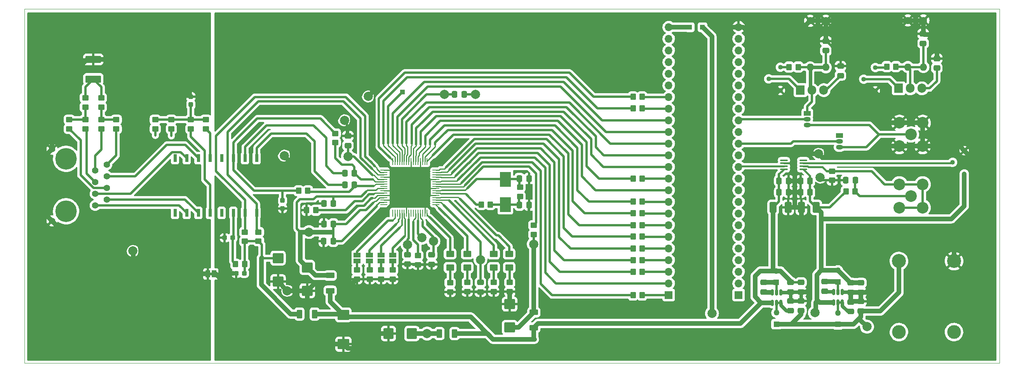
<source format=gbr>
%TF.GenerationSoftware,KiCad,Pcbnew,(6.0.11)*%
%TF.CreationDate,2023-03-24T12:06:59+00:00*%
%TF.ProjectId,transceiver_board,7472616e-7363-4656-9976-65725f626f61,0*%
%TF.SameCoordinates,Original*%
%TF.FileFunction,Copper,L1,Top*%
%TF.FilePolarity,Positive*%
%FSLAX46Y46*%
G04 Gerber Fmt 4.6, Leading zero omitted, Abs format (unit mm)*
G04 Created by KiCad (PCBNEW (6.0.11)) date 2023-03-24 12:06:59*
%MOMM*%
%LPD*%
G01*
G04 APERTURE LIST*
G04 Aperture macros list*
%AMRoundRect*
0 Rectangle with rounded corners*
0 $1 Rounding radius*
0 $2 $3 $4 $5 $6 $7 $8 $9 X,Y pos of 4 corners*
0 Add a 4 corners polygon primitive as box body*
4,1,4,$2,$3,$4,$5,$6,$7,$8,$9,$2,$3,0*
0 Add four circle primitives for the rounded corners*
1,1,$1+$1,$2,$3*
1,1,$1+$1,$4,$5*
1,1,$1+$1,$6,$7*
1,1,$1+$1,$8,$9*
0 Add four rect primitives between the rounded corners*
20,1,$1+$1,$2,$3,$4,$5,0*
20,1,$1+$1,$4,$5,$6,$7,0*
20,1,$1+$1,$6,$7,$8,$9,0*
20,1,$1+$1,$8,$9,$2,$3,0*%
G04 Aperture macros list end*
%TA.AperFunction,Profile*%
%ADD10C,0.100000*%
%TD*%
%TA.AperFunction,SMDPad,CuDef*%
%ADD11RoundRect,0.062500X0.062500X0.672500X-0.062500X0.672500X-0.062500X-0.672500X0.062500X-0.672500X0*%
%TD*%
%TA.AperFunction,SMDPad,CuDef*%
%ADD12RoundRect,0.062500X0.672500X-0.062500X0.672500X0.062500X-0.672500X0.062500X-0.672500X-0.062500X0*%
%TD*%
%TA.AperFunction,SMDPad,CuDef*%
%ADD13RoundRect,0.250000X0.337500X0.475000X-0.337500X0.475000X-0.337500X-0.475000X0.337500X-0.475000X0*%
%TD*%
%TA.AperFunction,SMDPad,CuDef*%
%ADD14RoundRect,0.250000X0.350000X0.450000X-0.350000X0.450000X-0.350000X-0.450000X0.350000X-0.450000X0*%
%TD*%
%TA.AperFunction,SMDPad,CuDef*%
%ADD15R,1.100000X1.100000*%
%TD*%
%TA.AperFunction,SMDPad,CuDef*%
%ADD16RoundRect,0.250000X0.450000X-0.350000X0.450000X0.350000X-0.450000X0.350000X-0.450000X-0.350000X0*%
%TD*%
%TA.AperFunction,SMDPad,CuDef*%
%ADD17RoundRect,0.250000X-1.025000X0.875000X-1.025000X-0.875000X1.025000X-0.875000X1.025000X0.875000X0*%
%TD*%
%TA.AperFunction,SMDPad,CuDef*%
%ADD18RoundRect,0.250001X0.624999X-0.462499X0.624999X0.462499X-0.624999X0.462499X-0.624999X-0.462499X0*%
%TD*%
%TA.AperFunction,SMDPad,CuDef*%
%ADD19RoundRect,0.250000X-0.350000X-0.450000X0.350000X-0.450000X0.350000X0.450000X-0.350000X0.450000X0*%
%TD*%
%TA.AperFunction,SMDPad,CuDef*%
%ADD20RoundRect,0.250000X0.700000X-0.362500X0.700000X0.362500X-0.700000X0.362500X-0.700000X-0.362500X0*%
%TD*%
%TA.AperFunction,SMDPad,CuDef*%
%ADD21RoundRect,0.250000X0.475000X-0.337500X0.475000X0.337500X-0.475000X0.337500X-0.475000X-0.337500X0*%
%TD*%
%TA.AperFunction,SMDPad,CuDef*%
%ADD22R,0.750000X1.700000*%
%TD*%
%TA.AperFunction,SMDPad,CuDef*%
%ADD23RoundRect,0.250000X-0.475000X0.337500X-0.475000X-0.337500X0.475000X-0.337500X0.475000X0.337500X0*%
%TD*%
%TA.AperFunction,SMDPad,CuDef*%
%ADD24RoundRect,0.250000X0.362500X0.700000X-0.362500X0.700000X-0.362500X-0.700000X0.362500X-0.700000X0*%
%TD*%
%TA.AperFunction,SMDPad,CuDef*%
%ADD25RoundRect,0.237500X0.237500X-0.300000X0.237500X0.300000X-0.237500X0.300000X-0.237500X-0.300000X0*%
%TD*%
%TA.AperFunction,SMDPad,CuDef*%
%ADD26RoundRect,0.250000X-0.450000X0.350000X-0.450000X-0.350000X0.450000X-0.350000X0.450000X0.350000X0*%
%TD*%
%TA.AperFunction,SMDPad,CuDef*%
%ADD27R,1.500000X1.000000*%
%TD*%
%TA.AperFunction,SMDPad,CuDef*%
%ADD28RoundRect,0.250000X-0.925000X0.875000X-0.925000X-0.875000X0.925000X-0.875000X0.925000X0.875000X0*%
%TD*%
%TA.AperFunction,SMDPad,CuDef*%
%ADD29RoundRect,0.250001X0.499999X0.924999X-0.499999X0.924999X-0.499999X-0.924999X0.499999X-0.924999X0*%
%TD*%
%TA.AperFunction,SMDPad,CuDef*%
%ADD30RoundRect,0.250001X-0.499999X-0.924999X0.499999X-0.924999X0.499999X0.924999X-0.499999X0.924999X0*%
%TD*%
%TA.AperFunction,SMDPad,CuDef*%
%ADD31R,1.000000X1.500000*%
%TD*%
%TA.AperFunction,SMDPad,CuDef*%
%ADD32RoundRect,0.150000X0.150000X-0.512500X0.150000X0.512500X-0.150000X0.512500X-0.150000X-0.512500X0*%
%TD*%
%TA.AperFunction,SMDPad,CuDef*%
%ADD33R,1.000000X1.000000*%
%TD*%
%TA.AperFunction,SMDPad,CuDef*%
%ADD34RoundRect,0.250000X0.925000X-0.875000X0.925000X0.875000X-0.925000X0.875000X-0.925000X-0.875000X0*%
%TD*%
%TA.AperFunction,SMDPad,CuDef*%
%ADD35RoundRect,0.250000X1.450000X-0.537500X1.450000X0.537500X-1.450000X0.537500X-1.450000X-0.537500X0*%
%TD*%
%TA.AperFunction,SMDPad,CuDef*%
%ADD36RoundRect,0.237500X0.300000X0.237500X-0.300000X0.237500X-0.300000X-0.237500X0.300000X-0.237500X0*%
%TD*%
%TA.AperFunction,SMDPad,CuDef*%
%ADD37RoundRect,0.100000X0.712500X0.100000X-0.712500X0.100000X-0.712500X-0.100000X0.712500X-0.100000X0*%
%TD*%
%TA.AperFunction,SMDPad,CuDef*%
%ADD38RoundRect,0.250000X-0.337500X-0.475000X0.337500X-0.475000X0.337500X0.475000X-0.337500X0.475000X0*%
%TD*%
%TA.AperFunction,SMDPad,CuDef*%
%ADD39R,2.400000X3.325000*%
%TD*%
%TA.AperFunction,SMDPad,CuDef*%
%ADD40RoundRect,0.250000X0.875000X0.925000X-0.875000X0.925000X-0.875000X-0.925000X0.875000X-0.925000X0*%
%TD*%
%TA.AperFunction,SMDPad,CuDef*%
%ADD41RoundRect,0.237500X-0.237500X0.300000X-0.237500X-0.300000X0.237500X-0.300000X0.237500X0.300000X0*%
%TD*%
%TA.AperFunction,ComponentPad*%
%ADD42C,1.016000*%
%TD*%
%TA.AperFunction,ComponentPad*%
%ADD43C,1.600000*%
%TD*%
%TA.AperFunction,ComponentPad*%
%ADD44O,1.600000X1.600000*%
%TD*%
%TA.AperFunction,ComponentPad*%
%ADD45C,2.540000*%
%TD*%
%TA.AperFunction,ComponentPad*%
%ADD46C,1.400000*%
%TD*%
%TA.AperFunction,ComponentPad*%
%ADD47C,4.700000*%
%TD*%
%TA.AperFunction,ComponentPad*%
%ADD48C,3.048424*%
%TD*%
%TA.AperFunction,ComponentPad*%
%ADD49C,2.997226*%
%TD*%
%TA.AperFunction,ComponentPad*%
%ADD50R,1.270000X1.270000*%
%TD*%
%TA.AperFunction,ComponentPad*%
%ADD51C,1.270000*%
%TD*%
%TA.AperFunction,ComponentPad*%
%ADD52R,1.500000X1.050000*%
%TD*%
%TA.AperFunction,ComponentPad*%
%ADD53O,1.500000X1.050000*%
%TD*%
%TA.AperFunction,ComponentPad*%
%ADD54R,1.905000X2.000000*%
%TD*%
%TA.AperFunction,ComponentPad*%
%ADD55O,1.905000X2.000000*%
%TD*%
%TA.AperFunction,ComponentPad*%
%ADD56R,1.700000X1.700000*%
%TD*%
%TA.AperFunction,ComponentPad*%
%ADD57O,1.700000X1.700000*%
%TD*%
%TA.AperFunction,ViaPad*%
%ADD58C,2.000000*%
%TD*%
%TA.AperFunction,Conductor*%
%ADD59C,0.250000*%
%TD*%
%TA.AperFunction,Conductor*%
%ADD60C,0.500000*%
%TD*%
%TA.AperFunction,Conductor*%
%ADD61C,1.000000*%
%TD*%
%TA.AperFunction,Conductor*%
%ADD62C,0.508000*%
%TD*%
%TA.AperFunction,Conductor*%
%ADD63C,0.800000*%
%TD*%
%TA.AperFunction,Conductor*%
%ADD64C,0.400000*%
%TD*%
%TA.AperFunction,Conductor*%
%ADD65C,0.375000*%
%TD*%
%TA.AperFunction,Conductor*%
%ADD66C,0.200000*%
%TD*%
%TA.AperFunction,Conductor*%
%ADD67C,0.750000*%
%TD*%
G04 APERTURE END LIST*
D10*
X228900000Y-41200000D02*
X16400000Y-41200000D01*
X16400000Y-41200000D02*
X16400000Y-118400000D01*
X16400000Y-118400000D02*
X228900000Y-118400000D01*
X228900000Y-118400000D02*
X228900000Y-41200000D01*
%TO.C,JP5*%
G36*
X57250000Y-99300000D02*
G01*
X56750000Y-99300000D01*
X56750000Y-98700000D01*
X57250000Y-98700000D01*
X57250000Y-99300000D01*
G37*
%TD*%
D11*
%TO.P,U1,1,GPO0/MII*%
%TO.N,unconnected-(U1-Pad1)*%
X96625000Y-85787500D03*
%TO.P,U1,2,GPO1/PHYAD4*%
%TO.N,Net-(JP1-Pad2)*%
X97125000Y-85787500D03*
%TO.P,U1,3,GPO2*%
%TO.N,unconnected-(U1-Pad3)*%
X97625000Y-85787500D03*
%TO.P,U1,4,MODE0*%
%TO.N,Net-(JP2-Pad2)*%
X98125000Y-85787500D03*
%TO.P,U1,5,MODE1*%
%TO.N,Net-(JP3-Pad2)*%
X98625000Y-85787500D03*
%TO.P,U1,6,MODE2*%
%TO.N,Net-(JP4-Pad2)*%
X99125000Y-85787500D03*
%TO.P,U1,7,VSS1*%
%TO.N,GND*%
X99625000Y-85787500D03*
%TO.P,U1,8,VDD1*%
%TO.N,PHY-VDD*%
X100125000Y-85787500D03*
%TO.P,U1,9,TEST0*%
%TO.N,unconnected-(U1-Pad9)*%
X100625000Y-85787500D03*
%TO.P,U1,10,TEST1*%
%TO.N,unconnected-(U1-Pad10)*%
X101125000Y-85787500D03*
%TO.P,U1,11,CLK_FREQ*%
%TO.N,Net-(R22-Pad2)*%
X101625000Y-85787500D03*
%TO.P,U1,12,REG_EN*%
%TO.N,PHY-VDD*%
X102125000Y-85787500D03*
%TO.P,U1,13,VREG*%
%TO.N,PHY-VREG*%
X102625000Y-85787500D03*
%TO.P,U1,14,VDD_CORE*%
%TO.N,unconnected-(U1-Pad14)*%
X103125000Y-85787500D03*
%TO.P,U1,15,VSS2*%
%TO.N,GND*%
X103625000Y-85787500D03*
%TO.P,U1,16,SPEED100/PHYAD0*%
%TO.N,PHY-AD0*%
X104125000Y-85787500D03*
D12*
%TO.P,U1,17,LINKON/PHYAD1*%
%TO.N,PHY-AD1*%
X106037500Y-83875000D03*
%TO.P,U1,18,VDD2*%
%TO.N,PHY-VDD*%
X106037500Y-83375000D03*
%TO.P,U1,19,ACTIVITY/PHYAD2*%
%TO.N,PHY-AD2*%
X106037500Y-82875000D03*
%TO.P,U1,20,FDUPLE/PHYAD3*%
%TO.N,PHY-AD3*%
X106037500Y-82375000D03*
%TO.P,U1,21,VSS3*%
%TO.N,GND*%
X106037500Y-81875000D03*
%TO.P,U1,22,XTAL2*%
%TO.N,Net-(R20-Pad2)*%
X106037500Y-81375000D03*
%TO.P,U1,23,CLKIN/XTAL1*%
%TO.N,Net-(C7-Pad1)*%
X106037500Y-80875000D03*
%TO.P,U1,24,VSS4*%
%TO.N,GND*%
X106037500Y-80375000D03*
%TO.P,U1,25,NRST*%
%TO.N,Net-(R18-Pad2)*%
X106037500Y-79875000D03*
%TO.P,U1,26,MDIO*%
%TO.N,Net-(R23-Pad2)*%
X106037500Y-79375000D03*
%TO.P,U1,27,MDC*%
%TO.N,PHY-MDC*%
X106037500Y-78875000D03*
%TO.P,U1,28,VSS5*%
%TO.N,GND*%
X106037500Y-78375000D03*
%TO.P,U1,29,RXD3*%
%TO.N,Net-(R16-Pad2)*%
X106037500Y-77875000D03*
%TO.P,U1,30,RXD2*%
%TO.N,Net-(R19-Pad2)*%
X106037500Y-77375000D03*
%TO.P,U1,31,RXD1*%
%TO.N,Net-(R21-Pad2)*%
X106037500Y-76875000D03*
%TO.P,U1,32,RXD0*%
%TO.N,Net-(R24-Pad2)*%
X106037500Y-76375000D03*
D11*
%TO.P,U1,33,RX_DV*%
%TO.N,Net-(R32-Pad2)*%
X104125000Y-74462500D03*
%TO.P,U1,34,RX_CLK*%
%TO.N,Net-(R30-Pad2)*%
X103625000Y-74462500D03*
%TO.P,U1,35,RX_ER/RXD4*%
%TO.N,Net-(R27-Pad2)*%
X103125000Y-74462500D03*
%TO.P,U1,36,VSS6*%
%TO.N,GND*%
X102625000Y-74462500D03*
%TO.P,U1,37,TX_ER/TXD4*%
%TO.N,PHY-TX_ER*%
X102125000Y-74462500D03*
%TO.P,U1,38,TX_CLK*%
%TO.N,Net-(R26-Pad1)*%
X101625000Y-74462500D03*
%TO.P,U1,39,TX_EN*%
%TO.N,PHY-TX_EN*%
X101125000Y-74462500D03*
%TO.P,U1,40,VSS7*%
%TO.N,GND*%
X100625000Y-74462500D03*
%TO.P,U1,41,TXD0*%
%TO.N,PHY-TXD0*%
X100125000Y-74462500D03*
%TO.P,U1,42,TXD1*%
%TO.N,PHY-TXD1*%
X99625000Y-74462500D03*
%TO.P,U1,43,VDD3*%
%TO.N,PHY-VDD*%
X99125000Y-74462500D03*
%TO.P,U1,44,TXD2*%
%TO.N,PHY-TXD2*%
X98625000Y-74462500D03*
%TO.P,U1,45,TXD3*%
%TO.N,PHY-TXD3*%
X98125000Y-74462500D03*
%TO.P,U1,46,NINT*%
%TO.N,Net-(TP1-Pad1)*%
X97625000Y-74462500D03*
%TO.P,U1,47,COL*%
%TO.N,Net-(R29-Pad1)*%
X97125000Y-74462500D03*
%TO.P,U1,48,CRS*%
%TO.N,Net-(R25-Pad1)*%
X96625000Y-74462500D03*
D12*
%TO.P,U1,49,AVSS1*%
%TO.N,GND*%
X94712500Y-76375000D03*
%TO.P,U1,50,TXN*%
%TO.N,MAG-TXN*%
X94712500Y-76875000D03*
%TO.P,U1,51,TXP*%
%TO.N,MAG-TXP*%
X94712500Y-77375000D03*
%TO.P,U1,52,AVSS2*%
%TO.N,GND*%
X94712500Y-77875000D03*
%TO.P,U1,53,AVDD1*%
%TO.N,PHY-AVDD*%
X94712500Y-78375000D03*
%TO.P,U1,54,RXN*%
%TO.N,MAG-RXN*%
X94712500Y-78875000D03*
%TO.P,U1,55,RXP*%
%TO.N,MAG-RXP*%
X94712500Y-79375000D03*
%TO.P,U1,56,NC2*%
%TO.N,unconnected-(U1-Pad56)*%
X94712500Y-79875000D03*
%TO.P,U1,57,AVDD2*%
%TO.N,PHY-AVDD*%
X94712500Y-80375000D03*
%TO.P,U1,58,AVSS3*%
%TO.N,GND*%
X94712500Y-80875000D03*
%TO.P,U1,59,EXRES1*%
%TO.N,Net-(R28-Pad1)*%
X94712500Y-81375000D03*
%TO.P,U1,60,AVSS4*%
%TO.N,GND*%
X94712500Y-81875000D03*
%TO.P,U1,61,AVDD3*%
%TO.N,PHY-AVDD*%
X94712500Y-82375000D03*
%TO.P,U1,62,AVSS5*%
%TO.N,GND*%
X94712500Y-82875000D03*
%TO.P,U1,63,AVDD4*%
%TO.N,PHY-AVDD*%
X94712500Y-83375000D03*
%TO.P,U1,64,NC1*%
%TO.N,unconnected-(U1-Pad64)*%
X94712500Y-83875000D03*
%TD*%
D13*
%TO.P,C27,1*%
%TO.N,MAG-RXP*%
X88275000Y-79600000D03*
%TO.P,C27,2*%
%TO.N,Net-(C27-Pad2)*%
X86200000Y-79600000D03*
%TD*%
%TO.P,C25,1*%
%TO.N,MAG-RXN*%
X88275000Y-77000000D03*
%TO.P,C25,2*%
%TO.N,Net-(C25-Pad2)*%
X86200000Y-77000000D03*
%TD*%
D14*
%TO.P,R16,1*%
%TO.N,PHY-RXD3*%
X151000000Y-98500000D03*
%TO.P,R16,2*%
%TO.N,Net-(R16-Pad2)*%
X149000000Y-98500000D03*
%TD*%
D15*
%TO.P,D3,1,K*%
%TO.N,Net-(D3-Pad1)*%
X161350000Y-45200000D03*
%TO.P,D3,2,A*%
%TO.N,+5V*%
X164150000Y-45200000D03*
%TD*%
D16*
%TO.P,R39,1*%
%TO.N,unconnected-(R39-Pad1)*%
X44875000Y-67365000D03*
%TO.P,R39,2*%
%TO.N,Net-(C26-Pad1)*%
X44875000Y-65365000D03*
%TD*%
D14*
%TO.P,R27,1*%
%TO.N,PHY-RX_ER*%
X151000000Y-83250000D03*
%TO.P,R27,2*%
%TO.N,Net-(R27-Pad2)*%
X149000000Y-83250000D03*
%TD*%
D17*
%TO.P,C3,1*%
%TO.N,+3V3*%
X85875000Y-107925000D03*
%TO.P,C3,2*%
%TO.N,GND*%
X85875000Y-114325000D03*
%TD*%
D18*
%TO.P,D1,1,K*%
%TO.N,Net-(D1-Pad1)*%
X109125000Y-97602500D03*
%TO.P,D1,2,A*%
%TO.N,PHY-AD0*%
X109125000Y-94627500D03*
%TD*%
D19*
%TO.P,R29,1*%
%TO.N,Net-(R29-Pad1)*%
X149000000Y-62875000D03*
%TO.P,R29,2*%
%TO.N,PHY-COL*%
X151000000Y-62875000D03*
%TD*%
D20*
%TO.P,FB3,1*%
%TO.N,+3V3*%
X127375000Y-110700000D03*
%TO.P,FB3,2*%
%TO.N,PHY-VREG*%
X127375000Y-107375000D03*
%TD*%
D21*
%TO.P,C17,1*%
%TO.N,+12V*%
X215220000Y-54117500D03*
%TO.P,C17,2*%
%TO.N,GND*%
X215220000Y-52042500D03*
%TD*%
D19*
%TO.P,R46,1*%
%TO.N,Net-(R46-Pad1)*%
X204300000Y-53800000D03*
%TO.P,R46,2*%
%TO.N,/laser/High volt*%
X206300000Y-53800000D03*
%TD*%
%TO.P,R26,1*%
%TO.N,Net-(R26-Pad1)*%
X149000000Y-78250000D03*
%TO.P,R26,2*%
%TO.N,PHY-TX_CLK*%
X151000000Y-78250000D03*
%TD*%
D21*
%TO.P,C42,1*%
%TO.N,/laser/High volt*%
X212220000Y-48717500D03*
%TO.P,C42,2*%
%TO.N,GND*%
X212220000Y-46642500D03*
%TD*%
D14*
%TO.P,R42,1*%
%TO.N,Net-(C29-Pad1)*%
X64375000Y-96875000D03*
%TO.P,R42,2*%
%TO.N,Net-(C28-Pad1)*%
X62375000Y-96875000D03*
%TD*%
D22*
%TO.P,T1,1,1*%
%TO.N,Net-(C27-Pad2)*%
X66965000Y-73750000D03*
%TO.P,T1,2,2*%
%TO.N,Net-(C25-Pad2)*%
X64425000Y-73750000D03*
%TO.P,T1,3,3*%
%TO.N,Net-(C24-Pad1)*%
X61885000Y-73750000D03*
%TO.P,T1,4,4*%
%TO.N,unconnected-(T1-Pad4)*%
X59345000Y-73750000D03*
%TO.P,T1,5,5*%
%TO.N,Net-(R38-Pad1)*%
X56805000Y-73750000D03*
%TO.P,T1,6,6*%
%TO.N,ETH-RXn*%
X54265000Y-73750000D03*
%TO.P,T1,7,7*%
%TO.N,ETH-RXp*%
X51725000Y-73750000D03*
%TO.P,T1,8,8*%
%TO.N,unconnected-(T1-Pad8)*%
X49185000Y-73750000D03*
%TO.P,T1,9,9*%
%TO.N,unconnected-(T1-Pad9)*%
X49185000Y-85700000D03*
%TO.P,T1,10,10*%
%TO.N,ETH-TXp*%
X51725000Y-85700000D03*
%TO.P,T1,11,11*%
%TO.N,ETH-TXn*%
X54265000Y-85700000D03*
%TO.P,T1,12,12*%
%TO.N,Net-(R41-Pad2)*%
X56805000Y-85700000D03*
%TO.P,T1,13,13*%
%TO.N,unconnected-(T1-Pad13)*%
X59345000Y-85700000D03*
%TO.P,T1,14,14*%
%TO.N,Net-(C28-Pad1)*%
X61885000Y-85700000D03*
%TO.P,T1,15,15*%
%TO.N,MAG-TXN*%
X64425000Y-85700000D03*
%TO.P,T1,16,16*%
%TO.N,MAG-TXP*%
X66965000Y-85700000D03*
%TD*%
D13*
%TO.P,C12,1*%
%TO.N,PHY-AVDD*%
X83700000Y-88115000D03*
%TO.P,C12,2*%
%TO.N,GND*%
X81625000Y-88115000D03*
%TD*%
D16*
%TO.P,R43,1*%
%TO.N,Net-(C29-Pad1)*%
X64375000Y-91865000D03*
%TO.P,R43,2*%
%TO.N,MAG-TXN*%
X64375000Y-89865000D03*
%TD*%
D23*
%TO.P,C34,1*%
%TO.N,Net-(C34-Pad1)*%
X190816000Y-100686500D03*
%TO.P,C34,2*%
%TO.N,Net-(C34-Pad2)*%
X190816000Y-102761500D03*
%TD*%
D14*
%TO.P,R24,1*%
%TO.N,PHY-RXD0*%
X151000000Y-90875000D03*
%TO.P,R24,2*%
%TO.N,Net-(R24-Pad2)*%
X149000000Y-90875000D03*
%TD*%
D16*
%TO.P,R37,1*%
%TO.N,MAG-RXN*%
X84125000Y-70365000D03*
%TO.P,R37,2*%
%TO.N,Net-(C24-Pad1)*%
X84125000Y-68365000D03*
%TD*%
%TO.P,R14,1*%
%TO.N,GND*%
X91625000Y-100115000D03*
%TO.P,R14,2*%
%TO.N,Net-(JP2-Pad1)*%
X91625000Y-98115000D03*
%TD*%
D24*
%TO.P,FB4,1*%
%TO.N,+3V3*%
X79625000Y-107750000D03*
%TO.P,FB4,2*%
%TO.N,Net-(C29-Pad1)*%
X76300000Y-107750000D03*
%TD*%
D23*
%TO.P,C36,1*%
%TO.N,+5V*%
X196478000Y-100940500D03*
%TO.P,C36,2*%
%TO.N,GND*%
X196478000Y-103015500D03*
%TD*%
D18*
%TO.P,D5,1,K*%
%TO.N,Net-(D5-Pad1)*%
X118625000Y-97615000D03*
%TO.P,D5,2,A*%
%TO.N,PHY-AD2*%
X118625000Y-94640000D03*
%TD*%
D25*
%TO.P,C26,1*%
%TO.N,Net-(C26-Pad1)*%
X52625000Y-62090000D03*
%TO.P,C26,2*%
%TO.N,GND1*%
X52625000Y-60365000D03*
%TD*%
D26*
%TO.P,R_L1,1*%
%TO.N,Receiver_Output*%
X192400000Y-76600000D03*
%TO.P,R_L1,2*%
%TO.N,GND*%
X192400000Y-78600000D03*
%TD*%
D27*
%TO.P,JP3,1,A*%
%TO.N,Net-(JP3-Pad1)*%
X94125000Y-96165000D03*
%TO.P,JP3,2,B*%
%TO.N,Net-(JP3-Pad2)*%
X94125000Y-94865000D03*
%TD*%
D28*
%TO.P,C14,1*%
%TO.N,PHY-AVDD*%
X78000000Y-97575000D03*
%TO.P,C14,2*%
%TO.N,GND*%
X78000000Y-102675000D03*
%TD*%
D23*
%TO.P,C38,1*%
%TO.N,+5V*%
X198690000Y-100940500D03*
%TO.P,C38,2*%
%TO.N,GND*%
X198690000Y-103015500D03*
%TD*%
%TO.P,C6,1*%
%TO.N,PHY-VDD*%
X115750000Y-100837500D03*
%TO.P,C6,2*%
%TO.N,GND*%
X115750000Y-102912500D03*
%TD*%
%TO.P,C4,1*%
%TO.N,PHY-VDD*%
X99875000Y-94790000D03*
%TO.P,C4,2*%
%TO.N,GND*%
X99875000Y-96865000D03*
%TD*%
%TO.P,C15,1*%
%TO.N,PHY-VREG*%
X105125000Y-94840000D03*
%TO.P,C15,2*%
%TO.N,GND*%
X105125000Y-96915000D03*
%TD*%
D26*
%TO.P,R41,1*%
%TO.N,Net-(C26-Pad1)*%
X52625000Y-65365000D03*
%TO.P,R41,2*%
%TO.N,Net-(R41-Pad2)*%
X52625000Y-67365000D03*
%TD*%
D29*
%TO.P,C18,1*%
%TO.N,+5V*%
X188925000Y-84490000D03*
%TO.P,C18,2*%
%TO.N,GND*%
X185675000Y-84490000D03*
%TD*%
D30*
%TO.P,C21,1*%
%TO.N,+3V3*%
X179550000Y-84490000D03*
%TO.P,C21,2*%
%TO.N,GND*%
X182800000Y-84490000D03*
%TD*%
D16*
%TO.P,R8,1*%
%TO.N,Net-(J1-Pad5)*%
X29625000Y-67365000D03*
%TO.P,R8,2*%
%TO.N,Net-(R10-Pad1)*%
X29625000Y-65365000D03*
%TD*%
D23*
%TO.P,C37,1*%
%TO.N,+3V3*%
X183333250Y-100833250D03*
%TO.P,C37,2*%
%TO.N,GND*%
X183333250Y-102908250D03*
%TD*%
D16*
%TO.P,R5,1*%
%TO.N,Net-(J1-Pad8)*%
X36375000Y-67365000D03*
%TO.P,R5,2*%
%TO.N,Net-(R5-Pad2)*%
X36375000Y-65365000D03*
%TD*%
D31*
%TO.P,JP5,1,A*%
%TO.N,GND*%
X57650000Y-99000000D03*
%TO.P,JP5,2,B*%
%TO.N,GND1*%
X56350000Y-99000000D03*
%TD*%
D13*
%TO.P,C19,1*%
%TO.N,+5V*%
X187600000Y-81190000D03*
%TO.P,C19,2*%
%TO.N,GND*%
X185525000Y-81190000D03*
%TD*%
D14*
%TO.P,R19,1*%
%TO.N,PHY-RXD2*%
X151000000Y-96000000D03*
%TO.P,R19,2*%
%TO.N,Net-(R19-Pad2)*%
X149000000Y-96000000D03*
%TD*%
D23*
%TO.P,C35,1*%
%TO.N,+3V3*%
X185619250Y-100833250D03*
%TO.P,C35,2*%
%TO.N,GND*%
X185619250Y-102908250D03*
%TD*%
D16*
%TO.P,R40,1*%
%TO.N,unconnected-(R40-Pad1)*%
X48375000Y-67365000D03*
%TO.P,R40,2*%
%TO.N,Net-(C26-Pad1)*%
X48375000Y-65365000D03*
%TD*%
D14*
%TO.P,R21,1*%
%TO.N,PHY-RXD1*%
X151000000Y-93500000D03*
%TO.P,R21,2*%
%TO.N,Net-(R21-Pad2)*%
X149000000Y-93500000D03*
%TD*%
D21*
%TO.P,C10,1*%
%TO.N,PHY-AVDD*%
X86875000Y-70990000D03*
%TO.P,C10,2*%
%TO.N,GND*%
X86875000Y-68915000D03*
%TD*%
D32*
%TO.P,U5,1,FB*%
%TO.N,+5V*%
X192728000Y-105201500D03*
%TO.P,U5,2,EN*%
%TO.N,Net-(C32-Pad1)*%
X193678000Y-105201500D03*
%TO.P,U5,3,IN*%
X194628000Y-105201500D03*
%TO.P,U5,4,GND*%
%TO.N,GND*%
X194628000Y-102926500D03*
%TO.P,U5,5,SW*%
%TO.N,Net-(C34-Pad1)*%
X193678000Y-102926500D03*
%TO.P,U5,6,BST*%
%TO.N,Net-(C34-Pad2)*%
X192728000Y-102926500D03*
%TD*%
D21*
%TO.P,C1,1*%
%TO.N,+12V*%
X185619250Y-106972250D03*
%TO.P,C1,2*%
%TO.N,GND*%
X185619250Y-104897250D03*
%TD*%
%TO.P,C45,1*%
%TO.N,Net-(C45-Pad1)*%
X183333250Y-106972250D03*
%TO.P,C45,2*%
%TO.N,GND*%
X183333250Y-104897250D03*
%TD*%
D33*
%TO.P,TP1,1,1*%
%TO.N,Net-(TP1-Pad1)*%
X98750000Y-59375000D03*
%TD*%
D34*
%TO.P,C16,1*%
%TO.N,PHY-VREG*%
X122125000Y-110675000D03*
%TO.P,C16,2*%
%TO.N,GND*%
X122125000Y-105575000D03*
%TD*%
D16*
%TO.P,R38,1*%
%TO.N,Net-(R38-Pad1)*%
X55875000Y-67365000D03*
%TO.P,R38,2*%
%TO.N,Net-(C26-Pad1)*%
X55875000Y-65365000D03*
%TD*%
%TO.P,R9,1*%
%TO.N,Net-(R5-Pad2)*%
X33125000Y-62615000D03*
%TO.P,R9,2*%
%TO.N,Net-(C2-Pad1)*%
X33125000Y-60615000D03*
%TD*%
D19*
%TO.P,R1,1*%
%TO.N,Net-(R1-Pad1)*%
X183020000Y-53880000D03*
%TO.P,R1,2*%
%TO.N,/laser/Low volt*%
X185020000Y-53880000D03*
%TD*%
D21*
%TO.P,C43,1*%
%TO.N,+12V*%
X194220000Y-55745000D03*
%TO.P,C43,2*%
%TO.N,GND*%
X194220000Y-53670000D03*
%TD*%
D24*
%TO.P,FB1,1*%
%TO.N,+3V3*%
X110125000Y-112000000D03*
%TO.P,FB1,2*%
%TO.N,PHY-VDD*%
X106800000Y-112000000D03*
%TD*%
D26*
%TO.P,R33,1*%
%TO.N,Net-(D4-Pad1)*%
X112875000Y-100865000D03*
%TO.P,R33,2*%
%TO.N,GND*%
X112875000Y-102865000D03*
%TD*%
D35*
%TO.P,C2,1*%
%TO.N,Net-(C2-Pad1)*%
X31375000Y-56502500D03*
%TO.P,C2,2*%
%TO.N,GND1*%
X31375000Y-52227500D03*
%TD*%
D16*
%TO.P,R12,1*%
%TO.N,Net-(C5-Pad1)*%
X124375000Y-82115000D03*
%TO.P,R12,2*%
%TO.N,Net-(C7-Pad1)*%
X124375000Y-80115000D03*
%TD*%
D36*
%TO.P,C28,1*%
%TO.N,Net-(C28-Pad1)*%
X61737500Y-91115000D03*
%TO.P,C28,2*%
%TO.N,GND*%
X60012500Y-91115000D03*
%TD*%
D28*
%TO.P,C30,1*%
%TO.N,Net-(C29-Pad1)*%
X71625000Y-95565000D03*
%TO.P,C30,2*%
%TO.N,GND*%
X71625000Y-100665000D03*
%TD*%
D37*
%TO.P,U2,1,VCC*%
%TO.N,+5V*%
X186112500Y-76165000D03*
%TO.P,U2,2,+IN*%
%TO.N,Receiver_Output*%
X186112500Y-75515000D03*
%TO.P,U2,3,-IN*%
%TO.N,/Comparator/trigger_voltage*%
X186112500Y-74865000D03*
%TO.P,U2,4,\u002ASHDN*%
%TO.N,unconnected-(U2-Pad4)*%
X186112500Y-74215000D03*
%TO.P,U2,5,\u002ALE/HYST*%
%TO.N,unconnected-(U2-Pad5)*%
X181887500Y-74215000D03*
%TO.P,U2,6,VEE*%
%TO.N,GND*%
X181887500Y-74865000D03*
%TO.P,U2,7,Q*%
%TO.N,Comparator_Output*%
X181887500Y-75515000D03*
%TO.P,U2,8,VDD*%
%TO.N,+3V3*%
X181887500Y-76165000D03*
%TD*%
D21*
%TO.P,C31,1*%
%TO.N,+12V*%
X198690000Y-107079500D03*
%TO.P,C31,2*%
%TO.N,GND*%
X198690000Y-105004500D03*
%TD*%
D16*
%TO.P,R7,1*%
%TO.N,Net-(J1-Pad7)*%
X33125000Y-67365000D03*
%TO.P,R7,2*%
%TO.N,Net-(R5-Pad2)*%
X33125000Y-65365000D03*
%TD*%
D14*
%TO.P,R32,1*%
%TO.N,PHY-RX_DV*%
X151000000Y-88375000D03*
%TO.P,R32,2*%
%TO.N,Net-(R32-Pad2)*%
X149000000Y-88375000D03*
%TD*%
D21*
%TO.P,C32,1*%
%TO.N,Net-(C32-Pad1)*%
X196478000Y-107201500D03*
%TO.P,C32,2*%
%TO.N,GND*%
X196478000Y-105126500D03*
%TD*%
D16*
%TO.P,R44,1*%
%TO.N,Net-(C29-Pad1)*%
X67375000Y-91865000D03*
%TO.P,R44,2*%
%TO.N,MAG-TXP*%
X67375000Y-89865000D03*
%TD*%
D38*
%TO.P,C7,1*%
%TO.N,Net-(C7-Pad1)*%
X124237500Y-78200000D03*
%TO.P,C7,2*%
%TO.N,GND*%
X126312500Y-78200000D03*
%TD*%
D16*
%TO.P,R18,1*%
%TO.N,PHY-VREG*%
X127375000Y-90375000D03*
%TO.P,R18,2*%
%TO.N,Net-(R18-Pad2)*%
X127375000Y-88375000D03*
%TD*%
D27*
%TO.P,JP2,1,A*%
%TO.N,Net-(JP2-Pad1)*%
X91575000Y-96165000D03*
%TO.P,JP2,2,B*%
%TO.N,Net-(JP2-Pad2)*%
X91575000Y-94865000D03*
%TD*%
D38*
%TO.P,C8,1*%
%TO.N,PHY-VDD*%
X110125000Y-59875000D03*
%TO.P,C8,2*%
%TO.N,GND*%
X112200000Y-59875000D03*
%TD*%
D36*
%TO.P,C29,1*%
%TO.N,Net-(C29-Pad1)*%
X64250000Y-98875000D03*
%TO.P,C29,2*%
%TO.N,GND*%
X62525000Y-98875000D03*
%TD*%
D16*
%TO.P,R15,1*%
%TO.N,GND*%
X94125000Y-100115000D03*
%TO.P,R15,2*%
%TO.N,Net-(JP3-Pad1)*%
X94125000Y-98115000D03*
%TD*%
D26*
%TO.P,R31,1*%
%TO.N,Net-(D1-Pad1)*%
X109125000Y-100915000D03*
%TO.P,R31,2*%
%TO.N,GND*%
X109125000Y-102915000D03*
%TD*%
D38*
%TO.P,C5,1*%
%TO.N,Net-(C5-Pad1)*%
X124262500Y-84000000D03*
%TO.P,C5,2*%
%TO.N,GND*%
X126337500Y-84000000D03*
%TD*%
D14*
%TO.P,R20,1*%
%TO.N,Net-(C5-Pad1)*%
X117925000Y-83865000D03*
%TO.P,R20,2*%
%TO.N,Net-(R20-Pad2)*%
X115925000Y-83865000D03*
%TD*%
D18*
%TO.P,D2,1,K*%
%TO.N,Net-(D2-Pad1)*%
X122025000Y-97615000D03*
%TO.P,D2,2,A*%
%TO.N,PHY-AD3*%
X122025000Y-94640000D03*
%TD*%
D39*
%TO.P,Y1,1,1*%
%TO.N,Net-(C5-Pad1)*%
X121175000Y-83875000D03*
%TO.P,Y1,2,2*%
%TO.N,Net-(C7-Pad1)*%
X121175000Y-78350000D03*
%TD*%
D40*
%TO.P,C9,1*%
%TO.N,PHY-VDD*%
X100800000Y-112000000D03*
%TO.P,C9,2*%
%TO.N,GND*%
X95700000Y-112000000D03*
%TD*%
D27*
%TO.P,JP1,1,A*%
%TO.N,Net-(JP1-Pad1)*%
X88875000Y-96165000D03*
%TO.P,JP1,2,B*%
%TO.N,Net-(JP1-Pad2)*%
X88875000Y-94865000D03*
%TD*%
D14*
%TO.P,R30,1*%
%TO.N,PHY-RX_CLK*%
X151000000Y-85750000D03*
%TO.P,R30,2*%
%TO.N,Net-(R30-Pad2)*%
X149000000Y-85750000D03*
%TD*%
D13*
%TO.P,C11,1*%
%TO.N,PHY-AVDD*%
X83700000Y-83615000D03*
%TO.P,C11,2*%
%TO.N,GND*%
X81625000Y-83615000D03*
%TD*%
D19*
%TO.P,R_noise1,1*%
%TO.N,+5V*%
X195400000Y-80990000D03*
%TO.P,R_noise1,2*%
%TO.N,Net-(C_noise1-Pad1)*%
X197400000Y-80990000D03*
%TD*%
D18*
%TO.P,D4,1,K*%
%TO.N,Net-(D4-Pad1)*%
X112875000Y-97602500D03*
%TO.P,D4,2,A*%
%TO.N,PHY-AD1*%
X112875000Y-94627500D03*
%TD*%
D13*
%TO.P,C13,1*%
%TO.N,PHY-AVDD*%
X83662500Y-91865000D03*
%TO.P,C13,2*%
%TO.N,GND*%
X81587500Y-91865000D03*
%TD*%
D16*
%TO.P,R6,1*%
%TO.N,Net-(J1-Pad4)*%
X26125000Y-67365000D03*
%TO.P,R6,2*%
%TO.N,Net-(R10-Pad1)*%
X26125000Y-65365000D03*
%TD*%
D32*
%TO.P,U4,1,FB*%
%TO.N,+3V3*%
X179335250Y-105294250D03*
%TO.P,U4,2,EN*%
%TO.N,Net-(C45-Pad1)*%
X180285250Y-105294250D03*
%TO.P,U4,3,IN*%
X181235250Y-105294250D03*
%TO.P,U4,4,GND*%
%TO.N,GND*%
X181235250Y-103019250D03*
%TO.P,U4,5,SW*%
%TO.N,Net-(C33-Pad1)*%
X180285250Y-103019250D03*
%TO.P,U4,6,BST*%
%TO.N,Net-(C33-Pad2)*%
X179335250Y-103019250D03*
%TD*%
D13*
%TO.P,C20,1*%
%TO.N,+5V*%
X187600000Y-78690000D03*
%TO.P,C20,2*%
%TO.N,GND*%
X185525000Y-78690000D03*
%TD*%
D26*
%TO.P,R35,1*%
%TO.N,Net-(D2-Pad1)*%
X122125000Y-100865000D03*
%TO.P,R35,2*%
%TO.N,GND*%
X122125000Y-102865000D03*
%TD*%
D20*
%TO.P,FB2,1*%
%TO.N,+3V3*%
X83000000Y-102662500D03*
%TO.P,FB2,2*%
%TO.N,PHY-AVDD*%
X83000000Y-99337500D03*
%TD*%
D41*
%TO.P,C24,1*%
%TO.N,Net-(C24-Pad1)*%
X72625000Y-83002500D03*
%TO.P,C24,2*%
%TO.N,GND*%
X72625000Y-84727500D03*
%TD*%
D16*
%TO.P,R22,1*%
%TO.N,GND*%
X102125000Y-96977500D03*
%TO.P,R22,2*%
%TO.N,Net-(R22-Pad2)*%
X102125000Y-94977500D03*
%TD*%
D23*
%TO.P,C33,1*%
%TO.N,Net-(C33-Pad1)*%
X177491250Y-100833250D03*
%TO.P,C33,2*%
%TO.N,Net-(C33-Pad2)*%
X177491250Y-102908250D03*
%TD*%
D14*
%TO.P,R28,1*%
%TO.N,Net-(R28-Pad1)*%
X79875000Y-85115000D03*
%TO.P,R28,2*%
%TO.N,GND*%
X77875000Y-85115000D03*
%TD*%
D21*
%TO.P,C44,1*%
%TO.N,/laser/Low volt*%
X191020000Y-50317500D03*
%TO.P,C44,2*%
%TO.N,GND*%
X191020000Y-48242500D03*
%TD*%
D38*
%TO.P,C22,1*%
%TO.N,+3V3*%
X180825000Y-78690000D03*
%TO.P,C22,2*%
%TO.N,GND*%
X182900000Y-78690000D03*
%TD*%
D14*
%TO.P,R23,1*%
%TO.N,PHY-MDIO*%
X151000000Y-103625000D03*
%TO.P,R23,2*%
%TO.N,Net-(R23-Pad2)*%
X149000000Y-103625000D03*
%TD*%
D13*
%TO.P,C_noise1,1*%
%TO.N,Net-(C_noise1-Pad1)*%
X197437500Y-78600000D03*
%TO.P,C_noise1,2*%
%TO.N,GND*%
X195362500Y-78600000D03*
%TD*%
D16*
%TO.P,R17,1*%
%TO.N,GND*%
X96625000Y-100115000D03*
%TO.P,R17,2*%
%TO.N,Net-(JP4-Pad1)*%
X96625000Y-98115000D03*
%TD*%
%TO.P,R10,1*%
%TO.N,Net-(R10-Pad1)*%
X29625000Y-62615000D03*
%TO.P,R10,2*%
%TO.N,Net-(C2-Pad1)*%
X29625000Y-60615000D03*
%TD*%
D38*
%TO.P,C23,1*%
%TO.N,+3V3*%
X180825000Y-81190000D03*
%TO.P,C23,2*%
%TO.N,GND*%
X182900000Y-81190000D03*
%TD*%
D26*
%TO.P,R34,1*%
%TO.N,Net-(D5-Pad1)*%
X118625000Y-100865000D03*
%TO.P,R34,2*%
%TO.N,GND*%
X118625000Y-102865000D03*
%TD*%
D19*
%TO.P,R25,1*%
%TO.N,Net-(R25-Pad1)*%
X149000000Y-60375000D03*
%TO.P,R25,2*%
%TO.N,PHY-CRS*%
X151000000Y-60375000D03*
%TD*%
D14*
%TO.P,R36,1*%
%TO.N,MAG-RXP*%
X78125000Y-80865000D03*
%TO.P,R36,2*%
%TO.N,Net-(C24-Pad1)*%
X76125000Y-80865000D03*
%TD*%
D16*
%TO.P,R13,1*%
%TO.N,GND*%
X88825000Y-100115000D03*
%TO.P,R13,2*%
%TO.N,Net-(JP1-Pad1)*%
X88825000Y-98115000D03*
%TD*%
D27*
%TO.P,JP4,1,A*%
%TO.N,Net-(JP4-Pad1)*%
X96625000Y-96165000D03*
%TO.P,JP4,2,B*%
%TO.N,Net-(JP4-Pad2)*%
X96625000Y-94865000D03*
%TD*%
D42*
%TO.P,RV3,1,1*%
%TO.N,GND*%
X181109250Y-59010000D03*
%TO.P,RV3,2,2*%
%TO.N,Net-(RV3-Pad2)*%
X178569250Y-56470000D03*
%TO.P,RV3,3,3*%
%TO.N,Net-(R1-Pad1)*%
X181109250Y-53930000D03*
%TD*%
%TO.P,RV1,1,1*%
%TO.N,+5V*%
X221200000Y-77190000D03*
%TO.P,RV1,2,2*%
%TO.N,/Comparator/trigger_voltage*%
X218660000Y-74650000D03*
%TO.P,RV1,3,3*%
%TO.N,GND*%
X221200000Y-72110000D03*
%TD*%
D43*
%TO.P,R2,1*%
%TO.N,GND*%
X208900000Y-43720000D03*
D44*
%TO.P,R2,2*%
%TO.N,/laser/High volt*%
X208900000Y-53880000D03*
%TD*%
D45*
%TO.P,J5,1,1*%
%TO.N,Net-(C_noise1-Pad1)*%
X209600000Y-81990000D03*
%TO.P,J5,2,2*%
%TO.N,Receiver_Output*%
X212140000Y-79450000D03*
%TO.P,J5,3,3*%
X212140000Y-84530000D03*
%TO.P,J5,4,4*%
X207060000Y-84530000D03*
%TO.P,J5,5,5*%
X207060000Y-79450000D03*
%TD*%
D46*
%TO.P,J1,1,1*%
%TO.N,ETH-TXp*%
X31775000Y-84060000D03*
%TO.P,J1,2,2*%
%TO.N,ETH-TXn*%
X34315000Y-82790000D03*
%TO.P,J1,3,3*%
%TO.N,ETH-RXp*%
X31775000Y-81520000D03*
%TO.P,J1,4,4*%
%TO.N,Net-(J1-Pad4)*%
X34315000Y-80250000D03*
%TO.P,J1,5,5*%
%TO.N,Net-(J1-Pad5)*%
X31775000Y-78980000D03*
%TO.P,J1,6,6*%
%TO.N,ETH-RXn*%
X34315000Y-77710000D03*
%TO.P,J1,7,7*%
%TO.N,Net-(J1-Pad7)*%
X31775000Y-76440000D03*
%TO.P,J1,8,8*%
%TO.N,Net-(J1-Pad8)*%
X34315000Y-75170000D03*
D47*
%TO.P,J1,9*%
%TO.N,N/C*%
X25425000Y-85330000D03*
%TO.P,J1,10*%
X25425000Y-73900000D03*
D46*
%TO.P,J1,11,11*%
%TO.N,GND1*%
X22375000Y-87420000D03*
%TO.P,J1,12,12*%
X22375000Y-71810000D03*
%TD*%
D48*
%TO.P,J4,1,Pin_1*%
%TO.N,GND*%
X218963001Y-96181500D03*
D49*
%TO.P,J4,2*%
%TO.N,N/C*%
X218963001Y-111681500D03*
%TD*%
D50*
%TO.P,L4,1,1*%
%TO.N,+12V*%
X193675000Y-109987500D03*
D51*
%TO.P,L4,2,2*%
%TO.N,Net-(C32-Pad1)*%
X193675000Y-107487500D03*
%TD*%
D52*
%TO.P,Q2,1,C*%
%TO.N,/laser/Low volt*%
X187000000Y-63990000D03*
D53*
%TO.P,Q2,2,B*%
%TO.N,FPGA_TXn*%
X187000000Y-65260000D03*
%TO.P,Q2,3,E*%
%TO.N,Net-(J3-Pad1)*%
X187000000Y-66530000D03*
%TD*%
D43*
%TO.P,R3,1*%
%TO.N,GND*%
X191020000Y-43800000D03*
D44*
%TO.P,R3,2*%
%TO.N,/laser/Low volt*%
X191020000Y-53960000D03*
%TD*%
D48*
%TO.P,J2,1,Pin_1*%
%TO.N,+12V*%
X206963001Y-96181500D03*
D49*
%TO.P,J2,2*%
%TO.N,N/C*%
X206963001Y-111681500D03*
%TD*%
D50*
%TO.P,L3,1,1*%
%TO.N,+12V*%
X180283250Y-109966750D03*
D51*
%TO.P,L3,2,2*%
%TO.N,Net-(C45-Pad1)*%
X180283250Y-107466750D03*
%TD*%
D54*
%TO.P,U6,1,ADJ*%
%TO.N,Net-(RV2-Pad2)*%
X206880000Y-58525000D03*
D55*
%TO.P,U6,2,VO*%
%TO.N,/laser/High volt*%
X209420000Y-58525000D03*
%TO.P,U6,3,VI*%
%TO.N,+12V*%
X211960000Y-58525000D03*
%TD*%
D54*
%TO.P,U7,1,ADJ*%
%TO.N,Net-(RV3-Pad2)*%
X185480000Y-58925000D03*
D55*
%TO.P,U7,2,VO*%
%TO.N,/laser/Low volt*%
X188020000Y-58925000D03*
%TO.P,U7,3,VI*%
%TO.N,+12V*%
X190560000Y-58925000D03*
%TD*%
D56*
%TO.P,FPGA1,1,Digital*%
%TO.N,PHY-MDIO*%
X156780000Y-103590000D03*
D57*
%TO.P,FPGA1,2,Digital*%
%TO.N,PHY-MDC*%
X156780000Y-101050000D03*
%TO.P,FPGA1,3,Digital*%
%TO.N,PHY-RXD3*%
X156780000Y-98510000D03*
%TO.P,FPGA1,4,Digital*%
%TO.N,PHY-RXD2*%
X156780000Y-95970000D03*
%TO.P,FPGA1,5,Digital*%
%TO.N,PHY-RXD1*%
X156780000Y-93430000D03*
%TO.P,FPGA1,6,Digital*%
%TO.N,PHY-RXD0*%
X156780000Y-90890000D03*
%TO.P,FPGA1,7,Digital*%
%TO.N,PHY-RX_DV*%
X156780000Y-88350000D03*
%TO.P,FPGA1,8,Digital*%
%TO.N,PHY-RX_CLK*%
X156780000Y-85810000D03*
%TO.P,FPGA1,9,Digital*%
%TO.N,PHY-RX_ER*%
X156780000Y-83270000D03*
%TO.P,FPGA1,10,Digital*%
%TO.N,PHY-TX_ER*%
X156780000Y-80730000D03*
%TO.P,FPGA1,11,Digital*%
%TO.N,PHY-TX_CLK*%
X156780000Y-78190000D03*
%TO.P,FPGA1,12,Digital*%
%TO.N,PHY-TX_EN*%
X156780000Y-75650000D03*
%TO.P,FPGA1,13,Digital*%
%TO.N,PHY-TXD0*%
X156780000Y-73110000D03*
%TO.P,FPGA1,14,Digital*%
%TO.N,PHY-TXD1*%
X156780000Y-70570000D03*
%TO.P,FPGA1,15,Analogue*%
%TO.N,PHY-TXD2*%
X156780000Y-68030000D03*
%TO.P,FPGA1,16,Analogue*%
%TO.N,PHY-TXD3*%
X156780000Y-65490000D03*
%TO.P,FPGA1,17,Digital*%
%TO.N,PHY-COL*%
X156780000Y-62950000D03*
%TO.P,FPGA1,18,Digital*%
%TO.N,PHY-CRS*%
X156780000Y-60410000D03*
%TO.P,FPGA1,19,Digital*%
%TO.N,unconnected-(FPGA1-Pad19)*%
X156780000Y-57870000D03*
%TO.P,FPGA1,20,Digital*%
%TO.N,unconnected-(FPGA1-Pad20)*%
X156780000Y-55330000D03*
%TO.P,FPGA1,21,Digital*%
%TO.N,unconnected-(FPGA1-Pad21)*%
X156780000Y-52790000D03*
%TO.P,FPGA1,22,Digital*%
%TO.N,unconnected-(FPGA1-Pad22)*%
X156780000Y-50250000D03*
%TO.P,FPGA1,23,Digital*%
%TO.N,unconnected-(FPGA1-Pad23)*%
X156780000Y-47710000D03*
%TO.P,FPGA1,24,VU*%
%TO.N,Net-(D3-Pad1)*%
X156780000Y-45170000D03*
%TO.P,FPGA1,25,GND*%
%TO.N,GND*%
X172020000Y-45170000D03*
%TO.P,FPGA1,26,Digital*%
%TO.N,unconnected-(FPGA1-Pad26)*%
X172020000Y-47710000D03*
%TO.P,FPGA1,27,Digital*%
%TO.N,unconnected-(FPGA1-Pad27)*%
X172020000Y-50250000D03*
%TO.P,FPGA1,28,Digital*%
%TO.N,unconnected-(FPGA1-Pad28)*%
X172020000Y-52790000D03*
%TO.P,FPGA1,29,Digital*%
%TO.N,unconnected-(FPGA1-Pad29)*%
X172020000Y-55330000D03*
%TO.P,FPGA1,30,Digital*%
%TO.N,unconnected-(FPGA1-Pad30)*%
X172020000Y-57870000D03*
%TO.P,FPGA1,31,Digital*%
%TO.N,unconnected-(FPGA1-Pad31)*%
X172020000Y-60410000D03*
%TO.P,FPGA1,32,Digital*%
%TO.N,unconnected-(FPGA1-Pad32)*%
X172020000Y-62950000D03*
%TO.P,FPGA1,33,Digital*%
%TO.N,FPGA_TXn*%
X172020000Y-65490000D03*
%TO.P,FPGA1,34,Digital*%
%TO.N,unconnected-(FPGA1-Pad34)*%
X172020000Y-68030000D03*
%TO.P,FPGA1,35,Digital*%
%TO.N,FPGA_TXp*%
X172020000Y-70570000D03*
%TO.P,FPGA1,36,Digital*%
%TO.N,unconnected-(FPGA1-Pad36)*%
X172020000Y-73110000D03*
%TO.P,FPGA1,37,Digital*%
%TO.N,Comparator_Output*%
X172020000Y-75650000D03*
%TO.P,FPGA1,38,Digital*%
%TO.N,unconnected-(FPGA1-Pad38)*%
X172020000Y-78190000D03*
%TO.P,FPGA1,39,Digital*%
%TO.N,unconnected-(FPGA1-Pad39)*%
X172020000Y-80730000D03*
%TO.P,FPGA1,40,Digital*%
%TO.N,unconnected-(FPGA1-Pad40)*%
X172020000Y-83270000D03*
%TO.P,FPGA1,41,Digital*%
%TO.N,unconnected-(FPGA1-Pad41)*%
X172020000Y-85810000D03*
%TO.P,FPGA1,42,Digital*%
%TO.N,unconnected-(FPGA1-Pad42)*%
X172020000Y-88350000D03*
%TO.P,FPGA1,43,Digital*%
%TO.N,unconnected-(FPGA1-Pad43)*%
X172020000Y-90890000D03*
%TO.P,FPGA1,44,Digital*%
%TO.N,unconnected-(FPGA1-Pad44)*%
X172020000Y-93430000D03*
%TO.P,FPGA1,45,Digital*%
%TO.N,unconnected-(FPGA1-Pad45)*%
X172020000Y-95970000D03*
%TO.P,FPGA1,46,Digital*%
%TO.N,unconnected-(FPGA1-Pad46)*%
X172020000Y-98510000D03*
%TO.P,FPGA1,47,Digital*%
%TO.N,unconnected-(FPGA1-Pad47)*%
X172020000Y-101050000D03*
D56*
%TO.P,FPGA1,48,Digital*%
%TO.N,unconnected-(FPGA1-Pad48)*%
X172020000Y-103590000D03*
%TD*%
D42*
%TO.P,RV2,1,1*%
%TO.N,GND*%
X201820000Y-59070000D03*
%TO.P,RV2,2,2*%
%TO.N,Net-(RV2-Pad2)*%
X199280000Y-56530000D03*
%TO.P,RV2,3,3*%
%TO.N,Net-(R46-Pad1)*%
X201820000Y-53990000D03*
%TD*%
D45*
%TO.P,J3,1,1*%
%TO.N,Net-(J3-Pad1)*%
X209600000Y-68590000D03*
%TO.P,J3,2,2*%
%TO.N,GND*%
X212140000Y-66050000D03*
%TO.P,J3,3,3*%
X212140000Y-71130000D03*
%TO.P,J3,4,4*%
X207060000Y-71130000D03*
%TO.P,J3,5,5*%
X207060000Y-66050000D03*
%TD*%
D43*
%TO.P,R4,1*%
%TO.N,GND*%
X212300000Y-43720000D03*
D44*
%TO.P,R4,2*%
%TO.N,/laser/High volt*%
X212300000Y-53880000D03*
%TD*%
D50*
%TO.P,L1,1,1*%
%TO.N,Net-(C33-Pad1)*%
X180233250Y-100841750D03*
D51*
%TO.P,L1,2,2*%
%TO.N,+3V3*%
X180233250Y-98341750D03*
%TD*%
D52*
%TO.P,Q1,1,C*%
%TO.N,/laser/High volt*%
X194000000Y-68790000D03*
D53*
%TO.P,Q1,2,B*%
%TO.N,FPGA_TXp*%
X194000000Y-70060000D03*
%TO.P,Q1,3,E*%
%TO.N,Net-(J3-Pad1)*%
X194000000Y-71330000D03*
%TD*%
D43*
%TO.P,R11,1*%
%TO.N,GND*%
X187620000Y-43800000D03*
D44*
%TO.P,R11,2*%
%TO.N,/laser/Low volt*%
X187620000Y-53960000D03*
%TD*%
D50*
%TO.P,L2,1,1*%
%TO.N,Net-(C34-Pad1)*%
X193650000Y-100737500D03*
D51*
%TO.P,L2,2,2*%
%TO.N,+5V*%
X193650000Y-98237500D03*
%TD*%
D58*
%TO.N,+12V*%
X200000000Y-110500000D03*
%TO.N,GND*%
X73635000Y-102675000D03*
X86125000Y-65490000D03*
X73000000Y-73200000D03*
X91307500Y-60307500D03*
X114625000Y-59875000D03*
X189800000Y-78000000D03*
X189390000Y-72800000D03*
%TO.N,PHY-VDD*%
X115750000Y-95875000D03*
X107875000Y-59875000D03*
X99875000Y-92625000D03*
X103000000Y-91125000D03*
X104125000Y-112000000D03*
%TO.N,PHY-AVDD*%
X86875000Y-73365000D03*
X78365000Y-89865000D03*
%TO.N,PHY-VREG*%
X127375000Y-92500000D03*
X105500000Y-91875000D03*
%TO.N,+5V*%
X166200000Y-107600000D03*
X188637500Y-107447500D03*
%TO.N,GND1*%
X40000000Y-94000000D03*
%TD*%
D59*
%TO.N,PHY-AD3*%
X107125000Y-82250000D02*
X110875000Y-82250000D01*
X110875000Y-82250000D02*
X111250000Y-82625000D01*
X106027500Y-82375000D02*
X107000000Y-82375000D01*
X107000000Y-82375000D02*
X107125000Y-82250000D01*
%TO.N,PHY-AD2*%
X108740000Y-82865000D02*
X108875000Y-83000000D01*
X107500000Y-82865000D02*
X108740000Y-82865000D01*
X106027500Y-82875000D02*
X107490000Y-82875000D01*
X107490000Y-82875000D02*
X107500000Y-82865000D01*
%TO.N,PHY-VDD*%
X107125000Y-83375000D02*
X106027500Y-83375000D01*
X107375000Y-83625000D02*
X107125000Y-83375000D01*
%TO.N,PHY-AD0*%
X104125000Y-86125000D02*
X104125000Y-85787500D01*
X104625000Y-86625000D02*
X104125000Y-86125000D01*
%TO.N,PHY-VREG*%
X103125000Y-87250000D02*
X102625000Y-86750000D01*
X103125000Y-87625000D02*
X103125000Y-87250000D01*
X102625000Y-86750000D02*
X102625000Y-85797500D01*
%TO.N,Net-(R22-Pad2)*%
X101625000Y-86750000D02*
X101625000Y-85797500D01*
X101125000Y-87250000D02*
X101625000Y-86750000D01*
X101125000Y-87625000D02*
X101125000Y-87250000D01*
%TO.N,Net-(JP1-Pad2)*%
X97125000Y-86865000D02*
X97105000Y-86885000D01*
X97125000Y-85797500D02*
X97125000Y-86865000D01*
%TO.N,PHY-AVDD*%
X93740000Y-83375000D02*
X93125000Y-83990000D01*
X93875000Y-83375000D02*
X93740000Y-83375000D01*
X94682500Y-83375000D02*
X93815000Y-83375000D01*
X94682500Y-82375000D02*
X93740000Y-82375000D01*
X92750000Y-83115000D02*
X92375000Y-83490000D01*
X93740000Y-82375000D02*
X93000000Y-83115000D01*
X93000000Y-83115000D02*
X92750000Y-83115000D01*
%TO.N,Net-(R28-Pad1)*%
X92740000Y-81375000D02*
X94682500Y-81375000D01*
X92500000Y-81615000D02*
X92740000Y-81375000D01*
%TO.N,PHY-AVDD*%
X93365000Y-80375000D02*
X94682500Y-80375000D01*
X93125000Y-80615000D02*
X93365000Y-80375000D01*
%TO.N,MAG-RXP*%
X92990000Y-79375000D02*
X94682500Y-79375000D01*
X92500000Y-79865000D02*
X92990000Y-79375000D01*
%TO.N,MAG-RXN*%
X92810000Y-78875000D02*
X94682500Y-78875000D01*
X92335000Y-78400000D02*
X92810000Y-78875000D01*
%TO.N,PHY-AVDD*%
X93448172Y-78375000D02*
X94682500Y-78375000D01*
X92563172Y-77490000D02*
X93448172Y-78375000D01*
X92250000Y-77490000D02*
X92563172Y-77490000D01*
%TO.N,MAG-TXP*%
X94682500Y-77375000D02*
X93385000Y-77375000D01*
X93385000Y-77375000D02*
X92125000Y-76115000D01*
%TO.N,MAG-TXN*%
X93125000Y-76115000D02*
X93125000Y-75865000D01*
X93125000Y-75865000D02*
X92750000Y-75490000D01*
X94682500Y-76875000D02*
X93885000Y-76875000D01*
X93885000Y-76875000D02*
X93125000Y-76115000D01*
%TO.N,GND*%
X92250000Y-82490000D02*
X92750000Y-82490000D01*
X92750000Y-82490000D02*
X93365000Y-81875000D01*
X93365000Y-81875000D02*
X94712500Y-81875000D01*
D60*
%TO.N,MAG-RXP*%
X78390000Y-81130000D02*
X78125000Y-80865000D01*
X87140000Y-81130000D02*
X78390000Y-81130000D01*
X88275000Y-79600000D02*
X88275000Y-79995000D01*
X88275000Y-79995000D02*
X87140000Y-81130000D01*
%TO.N,MAG-RXN*%
X85570000Y-75200000D02*
X84125000Y-73755000D01*
X87800000Y-75200000D02*
X85570000Y-75200000D01*
X88275000Y-75675000D02*
X87800000Y-75200000D01*
X88275000Y-77000000D02*
X88275000Y-75675000D01*
X84125000Y-73755000D02*
X84125000Y-70365000D01*
%TO.N,Net-(C25-Pad2)*%
X64425000Y-71315000D02*
X64425000Y-73750000D01*
X79375000Y-66615000D02*
X69125000Y-66615000D01*
X69125000Y-66615000D02*
X64425000Y-71315000D01*
X82125000Y-75405000D02*
X82125000Y-69365000D01*
X82125000Y-69365000D02*
X79375000Y-66615000D01*
X83720000Y-77000000D02*
X82125000Y-75405000D01*
X86200000Y-77000000D02*
X83720000Y-77000000D01*
%TO.N,Net-(C27-Pad2)*%
X82610000Y-79600000D02*
X79625000Y-76615000D01*
X86200000Y-79600000D02*
X82610000Y-79600000D01*
%TO.N,MAG-RXP*%
X92500000Y-79865000D02*
X88540000Y-79865000D01*
X88540000Y-79865000D02*
X88275000Y-79600000D01*
%TO.N,MAG-RXN*%
X89675000Y-78400000D02*
X88275000Y-77000000D01*
X92335000Y-78400000D02*
X89675000Y-78400000D01*
%TO.N,Net-(C27-Pad2)*%
X66965000Y-71525000D02*
X66965000Y-73750000D01*
X70125000Y-68365000D02*
X66965000Y-71525000D01*
X79625000Y-70115000D02*
X77875000Y-68365000D01*
X77875000Y-68365000D02*
X70125000Y-68365000D01*
X79625000Y-76615000D02*
X79625000Y-70115000D01*
%TO.N,PHY-AVDD*%
X88125000Y-73365000D02*
X86875000Y-73365000D01*
X92250000Y-77490000D02*
X88125000Y-73365000D01*
D61*
%TO.N,+12V*%
X183520500Y-109987500D02*
X183499750Y-109966750D01*
X185619250Y-107847250D02*
X185619250Y-106972250D01*
X180283250Y-109966750D02*
X183499750Y-109966750D01*
D60*
X211960000Y-58525000D02*
X213625000Y-58525000D01*
D61*
X198690000Y-107079500D02*
X202920500Y-107079500D01*
X198343750Y-108668750D02*
X197025000Y-109987500D01*
X197025000Y-109987500D02*
X193675000Y-109987500D01*
X198690000Y-107079500D02*
X198690000Y-108322500D01*
X198343750Y-108843750D02*
X200000000Y-110500000D01*
D62*
X215220000Y-56930000D02*
X213625000Y-58525000D01*
D61*
X206963001Y-103036999D02*
X206963001Y-96181500D01*
X198690000Y-108322500D02*
X198343750Y-108668750D01*
D62*
X215220000Y-54117500D02*
X215220000Y-56930000D01*
D61*
X198343750Y-108668750D02*
X198343750Y-108843750D01*
D60*
X190560000Y-58925000D02*
X191040000Y-58925000D01*
X191040000Y-58925000D02*
X194220000Y-55745000D01*
D61*
X193675000Y-109987500D02*
X188897500Y-109987500D01*
X183499750Y-109966750D02*
X185619250Y-107847250D01*
X188897500Y-109987500D02*
X183520500Y-109987500D01*
X202920500Y-107079500D02*
X206963001Y-103036999D01*
%TO.N,GND*%
X201820000Y-59070000D02*
X197770000Y-59070000D01*
D60*
X115702500Y-102865000D02*
X115625000Y-102865000D01*
D61*
X86800000Y-115250000D02*
X85875000Y-114325000D01*
D60*
X86625000Y-86365000D02*
X81625000Y-86365000D01*
D61*
X207060000Y-66050000D02*
X204200000Y-66050000D01*
D60*
X86125000Y-99000000D02*
X87240000Y-100115000D01*
X126262500Y-85612500D02*
X125125000Y-86750000D01*
D59*
X104775000Y-79900000D02*
X104775000Y-78375000D01*
X97400000Y-82500000D02*
X99400000Y-82500000D01*
D60*
X72625000Y-90125000D02*
X74950000Y-92450000D01*
D61*
X71325000Y-114325000D02*
X81200000Y-114325000D01*
D60*
X60012500Y-97637500D02*
X61250000Y-98875000D01*
D61*
X202600000Y-93000000D02*
X206163001Y-89436999D01*
X212140000Y-66050000D02*
X212140000Y-71130000D01*
X92250000Y-105625000D02*
X110000000Y-105625000D01*
X212140000Y-71130000D02*
X207060000Y-71130000D01*
X184300000Y-74890000D02*
X184300000Y-72800000D01*
D60*
X125125000Y-86750000D02*
X125125000Y-101875000D01*
D61*
X184300000Y-75690000D02*
X184300000Y-74890000D01*
X206163001Y-89436999D02*
X218963001Y-89436999D01*
X224600000Y-75510000D02*
X221200000Y-72110000D01*
D59*
X104775000Y-78375000D02*
X103500000Y-77100000D01*
D61*
X197000000Y-43800000D02*
X208820000Y-43800000D01*
D59*
X104775000Y-80375000D02*
X104775000Y-79775000D01*
D61*
X79675000Y-101000000D02*
X87940000Y-101000000D01*
D60*
X105125000Y-100375000D02*
X107665000Y-102915000D01*
D59*
X96175000Y-81875000D02*
X96500000Y-82200000D01*
D61*
X167800000Y-42600000D02*
X109015000Y-42600000D01*
X172970000Y-45170000D02*
X172020000Y-45170000D01*
X212300000Y-46562500D02*
X212220000Y-46642500D01*
D63*
X185619250Y-102908250D02*
X183333250Y-102908250D01*
D61*
X59500000Y-100500000D02*
X61125000Y-98875000D01*
X200800000Y-73600000D02*
X190210000Y-73600000D01*
X87940000Y-101315000D02*
X92250000Y-105625000D01*
X71325000Y-114325000D02*
X61000000Y-104000000D01*
D60*
X105125000Y-96915000D02*
X102187500Y-96915000D01*
D61*
X110000000Y-105625000D02*
X111085000Y-104540000D01*
X182370000Y-49050000D02*
X176850000Y-49050000D01*
X212301003Y-46642500D02*
X212458503Y-46800000D01*
D60*
X126262500Y-83865000D02*
X126262500Y-85612500D01*
D59*
X96649501Y-80850499D02*
X96649501Y-78349501D01*
D60*
X107665000Y-102915000D02*
X109125000Y-102915000D01*
D61*
X197770000Y-59070000D02*
X197100000Y-58400000D01*
D59*
X104775000Y-81415685D02*
X104775000Y-79775000D01*
D60*
X91625000Y-100115000D02*
X94125000Y-100115000D01*
D59*
X94712500Y-81875000D02*
X96300000Y-81875000D01*
D63*
X183333250Y-104897250D02*
X183333250Y-102908250D01*
D61*
X207060000Y-71130000D02*
X203270000Y-71130000D01*
D60*
X74950000Y-92450000D02*
X74950000Y-102675000D01*
D61*
X191020000Y-43800000D02*
X197000000Y-43800000D01*
D60*
X124135000Y-102865000D02*
X122125000Y-102865000D01*
D61*
X182900000Y-78690000D02*
X185525000Y-78690000D01*
X203270000Y-71130000D02*
X200800000Y-73600000D01*
D59*
X103500000Y-77100000D02*
X100500000Y-77100000D01*
D60*
X122125000Y-102865000D02*
X118625000Y-102865000D01*
X81625000Y-83615000D02*
X77875000Y-83615000D01*
D61*
X198690000Y-105004500D02*
X196600000Y-105004500D01*
X87940000Y-101000000D02*
X88825000Y-100115000D01*
D60*
X77875000Y-83615000D02*
X77875000Y-85115000D01*
D59*
X96500000Y-82500000D02*
X97400000Y-82500000D01*
X106037500Y-80375000D02*
X104775000Y-80375000D01*
D61*
X81200000Y-114325000D02*
X85875000Y-114325000D01*
D59*
X102625000Y-76150000D02*
X101675000Y-77100000D01*
D61*
X187620000Y-43800000D02*
X191020000Y-43800000D01*
X196478000Y-105126500D02*
X196478000Y-103015500D01*
D59*
X94712500Y-80875000D02*
X96625000Y-80875000D01*
D60*
X111085000Y-102915000D02*
X111085000Y-91085000D01*
D61*
X95700000Y-112000000D02*
X93500000Y-112000000D01*
X201820000Y-59070000D02*
X201820000Y-63670000D01*
D64*
X181887500Y-74865000D02*
X184275000Y-74865000D01*
D60*
X96625000Y-100115000D02*
X98125000Y-100115000D01*
D59*
X95515685Y-77875000D02*
X94712500Y-77875000D01*
D64*
X184275000Y-74865000D02*
X184300000Y-74890000D01*
D61*
X182370000Y-49050000D02*
X187620000Y-43800000D01*
X212140000Y-71130000D02*
X220220000Y-71130000D01*
D60*
X99875000Y-98365000D02*
X99875000Y-96865000D01*
D61*
X122125000Y-102865000D02*
X122125000Y-105575000D01*
D59*
X96400000Y-76375000D02*
X94712500Y-76375000D01*
D61*
X73000000Y-73300000D02*
X75400000Y-75700000D01*
D60*
X105125000Y-96915000D02*
X105125000Y-100375000D01*
D61*
X93500000Y-112000000D02*
X90250000Y-115250000D01*
D60*
X125125000Y-101875000D02*
X124135000Y-102865000D01*
D61*
X218963001Y-96181500D02*
X218963001Y-93836999D01*
X176620000Y-57470000D02*
X176620000Y-48820000D01*
D59*
X96400000Y-77100000D02*
X96400000Y-76375000D01*
X106037500Y-81875000D02*
X104775000Y-81875000D01*
D61*
X90250000Y-115250000D02*
X86800000Y-115250000D01*
D62*
X194220000Y-51280000D02*
X191182500Y-48242500D01*
D60*
X115625000Y-102865000D02*
X118625000Y-102865000D01*
D61*
X185619250Y-102908250D02*
X186766750Y-102908250D01*
D59*
X100050000Y-77100000D02*
X100625000Y-76525000D01*
D60*
X102012500Y-96865000D02*
X102125000Y-96977500D01*
D59*
X97400000Y-82500000D02*
X97625000Y-82500000D01*
D60*
X189800000Y-78000000D02*
X190390000Y-78590000D01*
X126312500Y-83815000D02*
X126262500Y-83865000D01*
D63*
X196389000Y-102926500D02*
X196478000Y-103015500D01*
D61*
X212220000Y-46642500D02*
X212301003Y-46642500D01*
X61000000Y-102000000D02*
X59500000Y-100500000D01*
X176850000Y-49050000D02*
X176620000Y-48820000D01*
X61125000Y-98875000D02*
X61875000Y-98875000D01*
X78000000Y-102675000D02*
X79675000Y-101000000D01*
X198690000Y-105004500D02*
X198690000Y-103015500D01*
D63*
X185619250Y-104897250D02*
X183333250Y-104897250D01*
D61*
X202600000Y-100200000D02*
X202600000Y-93000000D01*
D60*
X115750000Y-102912500D02*
X115702500Y-102865000D01*
D61*
X111085000Y-104540000D02*
X111085000Y-102915000D01*
D59*
X103625000Y-84250000D02*
X103250000Y-84250000D01*
X103250000Y-84250000D02*
X103100000Y-84100000D01*
D61*
X207060000Y-66050000D02*
X212140000Y-66050000D01*
D63*
X183194000Y-103047500D02*
X183333250Y-102908250D01*
D61*
X59500000Y-100500000D02*
X58000000Y-99000000D01*
X61000000Y-104000000D02*
X61000000Y-102000000D01*
X212300000Y-43720000D02*
X212300000Y-46562500D01*
D59*
X95515685Y-77875000D02*
X96400000Y-77875000D01*
X96300000Y-80875000D02*
X94712500Y-80875000D01*
X103625000Y-85787500D02*
X103625000Y-84250000D01*
D60*
X109125000Y-102915000D02*
X111085000Y-102915000D01*
D59*
X106037500Y-78375000D02*
X104775000Y-78375000D01*
X103450000Y-82740685D02*
X104775000Y-81415685D01*
D60*
X72625000Y-84727500D02*
X72625000Y-90125000D01*
D61*
X181109250Y-59010000D02*
X178160000Y-59010000D01*
X87940000Y-101000000D02*
X87940000Y-101315000D01*
X109015000Y-42600000D02*
X91307500Y-60307500D01*
D60*
X192400000Y-78600000D02*
X195362500Y-78600000D01*
D59*
X99625000Y-84100000D02*
X99625000Y-85787500D01*
D61*
X197100000Y-58400000D02*
X197100000Y-43900000D01*
D60*
X102187500Y-96915000D02*
X102125000Y-96977500D01*
D61*
X73635000Y-102675000D02*
X71625000Y-100665000D01*
D62*
X194220000Y-53670000D02*
X194220000Y-51280000D01*
D61*
X208820000Y-43800000D02*
X208900000Y-43720000D01*
X182900000Y-81190000D02*
X185525000Y-81190000D01*
X78000000Y-102675000D02*
X78000000Y-111125000D01*
D60*
X114625000Y-59875000D02*
X112200000Y-59875000D01*
X90375000Y-84115000D02*
X88875000Y-84115000D01*
D59*
X96400000Y-77100000D02*
X98790685Y-77100000D01*
D61*
X213400000Y-46800000D02*
X215220000Y-48620000D01*
D59*
X100500000Y-77100000D02*
X98790685Y-77100000D01*
D61*
X78000000Y-102675000D02*
X74950000Y-102675000D01*
D60*
X77875000Y-85115000D02*
X77875000Y-86625000D01*
D61*
X218963001Y-93836999D02*
X218963001Y-89436999D01*
X220220000Y-71130000D02*
X221200000Y-72110000D01*
D63*
X194937500Y-102926500D02*
X196389000Y-102926500D01*
D60*
X88875000Y-84115000D02*
X86625000Y-86365000D01*
D61*
X190210000Y-73600000D02*
X189400000Y-72790000D01*
D59*
X99400000Y-82500000D02*
X101000000Y-84100000D01*
X96500000Y-82200000D02*
X96500000Y-82500000D01*
D60*
X77875000Y-86625000D02*
X81375000Y-86625000D01*
D59*
X103450000Y-83450000D02*
X103450000Y-82740685D01*
X103250000Y-84250000D02*
X103450000Y-84050000D01*
D61*
X187362500Y-88352500D02*
X185675000Y-86665000D01*
D60*
X88825000Y-100115000D02*
X91625000Y-100115000D01*
X81587500Y-91865000D02*
X81587500Y-93462500D01*
X86125000Y-98000000D02*
X86125000Y-99000000D01*
X81625000Y-86365000D02*
X81625000Y-88115000D01*
D61*
X184300000Y-72800000D02*
X189390000Y-72800000D01*
X186766750Y-102908250D02*
X187362500Y-102312500D01*
X196600000Y-105004500D02*
X196478000Y-105126500D01*
D59*
X96649501Y-78349501D02*
X96175000Y-77875000D01*
D60*
X86625000Y-65990000D02*
X86125000Y-65490000D01*
X192390000Y-78590000D02*
X192400000Y-78600000D01*
X60012500Y-91115000D02*
X60012500Y-97637500D01*
X61875000Y-98875000D02*
X62525000Y-98875000D01*
D59*
X104775000Y-81875000D02*
X104775000Y-81415685D01*
D60*
X81587500Y-93462500D02*
X84125000Y-96000000D01*
X126312500Y-78365000D02*
X126312500Y-83815000D01*
D61*
X58000000Y-99000000D02*
X57650000Y-99000000D01*
D60*
X112825000Y-102915000D02*
X112875000Y-102865000D01*
X84125000Y-96000000D02*
X86125000Y-98000000D01*
D61*
X215220000Y-48620000D02*
X215220000Y-52042500D01*
D59*
X96400000Y-77875000D02*
X96400000Y-77100000D01*
D60*
X99875000Y-96865000D02*
X102012500Y-96865000D01*
D59*
X100625000Y-76525000D02*
X100625000Y-74462500D01*
D61*
X218963001Y-89436999D02*
X224600000Y-83800000D01*
D59*
X96225000Y-82875000D02*
X94712500Y-82875000D01*
X97625000Y-82500000D02*
X97662500Y-82462500D01*
D61*
X172020000Y-45170000D02*
X170370000Y-45170000D01*
X170370000Y-45170000D02*
X167800000Y-42600000D01*
D59*
X96300000Y-81875000D02*
X96300000Y-80875000D01*
D61*
X208900000Y-43720000D02*
X212300000Y-43720000D01*
D59*
X98790685Y-77100000D02*
X100050000Y-77100000D01*
X96500000Y-82500000D02*
X96500000Y-82600000D01*
D61*
X176620000Y-48820000D02*
X172970000Y-45170000D01*
X178160000Y-59010000D02*
X176620000Y-57470000D01*
D60*
X87240000Y-100115000D02*
X88825000Y-100115000D01*
D61*
X198690000Y-103015500D02*
X196478000Y-103015500D01*
D60*
X111085000Y-91085000D02*
X103450000Y-83450000D01*
D61*
X73000000Y-73200000D02*
X73000000Y-73300000D01*
D60*
X98125000Y-100115000D02*
X99875000Y-98365000D01*
D61*
X187362500Y-102312500D02*
X187362500Y-88352500D01*
D59*
X102625000Y-74462500D02*
X102625000Y-76150000D01*
X101675000Y-77100000D02*
X100500000Y-77100000D01*
D61*
X189390000Y-72800000D02*
X189400000Y-72790000D01*
X184300000Y-81290000D02*
X184300000Y-78690000D01*
D63*
X185619250Y-102908250D02*
X185619250Y-104897250D01*
D59*
X96625000Y-80875000D02*
X96649501Y-80850499D01*
D60*
X86875000Y-68915000D02*
X86625000Y-68665000D01*
X61250000Y-98875000D02*
X61875000Y-98875000D01*
D61*
X182800000Y-84490000D02*
X185675000Y-84490000D01*
D60*
X112875000Y-102865000D02*
X115625000Y-102865000D01*
X111085000Y-102915000D02*
X112825000Y-102915000D01*
D59*
X94712500Y-81875000D02*
X96175000Y-81875000D01*
D63*
X181612500Y-103047500D02*
X183194000Y-103047500D01*
D61*
X198690000Y-103015500D02*
X199784500Y-103015500D01*
X191020000Y-43800000D02*
X191020000Y-48242500D01*
D60*
X92250000Y-82490000D02*
X92000000Y-82490000D01*
X190390000Y-78590000D02*
X192390000Y-78590000D01*
D61*
X197100000Y-43900000D02*
X197000000Y-43800000D01*
D60*
X86625000Y-68665000D02*
X86625000Y-65990000D01*
D61*
X78000000Y-111125000D02*
X81200000Y-114325000D01*
X184300000Y-78690000D02*
X184300000Y-75690000D01*
D62*
X191182500Y-48242500D02*
X191020000Y-48242500D01*
D61*
X224600000Y-83800000D02*
X224600000Y-75510000D01*
D60*
X84125000Y-96000000D02*
X97662500Y-82462500D01*
D61*
X199784500Y-103015500D02*
X202600000Y-100200000D01*
D59*
X103450000Y-84050000D02*
X103450000Y-83450000D01*
D60*
X94125000Y-100115000D02*
X96625000Y-100115000D01*
D59*
X101000000Y-84100000D02*
X99625000Y-84100000D01*
D61*
X212458503Y-46800000D02*
X213400000Y-46800000D01*
X184300000Y-84490000D02*
X184300000Y-81290000D01*
D59*
X96175000Y-77875000D02*
X95515685Y-77875000D01*
D61*
X185675000Y-86665000D02*
X185675000Y-84490000D01*
X204200000Y-66050000D02*
X201820000Y-63670000D01*
X74950000Y-102675000D02*
X73635000Y-102675000D01*
D59*
X96500000Y-82600000D02*
X96225000Y-82875000D01*
X103100000Y-84100000D02*
X101000000Y-84100000D01*
D60*
X92000000Y-82490000D02*
X90375000Y-84115000D01*
%TO.N,Net-(C2-Pad1)*%
X33125000Y-58252500D02*
X31375000Y-56502500D01*
X33125000Y-60615000D02*
X33125000Y-58252500D01*
X29625000Y-60615000D02*
X29625000Y-58252500D01*
X29625000Y-58252500D02*
X31375000Y-56502500D01*
%TO.N,+3V3*%
X180825000Y-81190000D02*
X180825000Y-83215000D01*
X185619250Y-100833250D02*
X183333250Y-100833250D01*
D61*
X83000000Y-102662500D02*
X83000000Y-105050000D01*
X176919250Y-105294250D02*
X172413500Y-109800000D01*
X179550000Y-84490000D02*
X179550000Y-98150000D01*
X127500000Y-113250000D02*
X118500000Y-113250000D01*
D64*
X179037500Y-105237500D02*
X179278500Y-105237500D01*
D63*
X178980750Y-105294250D02*
X179037500Y-105237500D01*
D61*
X176749750Y-98341750D02*
X179741750Y-98341750D01*
X127375000Y-113125000D02*
X127500000Y-113250000D01*
D64*
X180825000Y-77227500D02*
X181887500Y-76165000D01*
D61*
X183333250Y-100533250D02*
X183333250Y-100833250D01*
X79625000Y-107750000D02*
X85700000Y-107750000D01*
X110125000Y-112000000D02*
X117250000Y-112000000D01*
X175608250Y-103983250D02*
X175608250Y-99483250D01*
X128275000Y-109800000D02*
X127375000Y-110700000D01*
X172413500Y-109800000D02*
X128275000Y-109800000D01*
X113625000Y-108375000D02*
X86325000Y-108375000D01*
X85700000Y-107750000D02*
X85875000Y-107925000D01*
D60*
X180825000Y-83215000D02*
X179550000Y-84490000D01*
D61*
X176919250Y-105294250D02*
X178980750Y-105294250D01*
X179741750Y-98341750D02*
X180233250Y-98341750D01*
X179550000Y-98150000D02*
X179741750Y-98341750D01*
X86325000Y-108375000D02*
X85875000Y-107925000D01*
D64*
X179278500Y-105237500D02*
X179335250Y-105294250D01*
D61*
X181141750Y-98341750D02*
X183333250Y-100533250D01*
X83000000Y-105050000D02*
X85875000Y-107925000D01*
D60*
X180825000Y-78690000D02*
X180825000Y-81190000D01*
D61*
X117250000Y-112000000D02*
X118500000Y-113250000D01*
X175608250Y-99483250D02*
X176749750Y-98341750D01*
X127375000Y-110700000D02*
X127375000Y-113125000D01*
X176919250Y-105294250D02*
X175608250Y-103983250D01*
X180233250Y-98341750D02*
X181141750Y-98341750D01*
D60*
X180825000Y-78690000D02*
X180825000Y-77227500D01*
D61*
X118500000Y-113250000D02*
X113625000Y-108375000D01*
D60*
%TO.N,PHY-VDD*%
X115750000Y-92000000D02*
X115750000Y-95875000D01*
D61*
X100800000Y-112000000D02*
X104125000Y-112000000D01*
D60*
X107875000Y-59875000D02*
X110125000Y-59875000D01*
D59*
X98625000Y-71000000D02*
X99250000Y-71625000D01*
D60*
X99875000Y-92625000D02*
X99875000Y-94790000D01*
X104000000Y-59875000D02*
X98625000Y-65250000D01*
D59*
X99125000Y-72990000D02*
X99125000Y-74432500D01*
D60*
X107875000Y-59875000D02*
X104000000Y-59875000D01*
X100125000Y-91250000D02*
X100125000Y-87125000D01*
D65*
X107750000Y-84000000D02*
X107375000Y-83625000D01*
D60*
X98625000Y-65250000D02*
X98625000Y-70500000D01*
X99875000Y-92625000D02*
X99875000Y-91500000D01*
X107750000Y-84000000D02*
X115750000Y-92000000D01*
D61*
X104125000Y-112000000D02*
X106800000Y-112000000D01*
D59*
X98625000Y-70500000D02*
X98625000Y-71000000D01*
D60*
X103000000Y-91125000D02*
X102125000Y-90250000D01*
X115750000Y-95875000D02*
X115750000Y-100837500D01*
D59*
X100125000Y-85787500D02*
X100125000Y-87125000D01*
X102125000Y-85787500D02*
X102125000Y-87375000D01*
X99250000Y-71625000D02*
X99250000Y-72865000D01*
X99250000Y-72865000D02*
X99125000Y-72990000D01*
D60*
X102125000Y-90250000D02*
X102125000Y-87375000D01*
X99875000Y-91500000D02*
X100125000Y-91250000D01*
%TO.N,Net-(C5-Pad1)*%
X121175000Y-83865000D02*
X124187500Y-83865000D01*
X121175000Y-83865000D02*
X117925000Y-83865000D01*
X124187500Y-82302500D02*
X124375000Y-82115000D01*
X124187500Y-83865000D02*
X124187500Y-82302500D01*
%TO.N,Net-(C7-Pad1)*%
X112875000Y-80365000D02*
X114900000Y-78340000D01*
D65*
X112875000Y-80375000D02*
X112500000Y-80750000D01*
D60*
X124237500Y-79977500D02*
X124375000Y-80115000D01*
D59*
X107125000Y-80750000D02*
X107395000Y-80750000D01*
D60*
X124212500Y-78340000D02*
X124237500Y-78365000D01*
D65*
X112500000Y-80750000D02*
X107395000Y-80750000D01*
D60*
X124237500Y-78365000D02*
X124237500Y-79977500D01*
D59*
X107000000Y-80875000D02*
X106037500Y-80875000D01*
X107125000Y-80750000D02*
X107000000Y-80875000D01*
D60*
X112875000Y-80375000D02*
X112875000Y-80365000D01*
X114900000Y-78340000D02*
X124212500Y-78340000D01*
%TO.N,PHY-AVDD*%
X76005000Y-89370000D02*
X76500000Y-89865000D01*
D65*
X91125000Y-80740000D02*
X93000000Y-80740000D01*
D60*
X79375000Y-82740000D02*
X76375000Y-82740000D01*
X75750000Y-83365000D02*
X75750000Y-89115000D01*
D61*
X83000000Y-99337500D02*
X79762500Y-99337500D01*
D60*
X83700000Y-82190000D02*
X83625000Y-82115000D01*
X76375000Y-82740000D02*
X75750000Y-83365000D01*
X80000000Y-82115000D02*
X79375000Y-82740000D01*
D65*
X90875000Y-80990000D02*
X91125000Y-80740000D01*
D60*
X83662500Y-89577500D02*
X83662500Y-88152500D01*
X90875000Y-80990000D02*
X89750000Y-82115000D01*
X75750000Y-89115000D02*
X76005000Y-89370000D01*
X86875000Y-73365000D02*
X86875000Y-70990000D01*
X83700000Y-83615000D02*
X83700000Y-82190000D01*
X83375000Y-89865000D02*
X83662500Y-89577500D01*
X83662500Y-88152500D02*
X83700000Y-88115000D01*
X86500000Y-88115000D02*
X83450000Y-88115000D01*
X83625000Y-82115000D02*
X80000000Y-82115000D01*
D65*
X93125000Y-83990000D02*
X93125000Y-84240000D01*
D61*
X79762500Y-99337500D02*
X78000000Y-97575000D01*
X76500000Y-96075000D02*
X76500000Y-89865000D01*
D60*
X90750000Y-85115000D02*
X89500000Y-85115000D01*
X92375000Y-83490000D02*
X90750000Y-85115000D01*
D61*
X78000000Y-97575000D02*
X76500000Y-96075000D01*
X78365000Y-89865000D02*
X83375000Y-89865000D01*
D65*
X93000000Y-80740000D02*
X93125000Y-80615000D01*
D60*
X89750000Y-82115000D02*
X83625000Y-82115000D01*
X85500000Y-91865000D02*
X83662500Y-91865000D01*
X83662500Y-91865000D02*
X83662500Y-89577500D01*
X93125000Y-84240000D02*
X85500000Y-91865000D01*
D61*
X76500000Y-89865000D02*
X78365000Y-89865000D01*
D60*
X89500000Y-85115000D02*
X86500000Y-88115000D01*
%TO.N,PHY-VREG*%
X105500000Y-94465000D02*
X105125000Y-94840000D01*
X105500000Y-91000000D02*
X105500000Y-91875000D01*
X105500000Y-91875000D02*
X105500000Y-94465000D01*
X103125000Y-88625000D02*
X105500000Y-91000000D01*
X127375000Y-92500000D02*
X127375000Y-90375000D01*
X103125000Y-87625000D02*
X103125000Y-88625000D01*
D61*
X124075000Y-110675000D02*
X127375000Y-107375000D01*
X127375000Y-92500000D02*
X127375000Y-107212500D01*
X122125000Y-110675000D02*
X124075000Y-110675000D01*
%TO.N,+5V*%
X190025000Y-98237500D02*
X193650000Y-98237500D01*
D60*
X187600000Y-83165000D02*
X188925000Y-84490000D01*
D64*
X186112500Y-76165000D02*
X187600000Y-77652500D01*
D61*
X189298750Y-104786250D02*
X189062500Y-104550000D01*
X166200000Y-47200000D02*
X164200000Y-45200000D01*
X189298750Y-104786250D02*
X188837500Y-105247500D01*
X188837500Y-106847500D02*
X188837500Y-107247500D01*
D66*
X192692000Y-105237500D02*
X192728000Y-105201500D01*
D61*
X189990000Y-86990000D02*
X189987500Y-86987500D01*
D60*
X187600000Y-78690000D02*
X187600000Y-81190000D01*
X187600000Y-78690000D02*
X187600000Y-77652500D01*
D61*
X196478000Y-100940500D02*
X196353000Y-100940500D01*
X192401500Y-105201500D02*
X192437500Y-105237500D01*
D66*
X192437500Y-105237500D02*
X192692000Y-105237500D01*
D61*
X188837500Y-105247500D02*
X188837500Y-106847500D01*
X189987500Y-85552500D02*
X189987500Y-86987500D01*
X189062500Y-104550000D02*
X189062500Y-99200000D01*
X189987500Y-86987500D02*
X189987500Y-98200000D01*
X188837500Y-107247500D02*
X188637500Y-107447500D01*
X188925000Y-84490000D02*
X189987500Y-85552500D01*
X189714000Y-105201500D02*
X189298750Y-104786250D01*
X189714000Y-105201500D02*
X192401500Y-105201500D01*
X189987500Y-98200000D02*
X190025000Y-98237500D01*
D60*
X187600000Y-81190000D02*
X187600000Y-83165000D01*
D61*
X221200000Y-84190000D02*
X218400000Y-86990000D01*
X166200000Y-107600000D02*
X166200000Y-47200000D01*
X218400000Y-86990000D02*
X189990000Y-86990000D01*
X198690000Y-100940500D02*
X196478000Y-100940500D01*
X164200000Y-45200000D02*
X164150000Y-45200000D01*
X196353000Y-100940500D02*
X193650000Y-98237500D01*
X221200000Y-77190000D02*
X221200000Y-84190000D01*
D60*
X191900000Y-84490000D02*
X195400000Y-80990000D01*
D61*
X189062500Y-99200000D02*
X190025000Y-98237500D01*
D60*
X188925000Y-84490000D02*
X191900000Y-84490000D01*
%TO.N,Net-(C24-Pad1)*%
X61885000Y-73750000D02*
X61885000Y-76375000D01*
X72615000Y-80865000D02*
X76125000Y-80865000D01*
D62*
X61885000Y-70355000D02*
X61885000Y-73750000D01*
X80875000Y-65115000D02*
X67125000Y-65115000D01*
D60*
X61885000Y-76375000D02*
X66375000Y-80865000D01*
D62*
X62875000Y-69365000D02*
X61885000Y-70355000D01*
X67125000Y-65115000D02*
X62875000Y-69365000D01*
D60*
X66375000Y-80865000D02*
X72615000Y-80865000D01*
X72625000Y-83002500D02*
X72625000Y-80875000D01*
D62*
X84125000Y-68365000D02*
X80875000Y-65115000D01*
D60*
X72625000Y-80875000D02*
X72615000Y-80865000D01*
%TO.N,Net-(C26-Pad1)*%
X55875000Y-65365000D02*
X52625000Y-65365000D01*
X52625000Y-62090000D02*
X52625000Y-65365000D01*
X44875000Y-65365000D02*
X48375000Y-65365000D01*
X52625000Y-65365000D02*
X48375000Y-65365000D01*
%TO.N,MAG-RXP*%
X78375000Y-81115000D02*
X78125000Y-80865000D01*
%TO.N,Net-(C28-Pad1)*%
X61885000Y-90967500D02*
X61737500Y-91115000D01*
X61885000Y-85700000D02*
X61885000Y-90967500D01*
X61737500Y-96237500D02*
X62375000Y-96875000D01*
X61737500Y-91115000D02*
X61737500Y-96237500D01*
D61*
%TO.N,Net-(C29-Pad1)*%
X68000000Y-95577500D02*
X68125000Y-95452500D01*
D60*
X68125000Y-95452500D02*
X68125000Y-92615000D01*
X64375000Y-96875000D02*
X64375000Y-98750000D01*
X68125000Y-92615000D02*
X67375000Y-91865000D01*
X64375000Y-96875000D02*
X64375000Y-91865000D01*
D61*
X68000000Y-101375000D02*
X68000000Y-95577500D01*
D60*
X64375000Y-91865000D02*
X67375000Y-91865000D01*
D61*
X76300000Y-107750000D02*
X74375000Y-107750000D01*
D60*
X71625000Y-95565000D02*
X68237500Y-95565000D01*
X64375000Y-98750000D02*
X64250000Y-98875000D01*
D61*
X74375000Y-107750000D02*
X68000000Y-101375000D01*
D60*
X68237500Y-95565000D02*
X68125000Y-95452500D01*
D63*
%TO.N,Net-(C32-Pad1)*%
X194628000Y-105201500D02*
X194628000Y-105988000D01*
X194628000Y-105988000D02*
X195841500Y-107201500D01*
D62*
X193678000Y-105201500D02*
X193678000Y-107484500D01*
X193678000Y-107484500D02*
X193675000Y-107487500D01*
D63*
X195841500Y-107201500D02*
X196478000Y-107201500D01*
D62*
X193678000Y-105201500D02*
X194628000Y-105201500D01*
D60*
%TO.N,Net-(C33-Pad1)*%
X180285250Y-100893750D02*
X180233250Y-100841750D01*
D61*
X180224750Y-100833250D02*
X180233250Y-100841750D01*
X177491250Y-100833250D02*
X180224750Y-100833250D01*
D60*
X180285250Y-103019250D02*
X180285250Y-100893750D01*
D61*
%TO.N,Net-(C33-Pad2)*%
X177491250Y-102908250D02*
X177630500Y-103047500D01*
X177630500Y-103047500D02*
X178887500Y-103047500D01*
D62*
%TO.N,Net-(C34-Pad1)*%
X193678000Y-100765500D02*
X193650000Y-100737500D01*
D61*
X190816000Y-100686500D02*
X193599000Y-100686500D01*
X193599000Y-100686500D02*
X193650000Y-100737500D01*
D62*
X193678000Y-102926500D02*
X193678000Y-100765500D01*
D63*
%TO.N,Net-(C34-Pad2)*%
X192412500Y-102897500D02*
X190952000Y-102897500D01*
X190952000Y-102897500D02*
X190816000Y-102761500D01*
D60*
%TO.N,/laser/High volt*%
X206300000Y-53800000D02*
X208820000Y-53800000D01*
X212300000Y-48797500D02*
X212220000Y-48717500D01*
X212300000Y-53880000D02*
X212300000Y-48797500D01*
X208820000Y-53800000D02*
X208900000Y-53880000D01*
D62*
X209420000Y-58525000D02*
X209420000Y-54400000D01*
X209420000Y-54400000D02*
X208900000Y-53880000D01*
D60*
X208900000Y-53880000D02*
X212300000Y-53880000D01*
D67*
%TO.N,/laser/Low volt*%
X191020000Y-53960000D02*
X187620000Y-53960000D01*
D62*
X187540000Y-53880000D02*
X187620000Y-53960000D01*
X191020000Y-50317500D02*
X191020000Y-53960000D01*
X188020000Y-61480000D02*
X188020000Y-58925000D01*
X187000000Y-62500000D02*
X188020000Y-61480000D01*
X185020000Y-53880000D02*
X187540000Y-53880000D01*
D67*
X187620000Y-53960000D02*
X187620000Y-58525000D01*
D62*
X187000000Y-63990000D02*
X187000000Y-62500000D01*
D67*
X187620000Y-58525000D02*
X188020000Y-58925000D01*
D63*
%TO.N,Net-(C45-Pad1)*%
X181235250Y-105810250D02*
X182397250Y-106972250D01*
X182397250Y-106972250D02*
X183333250Y-106972250D01*
D62*
X180285250Y-105294250D02*
X181235250Y-105294250D01*
D63*
X181235250Y-105294250D02*
X181235250Y-105810250D01*
D62*
X180283250Y-107466750D02*
X180283250Y-105296250D01*
X180283250Y-105296250D02*
X180285250Y-105294250D01*
%TO.N,Net-(C_noise1-Pad1)*%
X198400000Y-81990000D02*
X197400000Y-80990000D01*
X197400000Y-80990000D02*
X197400000Y-78637500D01*
X209600000Y-81990000D02*
X198400000Y-81990000D01*
X197400000Y-78637500D02*
X197437500Y-78600000D01*
D60*
%TO.N,Net-(D1-Pad1)*%
X109125000Y-100915000D02*
X109125000Y-97602500D01*
%TO.N,PHY-AD0*%
X104625000Y-86625000D02*
X104635000Y-86625000D01*
X109125000Y-91115000D02*
X109125000Y-94627500D01*
X104635000Y-86625000D02*
X109125000Y-91115000D01*
%TO.N,Net-(D2-Pad1)*%
X122125000Y-100865000D02*
X122125000Y-97715000D01*
X122125000Y-97715000D02*
X122025000Y-97615000D01*
%TO.N,PHY-AD3*%
X119240000Y-90615000D02*
X119625000Y-90615000D01*
X119625000Y-90615000D02*
X122025000Y-93015000D01*
X111250000Y-82625000D02*
X119240000Y-90615000D01*
X122025000Y-93015000D02*
X122025000Y-94540000D01*
D61*
%TO.N,Net-(D3-Pad1)*%
X161350000Y-45200000D02*
X156810000Y-45200000D01*
X156810000Y-45200000D02*
X156780000Y-45170000D01*
D60*
%TO.N,ETH-TXp*%
X31775000Y-84060000D02*
X50085000Y-84060000D01*
X50085000Y-84060000D02*
X51725000Y-85700000D01*
%TO.N,ETH-TXn*%
X34315000Y-82790000D02*
X51355000Y-82790000D01*
X51355000Y-82790000D02*
X54265000Y-85700000D01*
%TO.N,ETH-RXp*%
X48540000Y-72450000D02*
X50425000Y-72450000D01*
X31775000Y-81520000D02*
X39470000Y-81520000D01*
X39470000Y-81520000D02*
X48540000Y-72450000D01*
X50425000Y-72450000D02*
X51725000Y-73750000D01*
%TO.N,ETH-RXn*%
X34315000Y-77710000D02*
X40530000Y-77710000D01*
X51380000Y-70865000D02*
X54265000Y-73750000D01*
X47375000Y-70865000D02*
X51380000Y-70865000D01*
X40530000Y-77710000D02*
X47375000Y-70865000D01*
%TO.N,Net-(J3-Pad1)*%
X199860000Y-71330000D02*
X202600000Y-68590000D01*
X194000000Y-71330000D02*
X199860000Y-71330000D01*
X200530000Y-66530000D02*
X202590000Y-68590000D01*
X202590000Y-68590000D02*
X202600000Y-68590000D01*
X202600000Y-68590000D02*
X209600000Y-68590000D01*
X187000000Y-66530000D02*
X200530000Y-66530000D01*
%TO.N,Receiver_Output*%
X203860000Y-79450000D02*
X201000000Y-76590000D01*
D64*
X187225000Y-75692000D02*
X190302000Y-75692000D01*
D60*
X212140000Y-84530000D02*
X207060000Y-84530000D01*
X203860000Y-79450000D02*
X207060000Y-79450000D01*
D64*
X186112500Y-75515000D02*
X187048000Y-75515000D01*
X190302000Y-75692000D02*
X191200000Y-76590000D01*
X187048000Y-75515000D02*
X187225000Y-75692000D01*
D60*
X207060000Y-79450000D02*
X212140000Y-79450000D01*
X212140000Y-79450000D02*
X212140000Y-84530000D01*
X201000000Y-76590000D02*
X191200000Y-76590000D01*
%TO.N,Net-(JP1-Pad1)*%
X88825000Y-98327500D02*
X88825000Y-96177500D01*
%TO.N,Net-(JP1-Pad2)*%
X88825000Y-94165000D02*
X88825000Y-94877500D01*
D65*
X97105000Y-86885000D02*
X96625000Y-87365000D01*
D60*
X95625000Y-87365000D02*
X88825000Y-94165000D01*
D62*
X96625000Y-87365000D02*
X95625000Y-87365000D01*
D60*
%TO.N,Net-(JP2-Pad1)*%
X91575000Y-96127500D02*
X91575000Y-98077500D01*
%TO.N,Net-(JP2-Pad2)*%
X91575000Y-93915000D02*
X91575000Y-94827500D01*
D59*
X97875000Y-87125000D02*
X98125000Y-86875000D01*
D60*
X97375000Y-88115000D02*
X91575000Y-93915000D01*
D59*
X98125000Y-86875000D02*
X98125000Y-85787500D01*
D65*
X97875000Y-87125000D02*
X97875000Y-87615000D01*
X97875000Y-87615000D02*
X97375000Y-88115000D01*
D60*
%TO.N,Net-(JP3-Pad1)*%
X94125000Y-98277500D02*
X94125000Y-96177500D01*
D59*
%TO.N,Net-(JP3-Pad2)*%
X98625000Y-85787500D02*
X98625000Y-87250000D01*
D65*
X98625000Y-87250000D02*
X98625000Y-88375000D01*
X98135000Y-88865000D02*
X98125000Y-88865000D01*
D60*
X94125000Y-92865000D02*
X94125000Y-94865000D01*
D65*
X98625000Y-88375000D02*
X98135000Y-88865000D01*
D60*
X98125000Y-88865000D02*
X94125000Y-92865000D01*
%TO.N,Net-(JP4-Pad1)*%
X96625000Y-96327500D02*
X96625000Y-98227500D01*
D59*
%TO.N,Net-(JP4-Pad2)*%
X99125000Y-85787500D02*
X99125000Y-86750000D01*
D60*
X99250000Y-90740000D02*
X96625000Y-93365000D01*
D65*
X99375000Y-87250000D02*
X99375000Y-90615000D01*
D59*
X99125000Y-86750000D02*
X99375000Y-87000000D01*
D60*
X96625000Y-93365000D02*
X96625000Y-95027500D01*
D59*
X99375000Y-87000000D02*
X99375000Y-87250000D01*
D65*
X99375000Y-90615000D02*
X99250000Y-90740000D01*
D60*
%TO.N,FPGA_TXp*%
X183930000Y-70060000D02*
X194000000Y-70060000D01*
X183930000Y-70060000D02*
X183420000Y-70570000D01*
X183420000Y-70570000D02*
X172020000Y-70570000D01*
%TO.N,FPGA_TXn*%
X172250000Y-65260000D02*
X172020000Y-65490000D01*
X187000000Y-65260000D02*
X172250000Y-65260000D01*
D62*
%TO.N,Net-(R1-Pad1)*%
X181109250Y-53930000D02*
X182970000Y-53930000D01*
X182970000Y-53930000D02*
X183020000Y-53880000D01*
D60*
%TO.N,Net-(R5-Pad2)*%
X33125000Y-65365000D02*
X33125000Y-62615000D01*
X33125000Y-65365000D02*
X36375000Y-65365000D01*
%TO.N,Net-(R10-Pad1)*%
X29625000Y-65365000D02*
X29625000Y-62615000D01*
X26125000Y-65365000D02*
X29625000Y-65365000D01*
%TO.N,PHY-RXD3*%
X156780000Y-98510000D02*
X151010000Y-98510000D01*
X151010000Y-98510000D02*
X151000000Y-98500000D01*
D59*
%TO.N,Net-(R16-Pad2)*%
X110000000Y-78000000D02*
X107750000Y-78000000D01*
D60*
X130875000Y-75250000D02*
X130875000Y-96375000D01*
X133000000Y-98500000D02*
X149000000Y-98500000D01*
X130875000Y-96375000D02*
X133000000Y-98500000D01*
D59*
X106037500Y-77875000D02*
X107125000Y-77875000D01*
X107125000Y-77875000D02*
X107250000Y-78000000D01*
X107250000Y-78000000D02*
X107750000Y-78000000D01*
D60*
X110375000Y-77625000D02*
X110375000Y-77614950D01*
X110375000Y-77614950D02*
X113177450Y-74812500D01*
X128250000Y-72625000D02*
X130875000Y-75250000D01*
X113125000Y-74875000D02*
X115375000Y-72625000D01*
X115375000Y-72625000D02*
X128250000Y-72625000D01*
D59*
X110375000Y-77625000D02*
X110000000Y-78000000D01*
D60*
%TO.N,Net-(R18-Pad2)*%
X127375000Y-88375000D02*
X127875000Y-87875000D01*
X126385000Y-75625000D02*
X116375000Y-75625000D01*
D59*
X112000000Y-80000000D02*
X112375000Y-79625000D01*
D60*
X127875000Y-87875000D02*
X127875000Y-77115000D01*
D59*
X107000000Y-79875000D02*
X106037500Y-79875000D01*
X111358439Y-80000000D02*
X112000000Y-80000000D01*
D60*
X116375000Y-75625000D02*
X112375000Y-79625000D01*
D59*
X107375000Y-80000000D02*
X107125000Y-80000000D01*
D60*
X127875000Y-77115000D02*
X126385000Y-75625000D01*
D59*
X107125000Y-80000000D02*
X107000000Y-79875000D01*
X107375000Y-80000000D02*
X111358439Y-80000000D01*
D60*
%TO.N,PHY-RXD2*%
X151000000Y-96000000D02*
X151030000Y-95970000D01*
X151030000Y-95970000D02*
X156780000Y-95970000D01*
%TO.N,Net-(R19-Pad2)*%
X128875000Y-71625000D02*
X131875000Y-74625000D01*
X109625000Y-77000000D02*
X109625000Y-76989950D01*
D59*
X109625000Y-77000000D02*
X109250000Y-77375000D01*
D60*
X112864950Y-73750000D02*
X112875000Y-73750000D01*
D59*
X109250000Y-77375000D02*
X107750000Y-77375000D01*
D60*
X131875000Y-93875000D02*
X134000000Y-96000000D01*
D59*
X106037500Y-77375000D02*
X107750000Y-77375000D01*
D60*
X109625000Y-76989950D02*
X112864950Y-73750000D01*
X115000000Y-71625000D02*
X128875000Y-71625000D01*
X112875000Y-73750000D02*
X115000000Y-71625000D01*
X131875000Y-74625000D02*
X131875000Y-93875000D01*
X134000000Y-96000000D02*
X149000000Y-96000000D01*
D59*
%TO.N,Net-(R20-Pad2)*%
X106037500Y-81375000D02*
X107000000Y-81375000D01*
D60*
X115925000Y-83865000D02*
X114875000Y-83865000D01*
X114875000Y-83865000D02*
X112625000Y-81615000D01*
D65*
X107375000Y-81500000D02*
X112510000Y-81500000D01*
D59*
X107375000Y-81500000D02*
X107125000Y-81500000D01*
X107125000Y-81500000D02*
X107000000Y-81375000D01*
D65*
X112510000Y-81500000D02*
X112625000Y-81615000D01*
D60*
%TO.N,PHY-RXD1*%
X156780000Y-93430000D02*
X151070000Y-93430000D01*
X151070000Y-93430000D02*
X151000000Y-93500000D01*
D59*
%TO.N,Net-(R21-Pad2)*%
X107250000Y-76750000D02*
X107125000Y-76875000D01*
D60*
X129500000Y-70625000D02*
X132875000Y-74000000D01*
X114625000Y-70625000D02*
X129500000Y-70625000D01*
D59*
X107125000Y-76875000D02*
X106037500Y-76875000D01*
D60*
X109000000Y-76250000D02*
X114625000Y-70625000D01*
D59*
X108500000Y-76750000D02*
X107625000Y-76750000D01*
X107625000Y-76750000D02*
X107250000Y-76750000D01*
X109000000Y-76250000D02*
X108500000Y-76750000D01*
D60*
X132875000Y-74000000D02*
X132875000Y-91000000D01*
X132875000Y-91000000D02*
X135375000Y-93500000D01*
X135375000Y-93500000D02*
X149000000Y-93500000D01*
%TO.N,Net-(R22-Pad2)*%
X101125000Y-91625000D02*
X102125000Y-92625000D01*
X102125000Y-92625000D02*
X102125000Y-94977500D01*
X101125000Y-87625000D02*
X101125000Y-91625000D01*
%TO.N,PHY-MDIO*%
X151035000Y-103590000D02*
X156780000Y-103590000D01*
X151000000Y-103625000D02*
X151035000Y-103590000D01*
%TO.N,Net-(R23-Pad2)*%
X111625000Y-79125000D02*
X111625000Y-79114950D01*
X111625000Y-79114950D02*
X116114950Y-74625000D01*
X127000000Y-74625000D02*
X128875000Y-76500000D01*
X128875000Y-76500000D02*
X128875000Y-101125000D01*
X131375000Y-103625000D02*
X149000000Y-103625000D01*
D59*
X111625000Y-79125000D02*
X111375000Y-79375000D01*
X111375000Y-79375000D02*
X107625000Y-79375000D01*
D60*
X128875000Y-101125000D02*
X131375000Y-103625000D01*
X116114950Y-74625000D02*
X127000000Y-74625000D01*
D59*
X106047500Y-79375000D02*
X107625000Y-79375000D01*
D60*
%TO.N,PHY-RXD0*%
X151000000Y-90875000D02*
X151015000Y-90890000D01*
X151015000Y-90890000D02*
X156780000Y-90890000D01*
D59*
%TO.N,Net-(R24-Pad2)*%
X106750000Y-76375000D02*
X106037500Y-76375000D01*
X107875000Y-76125000D02*
X107625000Y-76125000D01*
D60*
X133875000Y-73375000D02*
X133875000Y-89000000D01*
X114375000Y-69625000D02*
X130125000Y-69625000D01*
X108250000Y-75750000D02*
X114375000Y-69625000D01*
X130125000Y-69625000D02*
X133875000Y-73375000D01*
X133875000Y-89000000D02*
X135750000Y-90875000D01*
X135750000Y-90875000D02*
X149000000Y-90875000D01*
D59*
X107625000Y-76125000D02*
X107000000Y-76125000D01*
X108250000Y-75750000D02*
X107875000Y-76125000D01*
X107000000Y-76125000D02*
X106750000Y-76375000D01*
D60*
%TO.N,Net-(R25-Pad1)*%
X135125000Y-55125000D02*
X99250000Y-55125000D01*
X140375000Y-60375000D02*
X135125000Y-55125000D01*
X93625000Y-71250000D02*
X96125000Y-73750000D01*
X149000000Y-60375000D02*
X140375000Y-60375000D01*
D59*
X96625000Y-74462500D02*
X96625000Y-74250000D01*
D60*
X99250000Y-55125000D02*
X93625000Y-60750000D01*
X93625000Y-60750000D02*
X93625000Y-71250000D01*
D59*
X96625000Y-74250000D02*
X96125000Y-73750000D01*
D60*
%TO.N,PHY-CRS*%
X151035000Y-60410000D02*
X156780000Y-60410000D01*
X151000000Y-60375000D02*
X151035000Y-60410000D01*
D59*
%TO.N,Net-(R26-Pad1)*%
X101750000Y-73125000D02*
X101625000Y-73250000D01*
X102750000Y-70750000D02*
X102750000Y-71125000D01*
D60*
X102750000Y-68000000D02*
X106125000Y-64625000D01*
X106125000Y-64625000D02*
X133250000Y-64625000D01*
X138875000Y-70250000D02*
X138875000Y-75500000D01*
X102750000Y-70750000D02*
X102750000Y-68000000D01*
X138875000Y-75500000D02*
X141625000Y-78250000D01*
D59*
X102750000Y-71125000D02*
X101750000Y-72125000D01*
X101750000Y-72125000D02*
X101750000Y-73125000D01*
D60*
X141625000Y-78250000D02*
X149000000Y-78250000D01*
X133250000Y-64625000D02*
X138875000Y-70250000D01*
D59*
X101625000Y-73250000D02*
X101625000Y-74452500D01*
D60*
%TO.N,PHY-TX_CLK*%
X151000000Y-78250000D02*
X151060000Y-78190000D01*
X151060000Y-78190000D02*
X156780000Y-78190000D01*
%TO.N,PHY-RX_ER*%
X151000000Y-83250000D02*
X151020000Y-83270000D01*
X151020000Y-83270000D02*
X156780000Y-83270000D01*
D59*
%TO.N,Net-(R27-Pad2)*%
X104750000Y-71250000D02*
X103125000Y-72875000D01*
D60*
X136875000Y-71500000D02*
X136875000Y-80750000D01*
D59*
X104750000Y-70750000D02*
X104750000Y-71250000D01*
D60*
X104750000Y-69750000D02*
X107875000Y-66625000D01*
X104750000Y-70750000D02*
X104750000Y-69750000D01*
X132000000Y-66625000D02*
X136875000Y-71500000D01*
D59*
X103125000Y-72875000D02*
X103125000Y-74452500D01*
D60*
X136875000Y-80750000D02*
X139375000Y-83250000D01*
X107875000Y-66625000D02*
X132000000Y-66625000D01*
X139375000Y-83250000D02*
X149000000Y-83250000D01*
%TO.N,Net-(R28-Pad1)*%
X91500000Y-81615000D02*
X90000000Y-83115000D01*
X88375000Y-83115000D02*
X86375000Y-85115000D01*
X86375000Y-85115000D02*
X79875000Y-85115000D01*
X90000000Y-83115000D02*
X88375000Y-83115000D01*
X91500000Y-81615000D02*
X92500000Y-81615000D01*
%TO.N,Net-(R29-Pad1)*%
X94625000Y-61250000D02*
X99750000Y-56125000D01*
X134500000Y-56125000D02*
X141250000Y-62875000D01*
D59*
X94625000Y-70625000D02*
X94625000Y-71000000D01*
D60*
X99750000Y-56125000D02*
X134500000Y-56125000D01*
X141250000Y-62875000D02*
X149000000Y-62875000D01*
D59*
X96750000Y-73115000D02*
X97125000Y-73490000D01*
X94625000Y-71000000D02*
X96740000Y-73115000D01*
D60*
X94625000Y-70625000D02*
X94625000Y-61250000D01*
D59*
X97125000Y-73490000D02*
X97125000Y-74452500D01*
X96740000Y-73115000D02*
X96750000Y-73115000D01*
D60*
%TO.N,PHY-COL*%
X151000000Y-62875000D02*
X151075000Y-62950000D01*
X151075000Y-62950000D02*
X156780000Y-62950000D01*
%TO.N,PHY-RX_CLK*%
X151000000Y-85750000D02*
X151060000Y-85810000D01*
X151060000Y-85810000D02*
X156780000Y-85810000D01*
D59*
%TO.N,Net-(R30-Pad2)*%
X105875000Y-70750000D02*
X105875000Y-71250000D01*
D60*
X135875000Y-83125000D02*
X138500000Y-85750000D01*
X138500000Y-85750000D02*
X149000000Y-85750000D01*
X131375000Y-67625000D02*
X135875000Y-72125000D01*
D59*
X103625000Y-73500000D02*
X103625000Y-74452500D01*
D60*
X135875000Y-72125000D02*
X135875000Y-83125000D01*
X105875000Y-70750000D02*
X105875000Y-70375000D01*
X105875000Y-70375000D02*
X108625000Y-67625000D01*
D59*
X105875000Y-71250000D02*
X103625000Y-73500000D01*
D60*
X108625000Y-67625000D02*
X131375000Y-67625000D01*
%TO.N,PHY-RX_DV*%
X151025000Y-88350000D02*
X151000000Y-88375000D01*
X156780000Y-88350000D02*
X151025000Y-88350000D01*
%TO.N,Net-(R32-Pad2)*%
X130750000Y-68625000D02*
X134875000Y-72750000D01*
D59*
X104125000Y-74375000D02*
X105375000Y-73125000D01*
D60*
X137250000Y-88375000D02*
X149000000Y-88375000D01*
X105375000Y-73125000D02*
X109875000Y-68625000D01*
X134875000Y-72750000D02*
X134875000Y-86000000D01*
X134875000Y-86000000D02*
X137250000Y-88375000D01*
X109875000Y-68625000D02*
X130750000Y-68625000D01*
D59*
X104125000Y-74462500D02*
X104125000Y-74375000D01*
D60*
%TO.N,Net-(R38-Pad1)*%
X56805000Y-68295000D02*
X55875000Y-67365000D01*
X56805000Y-73750000D02*
X56805000Y-68295000D01*
%TO.N,Net-(R41-Pad2)*%
X55625000Y-78365000D02*
X55625000Y-72115000D01*
X52625000Y-69115000D02*
X52625000Y-67365000D01*
X56805000Y-85700000D02*
X56805000Y-79545000D01*
X55625000Y-72115000D02*
X52625000Y-69115000D01*
X56805000Y-79545000D02*
X55625000Y-78365000D01*
%TO.N,Net-(D4-Pad1)*%
X112875000Y-100865000D02*
X112875000Y-97602500D01*
%TO.N,Net-(D5-Pad1)*%
X118625000Y-100865000D02*
X118625000Y-97615000D01*
%TO.N,Net-(R46-Pad1)*%
X201820000Y-53990000D02*
X204110000Y-53990000D01*
X204110000Y-53990000D02*
X204300000Y-53800000D01*
D64*
%TO.N,/Comparator/trigger_voltage*%
X218445000Y-74865000D02*
X218660000Y-74650000D01*
X186112500Y-74865000D02*
X218445000Y-74865000D01*
D60*
%TO.N,Net-(RV2-Pad2)*%
X204885000Y-56530000D02*
X206880000Y-58525000D01*
X199280000Y-56530000D02*
X204885000Y-56530000D01*
%TO.N,Net-(RV3-Pad2)*%
X178569250Y-56470000D02*
X183025000Y-56470000D01*
X183025000Y-56470000D02*
X185480000Y-58925000D01*
D59*
%TO.N,Net-(TP1-Pad1)*%
X95625000Y-71000000D02*
X97625000Y-73000000D01*
X95625000Y-70500000D02*
X95625000Y-71000000D01*
X97625000Y-73000000D02*
X97625000Y-74462500D01*
D60*
X95625000Y-70500000D02*
X95625000Y-62500000D01*
X95625000Y-62500000D02*
X98750000Y-59375000D01*
D59*
%TO.N,PHY-MDC*%
X107125000Y-78875000D02*
X106037500Y-78875000D01*
X107250000Y-78750000D02*
X107125000Y-78875000D01*
D60*
X127625000Y-73625000D02*
X115750000Y-73625000D01*
D59*
X110875000Y-78500000D02*
X110625000Y-78750000D01*
D60*
X129875000Y-75875000D02*
X127625000Y-73625000D01*
X156780000Y-101050000D02*
X132175000Y-101050000D01*
D59*
X110625000Y-78750000D02*
X108000000Y-78750000D01*
D60*
X129875000Y-98750000D02*
X129875000Y-75875000D01*
X115750000Y-73625000D02*
X110875000Y-78500000D01*
X132175000Y-101050000D02*
X129875000Y-98750000D01*
D59*
X108000000Y-78750000D02*
X107250000Y-78750000D01*
D60*
%TO.N,PHY-TX_ER*%
X107000000Y-65625000D02*
X132625000Y-65625000D01*
X103750000Y-70750000D02*
X103750000Y-68875000D01*
D59*
X102375000Y-72625000D02*
X102375000Y-73125000D01*
X102125000Y-73375000D02*
X102125000Y-74452500D01*
D60*
X137875000Y-70875000D02*
X137875000Y-77750000D01*
D59*
X103750000Y-71250000D02*
X102375000Y-72625000D01*
D60*
X140855000Y-80730000D02*
X156780000Y-80730000D01*
X137875000Y-77750000D02*
X140855000Y-80730000D01*
X132625000Y-65625000D02*
X137875000Y-70875000D01*
D59*
X103750000Y-70750000D02*
X103750000Y-71250000D01*
X102375000Y-73125000D02*
X102125000Y-73375000D01*
D60*
X103750000Y-68875000D02*
X107000000Y-65625000D01*
%TO.N,PHY-TX_EN*%
X103325000Y-65665000D02*
X105365000Y-63625000D01*
X139875000Y-73000000D02*
X142525000Y-75650000D01*
X103325000Y-65675000D02*
X103325000Y-65665000D01*
X105365000Y-63625000D02*
X133875000Y-63625000D01*
X142525000Y-75650000D02*
X156780000Y-75650000D01*
X101750000Y-70750000D02*
X101750000Y-67250000D01*
X101750000Y-67250000D02*
X103325000Y-65675000D01*
X139875000Y-69625000D02*
X139875000Y-73000000D01*
D59*
X101750000Y-70750000D02*
X101750000Y-71062500D01*
X101750000Y-71062500D02*
X101125000Y-71687500D01*
D60*
X133875000Y-63625000D02*
X139875000Y-69625000D01*
D59*
X101125000Y-71687500D02*
X101125000Y-74452500D01*
D60*
%TO.N,PHY-TXD0*%
X140875000Y-71375000D02*
X142610000Y-73110000D01*
D59*
X100750000Y-71000000D02*
X100625000Y-71125000D01*
D60*
X100750000Y-67375000D02*
X100739975Y-67364975D01*
X104604950Y-62625000D02*
X134500000Y-62625000D01*
D59*
X100125000Y-73490000D02*
X100125000Y-74452500D01*
D60*
X100739975Y-66489975D02*
X104604950Y-62625000D01*
X100750000Y-70625000D02*
X100750000Y-67375000D01*
D59*
X100625000Y-72990000D02*
X100125000Y-73490000D01*
D60*
X142610000Y-73110000D02*
X156780000Y-73110000D01*
X140875000Y-69000000D02*
X140875000Y-71375000D01*
X100739975Y-67364975D02*
X100739975Y-66489975D01*
X134500000Y-62625000D02*
X140875000Y-69000000D01*
D59*
X100750000Y-70625000D02*
X100750000Y-71000000D01*
X100625000Y-71125000D02*
X100625000Y-72990000D01*
%TO.N,PHY-TXD1*%
X99875000Y-71250000D02*
X99875000Y-73000000D01*
X99625000Y-70500000D02*
X99625000Y-71000000D01*
D60*
X135125000Y-61625000D02*
X144070000Y-70570000D01*
X103875000Y-61625000D02*
X135125000Y-61625000D01*
X99625000Y-65875000D02*
X103875000Y-61625000D01*
X99625000Y-70500000D02*
X99625000Y-65875000D01*
D59*
X99625000Y-71000000D02*
X99875000Y-71250000D01*
X99875000Y-73000000D02*
X99625000Y-73250000D01*
D60*
X144070000Y-70570000D02*
X156780000Y-70570000D01*
D59*
X99625000Y-73250000D02*
X99625000Y-74462500D01*
D60*
%TO.N,PHY-TXD2*%
X133250000Y-58125000D02*
X104250000Y-58125000D01*
D59*
X97625000Y-71000000D02*
X98625000Y-72000000D01*
D60*
X143155000Y-68030000D02*
X133250000Y-58125000D01*
X97625000Y-64750000D02*
X97625000Y-70500000D01*
X156780000Y-68030000D02*
X143155000Y-68030000D01*
X104250000Y-58125000D02*
X97625000Y-64750000D01*
D59*
X98625000Y-72000000D02*
X98625000Y-74462500D01*
X97625000Y-70500000D02*
X97625000Y-71000000D01*
D60*
%TO.N,PHY-TXD3*%
X133875000Y-57125000D02*
X142240000Y-65490000D01*
X142240000Y-65490000D02*
X156780000Y-65490000D01*
X96625000Y-64000000D02*
X103500000Y-57125000D01*
D59*
X96625000Y-70500000D02*
X96625000Y-71000000D01*
X98125000Y-72500000D02*
X98125000Y-74462500D01*
X96625000Y-71000000D02*
X98125000Y-72500000D01*
D60*
X96625000Y-70500000D02*
X96625000Y-64000000D01*
X103500000Y-57125000D02*
X133875000Y-57125000D01*
D64*
%TO.N,Comparator_Output*%
X181887500Y-75515000D02*
X172155000Y-75515000D01*
X172155000Y-75515000D02*
X172020000Y-75650000D01*
D61*
%TO.N,GND1*%
X40035000Y-98365000D02*
X40035000Y-94035000D01*
X22375000Y-59825000D02*
X29972500Y-52227500D01*
X31375000Y-52227500D02*
X44487500Y-52227500D01*
X21200000Y-86245000D02*
X21200000Y-72985000D01*
X22375000Y-71810000D02*
X22375000Y-59825000D01*
X29972500Y-52227500D02*
X31375000Y-52227500D01*
X22375000Y-87420000D02*
X21200000Y-86245000D01*
X49075000Y-98365000D02*
X40035000Y-98365000D01*
X49710000Y-99000000D02*
X56350000Y-99000000D01*
X49075000Y-98365000D02*
X49710000Y-99000000D01*
X21200000Y-72985000D02*
X22375000Y-71810000D01*
X40035000Y-94035000D02*
X40000000Y-94000000D01*
X40035000Y-98365000D02*
X33320000Y-98365000D01*
X33320000Y-98365000D02*
X22375000Y-87420000D01*
X44487500Y-52227500D02*
X52625000Y-60365000D01*
D59*
%TO.N,PHY-AD1*%
X106037500Y-83912500D02*
X106750000Y-84625000D01*
X106037500Y-83875000D02*
X106037500Y-83912500D01*
D60*
X106750000Y-84625000D02*
X112875000Y-90750000D01*
X112875000Y-90750000D02*
X112875000Y-94627500D01*
%TO.N,PHY-AD2*%
X118625000Y-92750000D02*
X118625000Y-94615000D01*
X108875000Y-83000000D02*
X118625000Y-92750000D01*
%TO.N,MAG-TXN*%
X64425000Y-82915000D02*
X64425000Y-85700000D01*
X58125000Y-68865000D02*
X58125000Y-76615000D01*
X66575000Y-60415000D02*
X58125000Y-68865000D01*
X92750000Y-75490000D02*
X91875000Y-74615000D01*
X90625000Y-73365000D02*
X90625000Y-64615000D01*
X86425000Y-60415000D02*
X66575000Y-60415000D01*
X64425000Y-85700000D02*
X64425000Y-89815000D01*
X64425000Y-89815000D02*
X64375000Y-89865000D01*
X58125000Y-76615000D02*
X64425000Y-82915000D01*
X90625000Y-64615000D02*
X86425000Y-60415000D01*
X91875000Y-74615000D02*
X90625000Y-73365000D01*
%TO.N,MAG-TXP*%
X92125000Y-76115000D02*
X89625000Y-73615000D01*
X66965000Y-83705000D02*
X66965000Y-85700000D01*
X66965000Y-89205000D02*
X67625000Y-89865000D01*
X60625000Y-68075000D02*
X60625000Y-77365000D01*
X85860000Y-61350000D02*
X67350000Y-61350000D01*
X67350000Y-61350000D02*
X60625000Y-68075000D01*
X89625000Y-65115000D02*
X85860000Y-61350000D01*
X60625000Y-77365000D02*
X66965000Y-83705000D01*
X89625000Y-73615000D02*
X89625000Y-65115000D01*
X66965000Y-85700000D02*
X66965000Y-89205000D01*
%TO.N,Net-(J1-Pad4)*%
X28625000Y-69865000D02*
X26125000Y-67365000D01*
X31418654Y-80250000D02*
X28625000Y-77456346D01*
X34315000Y-80250000D02*
X31418654Y-80250000D01*
X28625000Y-77456346D02*
X28625000Y-69865000D01*
%TO.N,Net-(J1-Pad5)*%
X29875000Y-77080000D02*
X31775000Y-78980000D01*
X29625000Y-67365000D02*
X29875000Y-67615000D01*
X29875000Y-67615000D02*
X29875000Y-77080000D01*
%TO.N,Net-(J1-Pad7)*%
X31775000Y-73215000D02*
X33125000Y-71865000D01*
X33125000Y-71865000D02*
X33125000Y-67365000D01*
X31775000Y-76440000D02*
X31775000Y-73215000D01*
%TO.N,Net-(J1-Pad8)*%
X34315000Y-75170000D02*
X36375000Y-73110000D01*
X36375000Y-73110000D02*
X36375000Y-67365000D01*
D62*
%TO.N,unconnected-(R39-Pad1)*%
X44875000Y-67365000D02*
X44875000Y-68775000D01*
X44875000Y-68775000D02*
X44900000Y-68800000D01*
%TO.N,unconnected-(R40-Pad1)*%
X48375000Y-67365000D02*
X48375000Y-68875000D01*
X48375000Y-68875000D02*
X48400000Y-68900000D01*
%TD*%
%TA.AperFunction,Conductor*%
%TO.N,GND1*%
G36*
X56942121Y-42020002D02*
G01*
X56988614Y-42073658D01*
X57000000Y-42126000D01*
X57000000Y-64316002D01*
X56979998Y-64384123D01*
X56926342Y-64430616D01*
X56856068Y-64440720D01*
X56798684Y-64416076D01*
X56798303Y-64415695D01*
X56693385Y-64351022D01*
X56653968Y-64326725D01*
X56653966Y-64326724D01*
X56647738Y-64322885D01*
X56487254Y-64269655D01*
X56486389Y-64269368D01*
X56486387Y-64269368D01*
X56479861Y-64267203D01*
X56473025Y-64266503D01*
X56473022Y-64266502D01*
X56429969Y-64262091D01*
X56375400Y-64256500D01*
X55374600Y-64256500D01*
X55371354Y-64256837D01*
X55371350Y-64256837D01*
X55275692Y-64266762D01*
X55275688Y-64266763D01*
X55268834Y-64267474D01*
X55262298Y-64269655D01*
X55262296Y-64269655D01*
X55176587Y-64298250D01*
X55101054Y-64323450D01*
X54950652Y-64416522D01*
X54825695Y-64541697D01*
X54821854Y-64547928D01*
X54817317Y-64553673D01*
X54815987Y-64552623D01*
X54769893Y-64594108D01*
X54715403Y-64606500D01*
X53784428Y-64606500D01*
X53716307Y-64586498D01*
X53682505Y-64552112D01*
X53681875Y-64552612D01*
X53677332Y-64546880D01*
X53673478Y-64540652D01*
X53548303Y-64415695D01*
X53443383Y-64351021D01*
X53395891Y-64298250D01*
X53383500Y-64243762D01*
X53383500Y-62976177D01*
X53403502Y-62908056D01*
X53420321Y-62887166D01*
X53451929Y-62855503D01*
X53497569Y-62781462D01*
X53539369Y-62713650D01*
X53539370Y-62713648D01*
X53543209Y-62707420D01*
X53597974Y-62542309D01*
X53608500Y-62439572D01*
X53608500Y-61740428D01*
X53600746Y-61665695D01*
X53598419Y-61643265D01*
X53598418Y-61643261D01*
X53597707Y-61636407D01*
X53542654Y-61471393D01*
X53451116Y-61323469D01*
X53443861Y-61316226D01*
X53442895Y-61314462D01*
X53441387Y-61312559D01*
X53441713Y-61312301D01*
X53409781Y-61253946D01*
X53414782Y-61183125D01*
X53443708Y-61138030D01*
X53446364Y-61135369D01*
X53455375Y-61123960D01*
X53538912Y-60988437D01*
X53545056Y-60975259D01*
X53595315Y-60823734D01*
X53598181Y-60810368D01*
X53607672Y-60717730D01*
X53608000Y-60711315D01*
X53608000Y-60637115D01*
X53603525Y-60621876D01*
X53602135Y-60620671D01*
X53594452Y-60619000D01*
X51660115Y-60619000D01*
X51644876Y-60623475D01*
X51643671Y-60624865D01*
X51642000Y-60632548D01*
X51642000Y-60711266D01*
X51642337Y-60717782D01*
X51652075Y-60811632D01*
X51654968Y-60825028D01*
X51705488Y-60976453D01*
X51711653Y-60989615D01*
X51795426Y-61124992D01*
X51804464Y-61136394D01*
X51806139Y-61138067D01*
X51806919Y-61139493D01*
X51809007Y-61142127D01*
X51808556Y-61142484D01*
X51840219Y-61200349D01*
X51835216Y-61271169D01*
X51806299Y-61316254D01*
X51804260Y-61318297D01*
X51798071Y-61324497D01*
X51794231Y-61330727D01*
X51794230Y-61330728D01*
X51711364Y-61465162D01*
X51706791Y-61472580D01*
X51652026Y-61637691D01*
X51641500Y-61740428D01*
X51641500Y-62439572D01*
X51652293Y-62543593D01*
X51707346Y-62708607D01*
X51798884Y-62856531D01*
X51804066Y-62861704D01*
X51829518Y-62887112D01*
X51863597Y-62949395D01*
X51866500Y-62976285D01*
X51866500Y-64243689D01*
X51846498Y-64311810D01*
X51806804Y-64350833D01*
X51700652Y-64416522D01*
X51575695Y-64541697D01*
X51571854Y-64547928D01*
X51567317Y-64553673D01*
X51565987Y-64552623D01*
X51519893Y-64594108D01*
X51465403Y-64606500D01*
X49534428Y-64606500D01*
X49466307Y-64586498D01*
X49432505Y-64552112D01*
X49431875Y-64552612D01*
X49427332Y-64546880D01*
X49423478Y-64540652D01*
X49298303Y-64415695D01*
X49247084Y-64384123D01*
X49153968Y-64326725D01*
X49153966Y-64326724D01*
X49147738Y-64322885D01*
X48987254Y-64269655D01*
X48986389Y-64269368D01*
X48986387Y-64269368D01*
X48979861Y-64267203D01*
X48973025Y-64266503D01*
X48973022Y-64266502D01*
X48929969Y-64262091D01*
X48875400Y-64256500D01*
X47874600Y-64256500D01*
X47871354Y-64256837D01*
X47871350Y-64256837D01*
X47775692Y-64266762D01*
X47775688Y-64266763D01*
X47768834Y-64267474D01*
X47762298Y-64269655D01*
X47762296Y-64269655D01*
X47676587Y-64298250D01*
X47601054Y-64323450D01*
X47450652Y-64416522D01*
X47325695Y-64541697D01*
X47321854Y-64547928D01*
X47317317Y-64553673D01*
X47315987Y-64552623D01*
X47269893Y-64594108D01*
X47215403Y-64606500D01*
X46034428Y-64606500D01*
X45966307Y-64586498D01*
X45932505Y-64552112D01*
X45931875Y-64552612D01*
X45927332Y-64546880D01*
X45923478Y-64540652D01*
X45798303Y-64415695D01*
X45747084Y-64384123D01*
X45653968Y-64326725D01*
X45653966Y-64326724D01*
X45647738Y-64322885D01*
X45487254Y-64269655D01*
X45486389Y-64269368D01*
X45486387Y-64269368D01*
X45479861Y-64267203D01*
X45473025Y-64266503D01*
X45473022Y-64266502D01*
X45429969Y-64262091D01*
X45375400Y-64256500D01*
X44374600Y-64256500D01*
X44371354Y-64256837D01*
X44371350Y-64256837D01*
X44275692Y-64266762D01*
X44275688Y-64266763D01*
X44268834Y-64267474D01*
X44262298Y-64269655D01*
X44262296Y-64269655D01*
X44176587Y-64298250D01*
X44101054Y-64323450D01*
X43950652Y-64416522D01*
X43825695Y-64541697D01*
X43732885Y-64692262D01*
X43677203Y-64860139D01*
X43666500Y-64964600D01*
X43666500Y-65765400D01*
X43677474Y-65871166D01*
X43733450Y-66038946D01*
X43826522Y-66189348D01*
X43831704Y-66194521D01*
X43913109Y-66275784D01*
X43947188Y-66338066D01*
X43942185Y-66408886D01*
X43913264Y-66453975D01*
X43837940Y-66529431D01*
X43825695Y-66541697D01*
X43732885Y-66692262D01*
X43677203Y-66860139D01*
X43666500Y-66964600D01*
X43666500Y-67765400D01*
X43666837Y-67768646D01*
X43666837Y-67768650D01*
X43672777Y-67825893D01*
X43677474Y-67871166D01*
X43733450Y-68038946D01*
X43826522Y-68189348D01*
X43951697Y-68314305D01*
X43957927Y-68318145D01*
X43957928Y-68318146D01*
X44052616Y-68376513D01*
X44100110Y-68429286D01*
X44112500Y-68483773D01*
X44112500Y-68707624D01*
X44111067Y-68726574D01*
X44108876Y-68740973D01*
X44108876Y-68740979D01*
X44107776Y-68748208D01*
X44108369Y-68755500D01*
X44108369Y-68755503D01*
X44112085Y-68801183D01*
X44112500Y-68811398D01*
X44112500Y-68819525D01*
X44115811Y-68847924D01*
X44116238Y-68852244D01*
X44122191Y-68925426D01*
X44124447Y-68932388D01*
X44125643Y-68938376D01*
X44127051Y-68944333D01*
X44127899Y-68951607D01*
X44130397Y-68958489D01*
X44130398Y-68958493D01*
X44152945Y-69020607D01*
X44154355Y-69024711D01*
X44176987Y-69094575D01*
X44180787Y-69100838D01*
X44183325Y-69106380D01*
X44186067Y-69111856D01*
X44188566Y-69118741D01*
X44192581Y-69124865D01*
X44228815Y-69180132D01*
X44231130Y-69183800D01*
X44269227Y-69246581D01*
X44272941Y-69250786D01*
X44272943Y-69250789D01*
X44276667Y-69255005D01*
X44276638Y-69255031D01*
X44279238Y-69257962D01*
X44282042Y-69261316D01*
X44286054Y-69267435D01*
X44296548Y-69277376D01*
X44342586Y-69320988D01*
X44345028Y-69323366D01*
X44392315Y-69370653D01*
X44395186Y-69372925D01*
X44395190Y-69372928D01*
X44404288Y-69380126D01*
X44407807Y-69383174D01*
X44409822Y-69384682D01*
X44415135Y-69389714D01*
X44418236Y-69391515D01*
X44419432Y-69393112D01*
X44419921Y-69392494D01*
X44496600Y-69453160D01*
X44503232Y-69456260D01*
X44503236Y-69456262D01*
X44651047Y-69525344D01*
X44651051Y-69525345D01*
X44657679Y-69528443D01*
X44831756Y-69564652D01*
X45009495Y-69559842D01*
X45181360Y-69514273D01*
X45187810Y-69510822D01*
X45187812Y-69510821D01*
X45331679Y-69433841D01*
X45331680Y-69433840D01*
X45338132Y-69430388D01*
X45471401Y-69312689D01*
X45554876Y-69194575D01*
X45569795Y-69173466D01*
X45569797Y-69173463D01*
X45574020Y-69167487D01*
X45640482Y-69002573D01*
X45655906Y-68901183D01*
X45666123Y-68834026D01*
X45666123Y-68834022D01*
X45667223Y-68826792D01*
X45666630Y-68819497D01*
X45653403Y-68656872D01*
X45653402Y-68656869D01*
X45652809Y-68649573D01*
X45650552Y-68642605D01*
X45643633Y-68621247D01*
X45637500Y-68582416D01*
X45637500Y-68483835D01*
X45657502Y-68415714D01*
X45697197Y-68376691D01*
X45793120Y-68317332D01*
X45799348Y-68313478D01*
X45924305Y-68188303D01*
X46017115Y-68037738D01*
X46072797Y-67869861D01*
X46083500Y-67765400D01*
X46083500Y-66964600D01*
X46072526Y-66858834D01*
X46016550Y-66691054D01*
X45923478Y-66540652D01*
X45836891Y-66454216D01*
X45802812Y-66391934D01*
X45807815Y-66321114D01*
X45836736Y-66276025D01*
X45919134Y-66193483D01*
X45924305Y-66188303D01*
X45928146Y-66182072D01*
X45932683Y-66176327D01*
X45934013Y-66177377D01*
X45980107Y-66135892D01*
X46034597Y-66123500D01*
X47215572Y-66123500D01*
X47283693Y-66143502D01*
X47317495Y-66177888D01*
X47318125Y-66177388D01*
X47322668Y-66183120D01*
X47326522Y-66189348D01*
X47331704Y-66194521D01*
X47413109Y-66275784D01*
X47447188Y-66338066D01*
X47442185Y-66408886D01*
X47413264Y-66453975D01*
X47337940Y-66529431D01*
X47325695Y-66541697D01*
X47232885Y-66692262D01*
X47177203Y-66860139D01*
X47166500Y-66964600D01*
X47166500Y-67765400D01*
X47166837Y-67768646D01*
X47166837Y-67768650D01*
X47172777Y-67825893D01*
X47177474Y-67871166D01*
X47233450Y-68038946D01*
X47326522Y-68189348D01*
X47451697Y-68314305D01*
X47457927Y-68318145D01*
X47457928Y-68318146D01*
X47552616Y-68376513D01*
X47600110Y-68429286D01*
X47612500Y-68483773D01*
X47612500Y-68807624D01*
X47611067Y-68826574D01*
X47608876Y-68840973D01*
X47608876Y-68840979D01*
X47607776Y-68848208D01*
X47608369Y-68855500D01*
X47608369Y-68855503D01*
X47612085Y-68901183D01*
X47612500Y-68911398D01*
X47612500Y-68919525D01*
X47615811Y-68947924D01*
X47616238Y-68952244D01*
X47622191Y-69025426D01*
X47624447Y-69032388D01*
X47625643Y-69038376D01*
X47627051Y-69044333D01*
X47627899Y-69051607D01*
X47630397Y-69058489D01*
X47630398Y-69058493D01*
X47652945Y-69120607D01*
X47654355Y-69124711D01*
X47676987Y-69194575D01*
X47680787Y-69200838D01*
X47683325Y-69206380D01*
X47686067Y-69211856D01*
X47688566Y-69218741D01*
X47692581Y-69224865D01*
X47728815Y-69280132D01*
X47731130Y-69283800D01*
X47769227Y-69346581D01*
X47772941Y-69350786D01*
X47772943Y-69350789D01*
X47776667Y-69355005D01*
X47776638Y-69355031D01*
X47779238Y-69357962D01*
X47782042Y-69361316D01*
X47786054Y-69367435D01*
X47791366Y-69372467D01*
X47842586Y-69420988D01*
X47845028Y-69423366D01*
X47892315Y-69470653D01*
X47895186Y-69472925D01*
X47895190Y-69472928D01*
X47904288Y-69480126D01*
X47907807Y-69483174D01*
X47909822Y-69484682D01*
X47915135Y-69489714D01*
X47918236Y-69491515D01*
X47919432Y-69493112D01*
X47919921Y-69492494D01*
X47996600Y-69553160D01*
X48003232Y-69556260D01*
X48003236Y-69556262D01*
X48151047Y-69625344D01*
X48151051Y-69625345D01*
X48157679Y-69628443D01*
X48331756Y-69664652D01*
X48509495Y-69659842D01*
X48681360Y-69614273D01*
X48687810Y-69610822D01*
X48687812Y-69610821D01*
X48831679Y-69533841D01*
X48831680Y-69533840D01*
X48838132Y-69530388D01*
X48971401Y-69412689D01*
X49021509Y-69341788D01*
X49069795Y-69273466D01*
X49069797Y-69273463D01*
X49074020Y-69267487D01*
X49140482Y-69102573D01*
X49159185Y-68979629D01*
X49166123Y-68934026D01*
X49166123Y-68934022D01*
X49167223Y-68926792D01*
X49161425Y-68855503D01*
X49153403Y-68756872D01*
X49153402Y-68756869D01*
X49152809Y-68749573D01*
X49150023Y-68740973D01*
X49143633Y-68721247D01*
X49137500Y-68682416D01*
X49137500Y-68483835D01*
X49157502Y-68415714D01*
X49197197Y-68376691D01*
X49293120Y-68317332D01*
X49299348Y-68313478D01*
X49424305Y-68188303D01*
X49517115Y-68037738D01*
X49572797Y-67869861D01*
X49583500Y-67765400D01*
X49583500Y-66964600D01*
X49572526Y-66858834D01*
X49516550Y-66691054D01*
X49423478Y-66540652D01*
X49336891Y-66454216D01*
X49302812Y-66391934D01*
X49307815Y-66321114D01*
X49336736Y-66276025D01*
X49419134Y-66193483D01*
X49424305Y-66188303D01*
X49428146Y-66182072D01*
X49432683Y-66176327D01*
X49434013Y-66177377D01*
X49480107Y-66135892D01*
X49534597Y-66123500D01*
X51465572Y-66123500D01*
X51533693Y-66143502D01*
X51567495Y-66177888D01*
X51568125Y-66177388D01*
X51572668Y-66183120D01*
X51576522Y-66189348D01*
X51581704Y-66194521D01*
X51663109Y-66275784D01*
X51697188Y-66338066D01*
X51692185Y-66408886D01*
X51663264Y-66453975D01*
X51587940Y-66529431D01*
X51575695Y-66541697D01*
X51482885Y-66692262D01*
X51427203Y-66860139D01*
X51416500Y-66964600D01*
X51416500Y-67765400D01*
X51416837Y-67768646D01*
X51416837Y-67768650D01*
X51422777Y-67825893D01*
X51427474Y-67871166D01*
X51483450Y-68038946D01*
X51576522Y-68189348D01*
X51701697Y-68314305D01*
X51802906Y-68376691D01*
X51806616Y-68378978D01*
X51854109Y-68431750D01*
X51866500Y-68486238D01*
X51866500Y-69047930D01*
X51865067Y-69066880D01*
X51861801Y-69088349D01*
X51862394Y-69095641D01*
X51862394Y-69095644D01*
X51866085Y-69141018D01*
X51866500Y-69151233D01*
X51866500Y-69159293D01*
X51866925Y-69162937D01*
X51869789Y-69187507D01*
X51870222Y-69191882D01*
X51875359Y-69255031D01*
X51876140Y-69264637D01*
X51878396Y-69271601D01*
X51879587Y-69277560D01*
X51880971Y-69283415D01*
X51881818Y-69290681D01*
X51906735Y-69359327D01*
X51908152Y-69363455D01*
X51928266Y-69425542D01*
X51930649Y-69432899D01*
X51934445Y-69439154D01*
X51936951Y-69444628D01*
X51939670Y-69450058D01*
X51942167Y-69456937D01*
X51946180Y-69463057D01*
X51946180Y-69463058D01*
X51982186Y-69517976D01*
X51984523Y-69521680D01*
X52022405Y-69584107D01*
X52026121Y-69588315D01*
X52026122Y-69588316D01*
X52029803Y-69592484D01*
X52029776Y-69592508D01*
X52032429Y-69595500D01*
X52035132Y-69598733D01*
X52039144Y-69604852D01*
X52044456Y-69609884D01*
X52095383Y-69658128D01*
X52097825Y-69660506D01*
X54613724Y-72176405D01*
X54647750Y-72238717D01*
X54642685Y-72309532D01*
X54600138Y-72366368D01*
X54533618Y-72391179D01*
X54524629Y-72391500D01*
X54031371Y-72391500D01*
X53963250Y-72371498D01*
X53942276Y-72354595D01*
X51963770Y-70376089D01*
X51951384Y-70361677D01*
X51942851Y-70350082D01*
X51942846Y-70350077D01*
X51938508Y-70344182D01*
X51932930Y-70339443D01*
X51932927Y-70339440D01*
X51898232Y-70309965D01*
X51890716Y-70303035D01*
X51885021Y-70297340D01*
X51868736Y-70284456D01*
X51862749Y-70279719D01*
X51859345Y-70276928D01*
X51809297Y-70234409D01*
X51809295Y-70234408D01*
X51803715Y-70229667D01*
X51797199Y-70226339D01*
X51792150Y-70222972D01*
X51787021Y-70219805D01*
X51781284Y-70215266D01*
X51715125Y-70184345D01*
X51711225Y-70182439D01*
X51646192Y-70149231D01*
X51639084Y-70147492D01*
X51633441Y-70145393D01*
X51627678Y-70143476D01*
X51621050Y-70140378D01*
X51549583Y-70125513D01*
X51545299Y-70124543D01*
X51474390Y-70107192D01*
X51468788Y-70106844D01*
X51468785Y-70106844D01*
X51463236Y-70106500D01*
X51463238Y-70106464D01*
X51459245Y-70106225D01*
X51455053Y-70105851D01*
X51447885Y-70104360D01*
X51384120Y-70106085D01*
X51370479Y-70106454D01*
X51367072Y-70106500D01*
X47442070Y-70106500D01*
X47423120Y-70105067D01*
X47408885Y-70102901D01*
X47408881Y-70102901D01*
X47401651Y-70101801D01*
X47394359Y-70102394D01*
X47394356Y-70102394D01*
X47348982Y-70106085D01*
X47338767Y-70106500D01*
X47330707Y-70106500D01*
X47327073Y-70106924D01*
X47327067Y-70106924D01*
X47314042Y-70108443D01*
X47302480Y-70109791D01*
X47298132Y-70110221D01*
X47225364Y-70116140D01*
X47218403Y-70118395D01*
X47212463Y-70119582D01*
X47206588Y-70120971D01*
X47199319Y-70121818D01*
X47130670Y-70146736D01*
X47126542Y-70148153D01*
X47064064Y-70168393D01*
X47064062Y-70168394D01*
X47057101Y-70170649D01*
X47050846Y-70174445D01*
X47045372Y-70176951D01*
X47039942Y-70179670D01*
X47033063Y-70182167D01*
X47026943Y-70186180D01*
X47026942Y-70186180D01*
X46972024Y-70222186D01*
X46968320Y-70224523D01*
X46905893Y-70262405D01*
X46897516Y-70269803D01*
X46897492Y-70269776D01*
X46894500Y-70272429D01*
X46891267Y-70275132D01*
X46885148Y-70279144D01*
X46855951Y-70309965D01*
X46831872Y-70335383D01*
X46829494Y-70337825D01*
X40252724Y-76914595D01*
X40190412Y-76948621D01*
X40163629Y-76951500D01*
X35317767Y-76951500D01*
X35249646Y-76931498D01*
X35228672Y-76914595D01*
X35094776Y-76780699D01*
X34921558Y-76659411D01*
X34916580Y-76657090D01*
X34916577Y-76657088D01*
X34734892Y-76572367D01*
X34734891Y-76572366D01*
X34729910Y-76570044D01*
X34724602Y-76568622D01*
X34724600Y-76568621D01*
X34698796Y-76561707D01*
X34638173Y-76524755D01*
X34607152Y-76460894D01*
X34615580Y-76390400D01*
X34660783Y-76335653D01*
X34698796Y-76318293D01*
X34724600Y-76311379D01*
X34724602Y-76311378D01*
X34729910Y-76309956D01*
X34914179Y-76224030D01*
X34916577Y-76222912D01*
X34916580Y-76222910D01*
X34921558Y-76220589D01*
X35094776Y-76099301D01*
X35244301Y-75949776D01*
X35365589Y-75776558D01*
X35371697Y-75763461D01*
X35452633Y-75589892D01*
X35452634Y-75589891D01*
X35454956Y-75584910D01*
X35487350Y-75464016D01*
X35508262Y-75385970D01*
X35508262Y-75385968D01*
X35509686Y-75380655D01*
X35528116Y-75170000D01*
X35527637Y-75164524D01*
X35521939Y-75099392D01*
X35535929Y-75029787D01*
X35558365Y-74999316D01*
X36863911Y-73693770D01*
X36878323Y-73681384D01*
X36889918Y-73672851D01*
X36889923Y-73672846D01*
X36895818Y-73668508D01*
X36900557Y-73662930D01*
X36900560Y-73662927D01*
X36930035Y-73628232D01*
X36936965Y-73620716D01*
X36942660Y-73615021D01*
X36960281Y-73592749D01*
X36963072Y-73589345D01*
X37005591Y-73539297D01*
X37005592Y-73539295D01*
X37010333Y-73533715D01*
X37013661Y-73527199D01*
X37017028Y-73522150D01*
X37020195Y-73517021D01*
X37024734Y-73511284D01*
X37055655Y-73445125D01*
X37057561Y-73441225D01*
X37090769Y-73376192D01*
X37092508Y-73369084D01*
X37094607Y-73363441D01*
X37096524Y-73357678D01*
X37099622Y-73351050D01*
X37114487Y-73279583D01*
X37115457Y-73275299D01*
X37131473Y-73209845D01*
X37132808Y-73204390D01*
X37133500Y-73193236D01*
X37133536Y-73193238D01*
X37133775Y-73189245D01*
X37134149Y-73185053D01*
X37135640Y-73177885D01*
X37133546Y-73100479D01*
X37133500Y-73097072D01*
X37133500Y-68486311D01*
X37153502Y-68418190D01*
X37193196Y-68379167D01*
X37299348Y-68313478D01*
X37424305Y-68188303D01*
X37517115Y-68037738D01*
X37572797Y-67869861D01*
X37583500Y-67765400D01*
X37583500Y-66964600D01*
X37572526Y-66858834D01*
X37516550Y-66691054D01*
X37423478Y-66540652D01*
X37336891Y-66454216D01*
X37302812Y-66391934D01*
X37307815Y-66321114D01*
X37336736Y-66276025D01*
X37419134Y-66193483D01*
X37424305Y-66188303D01*
X37517115Y-66037738D01*
X37572797Y-65869861D01*
X37583500Y-65765400D01*
X37583500Y-64964600D01*
X37572526Y-64858834D01*
X37516550Y-64691054D01*
X37423478Y-64540652D01*
X37298303Y-64415695D01*
X37247084Y-64384123D01*
X37153968Y-64326725D01*
X37153966Y-64326724D01*
X37147738Y-64322885D01*
X36987254Y-64269655D01*
X36986389Y-64269368D01*
X36986387Y-64269368D01*
X36979861Y-64267203D01*
X36973025Y-64266503D01*
X36973022Y-64266502D01*
X36929969Y-64262091D01*
X36875400Y-64256500D01*
X35874600Y-64256500D01*
X35871354Y-64256837D01*
X35871350Y-64256837D01*
X35775692Y-64266762D01*
X35775688Y-64266763D01*
X35768834Y-64267474D01*
X35762298Y-64269655D01*
X35762296Y-64269655D01*
X35676587Y-64298250D01*
X35601054Y-64323450D01*
X35450652Y-64416522D01*
X35325695Y-64541697D01*
X35321854Y-64547928D01*
X35317317Y-64553673D01*
X35315987Y-64552623D01*
X35269893Y-64594108D01*
X35215403Y-64606500D01*
X34284428Y-64606500D01*
X34216307Y-64586498D01*
X34182505Y-64552112D01*
X34181875Y-64552612D01*
X34177332Y-64546880D01*
X34173478Y-64540652D01*
X34048303Y-64415695D01*
X33943383Y-64351021D01*
X33895891Y-64298250D01*
X33883500Y-64243762D01*
X33883500Y-63736311D01*
X33903502Y-63668190D01*
X33943196Y-63629167D01*
X34049348Y-63563478D01*
X34174305Y-63438303D01*
X34267115Y-63287738D01*
X34322797Y-63119861D01*
X34333500Y-63015400D01*
X34333500Y-62214600D01*
X34322526Y-62108834D01*
X34266550Y-61941054D01*
X34173478Y-61790652D01*
X34086891Y-61704216D01*
X34052812Y-61641934D01*
X34057815Y-61571114D01*
X34086736Y-61526025D01*
X34169134Y-61443483D01*
X34174305Y-61438303D01*
X34178146Y-61432072D01*
X34263275Y-61293968D01*
X34263276Y-61293966D01*
X34267115Y-61287738D01*
X34301813Y-61183125D01*
X34320632Y-61126389D01*
X34320632Y-61126387D01*
X34322797Y-61119861D01*
X34333500Y-61015400D01*
X34333500Y-60214600D01*
X34322526Y-60108834D01*
X34317205Y-60092885D01*
X51642000Y-60092885D01*
X51646475Y-60108124D01*
X51647865Y-60109329D01*
X51655548Y-60111000D01*
X52352885Y-60111000D01*
X52368124Y-60106525D01*
X52369329Y-60105135D01*
X52371000Y-60097452D01*
X52371000Y-60092885D01*
X52879000Y-60092885D01*
X52883475Y-60108124D01*
X52884865Y-60109329D01*
X52892548Y-60111000D01*
X53589885Y-60111000D01*
X53605124Y-60106525D01*
X53606329Y-60105135D01*
X53608000Y-60097452D01*
X53608000Y-60018734D01*
X53607663Y-60012218D01*
X53597925Y-59918368D01*
X53595032Y-59904972D01*
X53544512Y-59753547D01*
X53538347Y-59740385D01*
X53454574Y-59605008D01*
X53445540Y-59593610D01*
X53332871Y-59481137D01*
X53321460Y-59472125D01*
X53185937Y-59388588D01*
X53172759Y-59382444D01*
X53021234Y-59332185D01*
X53007868Y-59329319D01*
X52915230Y-59319828D01*
X52908815Y-59319500D01*
X52897115Y-59319500D01*
X52881876Y-59323975D01*
X52880671Y-59325365D01*
X52879000Y-59333048D01*
X52879000Y-60092885D01*
X52371000Y-60092885D01*
X52371000Y-59337615D01*
X52366525Y-59322376D01*
X52365135Y-59321171D01*
X52357452Y-59319500D01*
X52341234Y-59319500D01*
X52334718Y-59319837D01*
X52240868Y-59329575D01*
X52227472Y-59332468D01*
X52076047Y-59382988D01*
X52062885Y-59389153D01*
X51927508Y-59472926D01*
X51916110Y-59481960D01*
X51803637Y-59594629D01*
X51794625Y-59606040D01*
X51711088Y-59741563D01*
X51704944Y-59754741D01*
X51654685Y-59906266D01*
X51651819Y-59919632D01*
X51642328Y-60012270D01*
X51642000Y-60018685D01*
X51642000Y-60092885D01*
X34317205Y-60092885D01*
X34266550Y-59941054D01*
X34173478Y-59790652D01*
X34048303Y-59665695D01*
X33943383Y-59601021D01*
X33895891Y-59548250D01*
X33883500Y-59493762D01*
X33883500Y-58319570D01*
X33884933Y-58300620D01*
X33887099Y-58286385D01*
X33887099Y-58286381D01*
X33888199Y-58279151D01*
X33883915Y-58226482D01*
X33883500Y-58216267D01*
X33883500Y-58208207D01*
X33880209Y-58179980D01*
X33879778Y-58175621D01*
X33879261Y-58169262D01*
X33873860Y-58102864D01*
X33871605Y-58095903D01*
X33870418Y-58089963D01*
X33869029Y-58084088D01*
X33868182Y-58076819D01*
X33843264Y-58008170D01*
X33841847Y-58004042D01*
X33821607Y-57941564D01*
X33821606Y-57941562D01*
X33819351Y-57934601D01*
X33815555Y-57928346D01*
X33813049Y-57922872D01*
X33810330Y-57917442D01*
X33807833Y-57910563D01*
X33767814Y-57849524D01*
X33765467Y-57845805D01*
X33762157Y-57840350D01*
X33727595Y-57783393D01*
X33720197Y-57775016D01*
X33720224Y-57774992D01*
X33717571Y-57772000D01*
X33714868Y-57768767D01*
X33710856Y-57762648D01*
X33654617Y-57709372D01*
X33652175Y-57706994D01*
X33507766Y-57562585D01*
X33473740Y-57500273D01*
X33478805Y-57429458D01*
X33489601Y-57407374D01*
X33513275Y-57368968D01*
X33513276Y-57368966D01*
X33517115Y-57362738D01*
X33572797Y-57194861D01*
X33583500Y-57090400D01*
X33583500Y-55914600D01*
X33572526Y-55808834D01*
X33516550Y-55641054D01*
X33423478Y-55490652D01*
X33298303Y-55365695D01*
X33292072Y-55361854D01*
X33153968Y-55276725D01*
X33153966Y-55276724D01*
X33147738Y-55272885D01*
X32987254Y-55219655D01*
X32986389Y-55219368D01*
X32986387Y-55219368D01*
X32979861Y-55217203D01*
X32973025Y-55216503D01*
X32973022Y-55216502D01*
X32929969Y-55212091D01*
X32875400Y-55206500D01*
X29874600Y-55206500D01*
X29871354Y-55206837D01*
X29871350Y-55206837D01*
X29775692Y-55216762D01*
X29775688Y-55216763D01*
X29768834Y-55217474D01*
X29762298Y-55219655D01*
X29762296Y-55219655D01*
X29630194Y-55263728D01*
X29601054Y-55273450D01*
X29450652Y-55366522D01*
X29325695Y-55491697D01*
X29232885Y-55642262D01*
X29177203Y-55810139D01*
X29166500Y-55914600D01*
X29166500Y-57090400D01*
X29177474Y-57196166D01*
X29233450Y-57363946D01*
X29237304Y-57370174D01*
X29237305Y-57370176D01*
X29260237Y-57407233D01*
X29279075Y-57475685D01*
X29257914Y-57543454D01*
X29242188Y-57562631D01*
X29136089Y-57668730D01*
X29121677Y-57681116D01*
X29110082Y-57689649D01*
X29110077Y-57689654D01*
X29104182Y-57693992D01*
X29099443Y-57699570D01*
X29099440Y-57699573D01*
X29069965Y-57734268D01*
X29063035Y-57741784D01*
X29057340Y-57747479D01*
X29055060Y-57750361D01*
X29039719Y-57769751D01*
X29036928Y-57773155D01*
X29024155Y-57788190D01*
X28989667Y-57828785D01*
X28986339Y-57835301D01*
X28982972Y-57840350D01*
X28979805Y-57845479D01*
X28975266Y-57851216D01*
X28944345Y-57917375D01*
X28942442Y-57921269D01*
X28909231Y-57986308D01*
X28907492Y-57993416D01*
X28905393Y-57999059D01*
X28903476Y-58004822D01*
X28900378Y-58011450D01*
X28898888Y-58018612D01*
X28898888Y-58018613D01*
X28885514Y-58082912D01*
X28884544Y-58087196D01*
X28867192Y-58158110D01*
X28866500Y-58169264D01*
X28866464Y-58169262D01*
X28866225Y-58173255D01*
X28865851Y-58177447D01*
X28864360Y-58184615D01*
X28864558Y-58191932D01*
X28866454Y-58262021D01*
X28866500Y-58265428D01*
X28866500Y-59493689D01*
X28846498Y-59561810D01*
X28806804Y-59600833D01*
X28700652Y-59666522D01*
X28575695Y-59791697D01*
X28571855Y-59797927D01*
X28571854Y-59797928D01*
X28497614Y-59918368D01*
X28482885Y-59942262D01*
X28427203Y-60110139D01*
X28416500Y-60214600D01*
X28416500Y-61015400D01*
X28416837Y-61018646D01*
X28416837Y-61018650D01*
X28426242Y-61109291D01*
X28427474Y-61121166D01*
X28429655Y-61127702D01*
X28429655Y-61127704D01*
X28433588Y-61139493D01*
X28483450Y-61288946D01*
X28576522Y-61439348D01*
X28581704Y-61444521D01*
X28663109Y-61525784D01*
X28697188Y-61588066D01*
X28692185Y-61658886D01*
X28663264Y-61703975D01*
X28630119Y-61737178D01*
X28575695Y-61791697D01*
X28482885Y-61942262D01*
X28427203Y-62110139D01*
X28416500Y-62214600D01*
X28416500Y-63015400D01*
X28427474Y-63121166D01*
X28483450Y-63288946D01*
X28576522Y-63439348D01*
X28701697Y-63564305D01*
X28707927Y-63568145D01*
X28707928Y-63568146D01*
X28806616Y-63628978D01*
X28854109Y-63681750D01*
X28866500Y-63736238D01*
X28866500Y-64243689D01*
X28846498Y-64311810D01*
X28806804Y-64350833D01*
X28700652Y-64416522D01*
X28575695Y-64541697D01*
X28571854Y-64547928D01*
X28567317Y-64553673D01*
X28565987Y-64552623D01*
X28519893Y-64594108D01*
X28465403Y-64606500D01*
X27284428Y-64606500D01*
X27216307Y-64586498D01*
X27182505Y-64552112D01*
X27181875Y-64552612D01*
X27177332Y-64546880D01*
X27173478Y-64540652D01*
X27048303Y-64415695D01*
X26997084Y-64384123D01*
X26903968Y-64326725D01*
X26903966Y-64326724D01*
X26897738Y-64322885D01*
X26737254Y-64269655D01*
X26736389Y-64269368D01*
X26736387Y-64269368D01*
X26729861Y-64267203D01*
X26723025Y-64266503D01*
X26723022Y-64266502D01*
X26679969Y-64262091D01*
X26625400Y-64256500D01*
X25624600Y-64256500D01*
X25621354Y-64256837D01*
X25621350Y-64256837D01*
X25525692Y-64266762D01*
X25525688Y-64266763D01*
X25518834Y-64267474D01*
X25512298Y-64269655D01*
X25512296Y-64269655D01*
X25426587Y-64298250D01*
X25351054Y-64323450D01*
X25200652Y-64416522D01*
X25075695Y-64541697D01*
X24982885Y-64692262D01*
X24927203Y-64860139D01*
X24916500Y-64964600D01*
X24916500Y-65765400D01*
X24927474Y-65871166D01*
X24983450Y-66038946D01*
X25076522Y-66189348D01*
X25081704Y-66194521D01*
X25163109Y-66275784D01*
X25197188Y-66338066D01*
X25192185Y-66408886D01*
X25163264Y-66453975D01*
X25087940Y-66529431D01*
X25075695Y-66541697D01*
X24982885Y-66692262D01*
X24927203Y-66860139D01*
X24916500Y-66964600D01*
X24916500Y-67765400D01*
X24916837Y-67768646D01*
X24916837Y-67768650D01*
X24922777Y-67825893D01*
X24927474Y-67871166D01*
X24983450Y-68038946D01*
X25076522Y-68189348D01*
X25201697Y-68314305D01*
X25207927Y-68318145D01*
X25207928Y-68318146D01*
X25306616Y-68378978D01*
X25352262Y-68407115D01*
X25419106Y-68429286D01*
X25513611Y-68460632D01*
X25513613Y-68460632D01*
X25520139Y-68462797D01*
X25526975Y-68463497D01*
X25526978Y-68463498D01*
X25570031Y-68467909D01*
X25624600Y-68473500D01*
X26108629Y-68473500D01*
X26176750Y-68493502D01*
X26197724Y-68510405D01*
X27829595Y-70142276D01*
X27863621Y-70204588D01*
X27866500Y-70231371D01*
X27866500Y-72010737D01*
X27846498Y-72078858D01*
X27792842Y-72125351D01*
X27722568Y-72135455D01*
X27657988Y-72105961D01*
X27638951Y-72085328D01*
X27633385Y-72077751D01*
X27631244Y-72074836D01*
X27434720Y-71863350D01*
X27409315Y-71836011D01*
X27409314Y-71836010D01*
X27406844Y-71833352D01*
X27404084Y-71830995D01*
X27404078Y-71830989D01*
X27158947Y-71621628D01*
X27158942Y-71621624D01*
X27156175Y-71619261D01*
X27134817Y-71604909D01*
X26885569Y-71437420D01*
X26885565Y-71437418D01*
X26882561Y-71435399D01*
X26589627Y-71284205D01*
X26281257Y-71167682D01*
X26277736Y-71166798D01*
X26277731Y-71166796D01*
X26124669Y-71128350D01*
X25961537Y-71087374D01*
X25941253Y-71084704D01*
X25638310Y-71044820D01*
X25638302Y-71044819D01*
X25634706Y-71044346D01*
X25497651Y-71042193D01*
X25308738Y-71039225D01*
X25308734Y-71039225D01*
X25305096Y-71039168D01*
X25301482Y-71039529D01*
X25301476Y-71039529D01*
X25070816Y-71062552D01*
X24977074Y-71071909D01*
X24654990Y-71142134D01*
X24651563Y-71143307D01*
X24651557Y-71143309D01*
X24488346Y-71199189D01*
X24343112Y-71248914D01*
X24045574Y-71390833D01*
X23766319Y-71566009D01*
X23747213Y-71581316D01*
X23681545Y-71608297D01*
X23611713Y-71595492D01*
X23559889Y-71546965D01*
X23546727Y-71515593D01*
X23515907Y-71400571D01*
X23512159Y-71390277D01*
X23427479Y-71208677D01*
X23422001Y-71199189D01*
X23400689Y-71168752D01*
X23390212Y-71160377D01*
X23376764Y-71167446D01*
X21731724Y-72812486D01*
X21725294Y-72824261D01*
X21734590Y-72836276D01*
X21764189Y-72857001D01*
X21773677Y-72862479D01*
X21955277Y-72947159D01*
X21965571Y-72950907D01*
X22159122Y-73002769D01*
X22169909Y-73004671D01*
X22369525Y-73022135D01*
X22380475Y-73022135D01*
X22524508Y-73009534D01*
X22594112Y-73023523D01*
X22645105Y-73072923D01*
X22661295Y-73142049D01*
X22658871Y-73160606D01*
X22613173Y-73381276D01*
X22592373Y-73481714D01*
X22563069Y-73810060D01*
X22563164Y-73813690D01*
X22563164Y-73813691D01*
X22567075Y-73963061D01*
X22571698Y-74139598D01*
X22618146Y-74465961D01*
X22619065Y-74469464D01*
X22619066Y-74469469D01*
X22680191Y-74702460D01*
X22701798Y-74784822D01*
X22821544Y-75091955D01*
X22975798Y-75383290D01*
X22977850Y-75386275D01*
X22977855Y-75386284D01*
X23160457Y-75651972D01*
X23160463Y-75651979D01*
X23162514Y-75654964D01*
X23379219Y-75903377D01*
X23623039Y-76125236D01*
X23625987Y-76127354D01*
X23625989Y-76127356D01*
X23887793Y-76315481D01*
X23887799Y-76315485D01*
X23890744Y-76317601D01*
X24178784Y-76477922D01*
X24483342Y-76604074D01*
X24486836Y-76605069D01*
X24486838Y-76605070D01*
X24796880Y-76693388D01*
X24796885Y-76693389D01*
X24800381Y-76694385D01*
X24986993Y-76724944D01*
X25122118Y-76747072D01*
X25122125Y-76747073D01*
X25125699Y-76747658D01*
X25290341Y-76755422D01*
X25451357Y-76763016D01*
X25451358Y-76763016D01*
X25454984Y-76763187D01*
X25466877Y-76762376D01*
X25780241Y-76741014D01*
X25780249Y-76741013D01*
X25783872Y-76740766D01*
X25787448Y-76740103D01*
X25787450Y-76740103D01*
X26104438Y-76681353D01*
X26104442Y-76681352D01*
X26108003Y-76680692D01*
X26423082Y-76583761D01*
X26637586Y-76489600D01*
X26721604Y-76452719D01*
X26721612Y-76452715D01*
X26724931Y-76451258D01*
X27009550Y-76284940D01*
X27141933Y-76185544D01*
X27270260Y-76089194D01*
X27270264Y-76089191D01*
X27273167Y-76087011D01*
X27512288Y-75860094D01*
X27643838Y-75702763D01*
X27702878Y-75663334D01*
X27773864Y-75662083D01*
X27834257Y-75699409D01*
X27864882Y-75763461D01*
X27866500Y-75783586D01*
X27866500Y-77389276D01*
X27865067Y-77408226D01*
X27861801Y-77429695D01*
X27862394Y-77436987D01*
X27862394Y-77436990D01*
X27866085Y-77482364D01*
X27866500Y-77492579D01*
X27866500Y-77500639D01*
X27866925Y-77504283D01*
X27869789Y-77528853D01*
X27870222Y-77533228D01*
X27874139Y-77581379D01*
X27876140Y-77605983D01*
X27878396Y-77612947D01*
X27879587Y-77618906D01*
X27880971Y-77624761D01*
X27881818Y-77632027D01*
X27906735Y-77700673D01*
X27908152Y-77704801D01*
X27930649Y-77774245D01*
X27934445Y-77780500D01*
X27936951Y-77785974D01*
X27939670Y-77791404D01*
X27942167Y-77798283D01*
X27946180Y-77804403D01*
X27946180Y-77804404D01*
X27982186Y-77859322D01*
X27984523Y-77863026D01*
X28022405Y-77925453D01*
X28026121Y-77929661D01*
X28026122Y-77929662D01*
X28029803Y-77933830D01*
X28029776Y-77933854D01*
X28032429Y-77936846D01*
X28035132Y-77940079D01*
X28039144Y-77946198D01*
X28044456Y-77951230D01*
X28095383Y-77999474D01*
X28097825Y-78001852D01*
X30767026Y-80671053D01*
X30801052Y-80733365D01*
X30795987Y-80804180D01*
X30781147Y-80832414D01*
X30724411Y-80913442D01*
X30635044Y-81105090D01*
X30580314Y-81309345D01*
X30561884Y-81520000D01*
X30580314Y-81730655D01*
X30581738Y-81735968D01*
X30581738Y-81735970D01*
X30605055Y-81822988D01*
X30635044Y-81934910D01*
X30637366Y-81939891D01*
X30637367Y-81939892D01*
X30716397Y-82109371D01*
X30724411Y-82126558D01*
X30845699Y-82299776D01*
X30995224Y-82449301D01*
X31168442Y-82570589D01*
X31173420Y-82572910D01*
X31173423Y-82572912D01*
X31355108Y-82657633D01*
X31360090Y-82659956D01*
X31365398Y-82661378D01*
X31365400Y-82661379D01*
X31391204Y-82668293D01*
X31451827Y-82705245D01*
X31482848Y-82769106D01*
X31474420Y-82839600D01*
X31429217Y-82894347D01*
X31391204Y-82911707D01*
X31365400Y-82918621D01*
X31365398Y-82918622D01*
X31360090Y-82920044D01*
X31355109Y-82922366D01*
X31355108Y-82922367D01*
X31173423Y-83007088D01*
X31173420Y-83007090D01*
X31168442Y-83009411D01*
X30995224Y-83130699D01*
X30845699Y-83280224D01*
X30724411Y-83453442D01*
X30722090Y-83458420D01*
X30722088Y-83458423D01*
X30641862Y-83630468D01*
X30635044Y-83645090D01*
X30633622Y-83650398D01*
X30633621Y-83650400D01*
X30600596Y-83773651D01*
X30580314Y-83849345D01*
X30561884Y-84060000D01*
X30580314Y-84270655D01*
X30581738Y-84275968D01*
X30581738Y-84275970D01*
X30613963Y-84396233D01*
X30635044Y-84474910D01*
X30637366Y-84479891D01*
X30637367Y-84479892D01*
X30698832Y-84611703D01*
X30724411Y-84666558D01*
X30845699Y-84839776D01*
X30995224Y-84989301D01*
X31168442Y-85110589D01*
X31173420Y-85112910D01*
X31173423Y-85112912D01*
X31355108Y-85197633D01*
X31360090Y-85199956D01*
X31365398Y-85201378D01*
X31365400Y-85201379D01*
X31559030Y-85253262D01*
X31559032Y-85253262D01*
X31564345Y-85254686D01*
X31775000Y-85273116D01*
X31985655Y-85254686D01*
X31990968Y-85253262D01*
X31990970Y-85253262D01*
X32184600Y-85201379D01*
X32184602Y-85201378D01*
X32189910Y-85199956D01*
X32194892Y-85197633D01*
X32376577Y-85112912D01*
X32376580Y-85112910D01*
X32381558Y-85110589D01*
X32554776Y-84989301D01*
X32688672Y-84855405D01*
X32750984Y-84821379D01*
X32777767Y-84818500D01*
X48175500Y-84818500D01*
X48243621Y-84838502D01*
X48290114Y-84892158D01*
X48301500Y-84944500D01*
X48301500Y-86598134D01*
X48308255Y-86660316D01*
X48359385Y-86796705D01*
X48446739Y-86913261D01*
X48563295Y-87000615D01*
X48699684Y-87051745D01*
X48761866Y-87058500D01*
X49608134Y-87058500D01*
X49670316Y-87051745D01*
X49806705Y-87000615D01*
X49923261Y-86913261D01*
X50010615Y-86796705D01*
X50061745Y-86660316D01*
X50068500Y-86598134D01*
X50068500Y-85420371D01*
X50088502Y-85352250D01*
X50142158Y-85305757D01*
X50212432Y-85295653D01*
X50277012Y-85325147D01*
X50283595Y-85331276D01*
X50804595Y-85852276D01*
X50838621Y-85914588D01*
X50841500Y-85941371D01*
X50841500Y-86598134D01*
X50848255Y-86660316D01*
X50899385Y-86796705D01*
X50986739Y-86913261D01*
X51103295Y-87000615D01*
X51239684Y-87051745D01*
X51301866Y-87058500D01*
X52148134Y-87058500D01*
X52210316Y-87051745D01*
X52346705Y-87000615D01*
X52463261Y-86913261D01*
X52550615Y-86796705D01*
X52601745Y-86660316D01*
X52608500Y-86598134D01*
X52608500Y-85420371D01*
X52628502Y-85352250D01*
X52682158Y-85305757D01*
X52752432Y-85295653D01*
X52817012Y-85325147D01*
X52823595Y-85331276D01*
X53344595Y-85852276D01*
X53378621Y-85914588D01*
X53381500Y-85941371D01*
X53381500Y-86598134D01*
X53388255Y-86660316D01*
X53439385Y-86796705D01*
X53526739Y-86913261D01*
X53643295Y-87000615D01*
X53779684Y-87051745D01*
X53841866Y-87058500D01*
X54688134Y-87058500D01*
X54750316Y-87051745D01*
X54886705Y-87000615D01*
X55003261Y-86913261D01*
X55090615Y-86796705D01*
X55141745Y-86660316D01*
X55148500Y-86598134D01*
X55148500Y-84801866D01*
X55141745Y-84739684D01*
X55090615Y-84603295D01*
X55003261Y-84486739D01*
X54886705Y-84399385D01*
X54750316Y-84348255D01*
X54688134Y-84341500D01*
X54031371Y-84341500D01*
X53963250Y-84321498D01*
X53942276Y-84304595D01*
X51938770Y-82301089D01*
X51926384Y-82286677D01*
X51917851Y-82275082D01*
X51917846Y-82275077D01*
X51913508Y-82269182D01*
X51907930Y-82264443D01*
X51907927Y-82264440D01*
X51873232Y-82234965D01*
X51865716Y-82228035D01*
X51860021Y-82222340D01*
X51853880Y-82217482D01*
X51837749Y-82204719D01*
X51834345Y-82201928D01*
X51784297Y-82159409D01*
X51784295Y-82159408D01*
X51778715Y-82154667D01*
X51772199Y-82151339D01*
X51767150Y-82147972D01*
X51762021Y-82144805D01*
X51756284Y-82140266D01*
X51690125Y-82109345D01*
X51686225Y-82107439D01*
X51621192Y-82074231D01*
X51614084Y-82072492D01*
X51608441Y-82070393D01*
X51602678Y-82068476D01*
X51596050Y-82065378D01*
X51524583Y-82050513D01*
X51520299Y-82049543D01*
X51449390Y-82032192D01*
X51443788Y-82031844D01*
X51443785Y-82031844D01*
X51438236Y-82031500D01*
X51438238Y-82031464D01*
X51434245Y-82031225D01*
X51430053Y-82030851D01*
X51422885Y-82029360D01*
X51356675Y-82031151D01*
X51345479Y-82031454D01*
X51342072Y-82031500D01*
X40335371Y-82031500D01*
X40267250Y-82011498D01*
X40220757Y-81957842D01*
X40210653Y-81887568D01*
X40240147Y-81822988D01*
X40246276Y-81816405D01*
X48086405Y-73976276D01*
X48148717Y-73942250D01*
X48219532Y-73947315D01*
X48276368Y-73989862D01*
X48301179Y-74056382D01*
X48301500Y-74065371D01*
X48301500Y-74648134D01*
X48308255Y-74710316D01*
X48359385Y-74846705D01*
X48446739Y-74963261D01*
X48563295Y-75050615D01*
X48699684Y-75101745D01*
X48761866Y-75108500D01*
X49608134Y-75108500D01*
X49670316Y-75101745D01*
X49806705Y-75050615D01*
X49923261Y-74963261D01*
X50010615Y-74846705D01*
X50061745Y-74710316D01*
X50068500Y-74648134D01*
X50068500Y-73470371D01*
X50088502Y-73402250D01*
X50142158Y-73355757D01*
X50212432Y-73345653D01*
X50277012Y-73375147D01*
X50283595Y-73381276D01*
X50804595Y-73902276D01*
X50838621Y-73964588D01*
X50841500Y-73991371D01*
X50841500Y-74648134D01*
X50848255Y-74710316D01*
X50899385Y-74846705D01*
X50986739Y-74963261D01*
X51103295Y-75050615D01*
X51239684Y-75101745D01*
X51301866Y-75108500D01*
X52148134Y-75108500D01*
X52210316Y-75101745D01*
X52346705Y-75050615D01*
X52463261Y-74963261D01*
X52550615Y-74846705D01*
X52601745Y-74710316D01*
X52608500Y-74648134D01*
X52608500Y-73470371D01*
X52628502Y-73402250D01*
X52682158Y-73355757D01*
X52752432Y-73345653D01*
X52817012Y-73375147D01*
X52823595Y-73381276D01*
X53344595Y-73902276D01*
X53378621Y-73964588D01*
X53381500Y-73991371D01*
X53381500Y-74648134D01*
X53388255Y-74710316D01*
X53439385Y-74846705D01*
X53526739Y-74963261D01*
X53643295Y-75050615D01*
X53779684Y-75101745D01*
X53841866Y-75108500D01*
X54688134Y-75108500D01*
X54691526Y-75108132D01*
X54691536Y-75108131D01*
X54726894Y-75104290D01*
X54796776Y-75116819D01*
X54848791Y-75165140D01*
X54866500Y-75229553D01*
X54866500Y-78297930D01*
X54865067Y-78316880D01*
X54861801Y-78338349D01*
X54862394Y-78345641D01*
X54862394Y-78345643D01*
X54863767Y-78362518D01*
X54865907Y-78388820D01*
X54866085Y-78391012D01*
X54866500Y-78401228D01*
X54866500Y-78409293D01*
X54866925Y-78412937D01*
X54869789Y-78437507D01*
X54870222Y-78441882D01*
X54874435Y-78493671D01*
X54876140Y-78514637D01*
X54878396Y-78521601D01*
X54879587Y-78527560D01*
X54880971Y-78533415D01*
X54881818Y-78540681D01*
X54906735Y-78609327D01*
X54908152Y-78613455D01*
X54930649Y-78682899D01*
X54934445Y-78689154D01*
X54936951Y-78694628D01*
X54939670Y-78700058D01*
X54942167Y-78706937D01*
X54946180Y-78713057D01*
X54946180Y-78713058D01*
X54982186Y-78767976D01*
X54984523Y-78771680D01*
X55022405Y-78834107D01*
X55026121Y-78838315D01*
X55026122Y-78838316D01*
X55029803Y-78842484D01*
X55029776Y-78842508D01*
X55032429Y-78845500D01*
X55035132Y-78848733D01*
X55039144Y-78854852D01*
X55091750Y-78904686D01*
X55095383Y-78908128D01*
X55097825Y-78910506D01*
X56009595Y-79822276D01*
X56043621Y-79884588D01*
X56046500Y-79911371D01*
X56046500Y-84471768D01*
X56026498Y-84539889D01*
X56021326Y-84547333D01*
X55984771Y-84596108D01*
X55984770Y-84596110D01*
X55979385Y-84603295D01*
X55928255Y-84739684D01*
X55921500Y-84801866D01*
X55921500Y-86598134D01*
X55928255Y-86660316D01*
X55979385Y-86796705D01*
X56066739Y-86913261D01*
X56183295Y-87000615D01*
X56319684Y-87051745D01*
X56381866Y-87058500D01*
X56874000Y-87058500D01*
X56942121Y-87078502D01*
X56988614Y-87132158D01*
X57000000Y-87184500D01*
X57000000Y-97616000D01*
X56979998Y-97684121D01*
X56926342Y-97730614D01*
X56874000Y-97742000D01*
X56622115Y-97742000D01*
X56606876Y-97746475D01*
X56605671Y-97747865D01*
X56604000Y-97755548D01*
X56604000Y-100239884D01*
X56608475Y-100255123D01*
X56609865Y-100256328D01*
X56617548Y-100257999D01*
X56874000Y-100257999D01*
X56942121Y-100278001D01*
X56988614Y-100331657D01*
X57000000Y-100383999D01*
X57000000Y-117765500D01*
X56979998Y-117833621D01*
X56926342Y-117880114D01*
X56874000Y-117891500D01*
X17126000Y-117891500D01*
X17057879Y-117871498D01*
X17011386Y-117817842D01*
X17000000Y-117765500D01*
X17000000Y-99794669D01*
X55342001Y-99794669D01*
X55342371Y-99801490D01*
X55347895Y-99852352D01*
X55351521Y-99867604D01*
X55396676Y-99988054D01*
X55405214Y-100003649D01*
X55481715Y-100105724D01*
X55494276Y-100118285D01*
X55596351Y-100194786D01*
X55611946Y-100203324D01*
X55732394Y-100248478D01*
X55747649Y-100252105D01*
X55798514Y-100257631D01*
X55805328Y-100258000D01*
X56077885Y-100258000D01*
X56093124Y-100253525D01*
X56094329Y-100252135D01*
X56096000Y-100244452D01*
X56096000Y-99272115D01*
X56091525Y-99256876D01*
X56090135Y-99255671D01*
X56082452Y-99254000D01*
X55360116Y-99254000D01*
X55344877Y-99258475D01*
X55343672Y-99259865D01*
X55342001Y-99267548D01*
X55342001Y-99794669D01*
X17000000Y-99794669D01*
X17000000Y-98727885D01*
X55342000Y-98727885D01*
X55346475Y-98743124D01*
X55347865Y-98744329D01*
X55355548Y-98746000D01*
X56077885Y-98746000D01*
X56093124Y-98741525D01*
X56094329Y-98740135D01*
X56096000Y-98732452D01*
X56096000Y-97760116D01*
X56091525Y-97744877D01*
X56090135Y-97743672D01*
X56082452Y-97742001D01*
X55805331Y-97742001D01*
X55798510Y-97742371D01*
X55747648Y-97747895D01*
X55732396Y-97751521D01*
X55611946Y-97796676D01*
X55596351Y-97805214D01*
X55494276Y-97881715D01*
X55481715Y-97894276D01*
X55405214Y-97996351D01*
X55396676Y-98011946D01*
X55351522Y-98132394D01*
X55347895Y-98147649D01*
X55342369Y-98198514D01*
X55342000Y-98205328D01*
X55342000Y-98727885D01*
X17000000Y-98727885D01*
X17000000Y-94000000D01*
X38600000Y-94000000D01*
X38700000Y-94500000D01*
X39000000Y-94900000D01*
X39200000Y-95100000D01*
X39213917Y-95104639D01*
X39786082Y-95295361D01*
X39786083Y-95295361D01*
X39800000Y-95300000D01*
X40500000Y-95200000D01*
X41000000Y-94900000D01*
X41200000Y-94300000D01*
X41200000Y-93800000D01*
X41100000Y-93100000D01*
X40600000Y-92800000D01*
X39900000Y-92700000D01*
X39886083Y-92704639D01*
X39886082Y-92704639D01*
X39317282Y-92894239D01*
X39317281Y-92894240D01*
X39300000Y-92900000D01*
X38900000Y-93400000D01*
X38897026Y-93405947D01*
X38608101Y-93983797D01*
X38608101Y-93983799D01*
X38600000Y-94000000D01*
X17000000Y-94000000D01*
X17000000Y-88434261D01*
X21725294Y-88434261D01*
X21734590Y-88446276D01*
X21764189Y-88467001D01*
X21773677Y-88472479D01*
X21955277Y-88557159D01*
X21965571Y-88560907D01*
X22159122Y-88612769D01*
X22169909Y-88614671D01*
X22369525Y-88632135D01*
X22380475Y-88632135D01*
X22580091Y-88614671D01*
X22590878Y-88612769D01*
X22784429Y-88560907D01*
X22794723Y-88557159D01*
X22976323Y-88472479D01*
X22985811Y-88467001D01*
X23016248Y-88445689D01*
X23024623Y-88435212D01*
X23017554Y-88421764D01*
X22387812Y-87792022D01*
X22373868Y-87784408D01*
X22372035Y-87784539D01*
X22365420Y-87788790D01*
X21731724Y-88422486D01*
X21725294Y-88434261D01*
X17000000Y-88434261D01*
X17000000Y-87425475D01*
X21162865Y-87425475D01*
X21180329Y-87625091D01*
X21182231Y-87635878D01*
X21234093Y-87829429D01*
X21237841Y-87839723D01*
X21322521Y-88021323D01*
X21327999Y-88030811D01*
X21349311Y-88061248D01*
X21359788Y-88069623D01*
X21373236Y-88062554D01*
X22002978Y-87432812D01*
X22010592Y-87418868D01*
X22010461Y-87417035D01*
X22006210Y-87410420D01*
X21372514Y-86776724D01*
X21360739Y-86770294D01*
X21348724Y-86779590D01*
X21327999Y-86809189D01*
X21322521Y-86818677D01*
X21237841Y-87000277D01*
X21234093Y-87010571D01*
X21182231Y-87204122D01*
X21180329Y-87214909D01*
X21162865Y-87414525D01*
X21162865Y-87425475D01*
X17000000Y-87425475D01*
X17000000Y-86404788D01*
X21725377Y-86404788D01*
X21732446Y-86418236D01*
X23377486Y-88063276D01*
X23389261Y-88069706D01*
X23401276Y-88060410D01*
X23422001Y-88030811D01*
X23427479Y-88021323D01*
X23512159Y-87839723D01*
X23515908Y-87829426D01*
X23547627Y-87711048D01*
X23584579Y-87650425D01*
X23648440Y-87619404D01*
X23718934Y-87627832D01*
X23742860Y-87641336D01*
X23887793Y-87745481D01*
X23887799Y-87745485D01*
X23890744Y-87747601D01*
X24178784Y-87907922D01*
X24483342Y-88034074D01*
X24486836Y-88035069D01*
X24486838Y-88035070D01*
X24796880Y-88123388D01*
X24796885Y-88123389D01*
X24800381Y-88124385D01*
X24986993Y-88154944D01*
X25122118Y-88177072D01*
X25122125Y-88177073D01*
X25125699Y-88177658D01*
X25290341Y-88185422D01*
X25451357Y-88193016D01*
X25451358Y-88193016D01*
X25454984Y-88193187D01*
X25466877Y-88192376D01*
X25780241Y-88171014D01*
X25780249Y-88171013D01*
X25783872Y-88170766D01*
X25787448Y-88170103D01*
X25787450Y-88170103D01*
X26104438Y-88111353D01*
X26104442Y-88111352D01*
X26108003Y-88110692D01*
X26423082Y-88013761D01*
X26563406Y-87952163D01*
X26721604Y-87882719D01*
X26721612Y-87882715D01*
X26724931Y-87881258D01*
X27009550Y-87714940D01*
X27273167Y-87517011D01*
X27512288Y-87290094D01*
X27723743Y-87037197D01*
X27741233Y-87010571D01*
X27902742Y-86764698D01*
X27902747Y-86764689D01*
X27904729Y-86761672D01*
X28052847Y-86467171D01*
X28141349Y-86225329D01*
X28164887Y-86161008D01*
X28164888Y-86161004D01*
X28166135Y-86157597D01*
X28166980Y-86154075D01*
X28166983Y-86154067D01*
X28242244Y-85840584D01*
X28242245Y-85840580D01*
X28243091Y-85837055D01*
X28282694Y-85509791D01*
X28288344Y-85330000D01*
X28285064Y-85273116D01*
X28269577Y-85004515D01*
X28269576Y-85004510D01*
X28269368Y-85000895D01*
X28212691Y-84676153D01*
X28211184Y-84671063D01*
X28132304Y-84404771D01*
X28119065Y-84360077D01*
X28111141Y-84341500D01*
X27991155Y-84060195D01*
X27991153Y-84060192D01*
X27989731Y-84056857D01*
X27946009Y-83980203D01*
X27828193Y-83773651D01*
X27826402Y-83770511D01*
X27730612Y-83640108D01*
X27633384Y-83507749D01*
X27633382Y-83507747D01*
X27631244Y-83504836D01*
X27418903Y-83276329D01*
X27409315Y-83266011D01*
X27409314Y-83266010D01*
X27406844Y-83263352D01*
X27404084Y-83260995D01*
X27404078Y-83260989D01*
X27158947Y-83051628D01*
X27158942Y-83051624D01*
X27156175Y-83049261D01*
X27153150Y-83047228D01*
X26885569Y-82867420D01*
X26885565Y-82867418D01*
X26882561Y-82865399D01*
X26589627Y-82714205D01*
X26281257Y-82597682D01*
X26277736Y-82596798D01*
X26277731Y-82596796D01*
X26124669Y-82558350D01*
X25961537Y-82517374D01*
X25941253Y-82514704D01*
X25638310Y-82474820D01*
X25638302Y-82474819D01*
X25634706Y-82474346D01*
X25497651Y-82472193D01*
X25308738Y-82469225D01*
X25308734Y-82469225D01*
X25305096Y-82469168D01*
X25301482Y-82469529D01*
X25301476Y-82469529D01*
X25070816Y-82492552D01*
X24977074Y-82501909D01*
X24654990Y-82572134D01*
X24651563Y-82573307D01*
X24651557Y-82573309D01*
X24394327Y-82661379D01*
X24343112Y-82678914D01*
X24045574Y-82820833D01*
X23766319Y-82996009D01*
X23763485Y-82998279D01*
X23763480Y-82998283D01*
X23696895Y-83051628D01*
X23509049Y-83202121D01*
X23277174Y-83436437D01*
X23073767Y-83695851D01*
X23071874Y-83698940D01*
X23071872Y-83698943D01*
X23029802Y-83767596D01*
X22901525Y-83976925D01*
X22762730Y-84275933D01*
X22761590Y-84279380D01*
X22693013Y-84486739D01*
X22659222Y-84588912D01*
X22658486Y-84592467D01*
X22658485Y-84592470D01*
X22606464Y-84843671D01*
X22592373Y-84911714D01*
X22563069Y-85240060D01*
X22563164Y-85243690D01*
X22563164Y-85243691D01*
X22565497Y-85332797D01*
X22571698Y-85569598D01*
X22618146Y-85895961D01*
X22619066Y-85899467D01*
X22619067Y-85899473D01*
X22662068Y-86063384D01*
X22660006Y-86134350D01*
X22619905Y-86192937D01*
X22554495Y-86220543D01*
X22529210Y-86220878D01*
X22380474Y-86207865D01*
X22369525Y-86207865D01*
X22169909Y-86225329D01*
X22159122Y-86227231D01*
X21965571Y-86279093D01*
X21955277Y-86282841D01*
X21773677Y-86367521D01*
X21764189Y-86372999D01*
X21733752Y-86394311D01*
X21725377Y-86404788D01*
X17000000Y-86404788D01*
X17000000Y-71815475D01*
X21162865Y-71815475D01*
X21180329Y-72015091D01*
X21182231Y-72025878D01*
X21234093Y-72219429D01*
X21237841Y-72229723D01*
X21322521Y-72411323D01*
X21327999Y-72420811D01*
X21349311Y-72451248D01*
X21359788Y-72459623D01*
X21373236Y-72452554D01*
X22002978Y-71822812D01*
X22010592Y-71808868D01*
X22010461Y-71807035D01*
X22006210Y-71800420D01*
X21372514Y-71166724D01*
X21360739Y-71160294D01*
X21348724Y-71169590D01*
X21327999Y-71199189D01*
X21322521Y-71208677D01*
X21237841Y-71390277D01*
X21234093Y-71400571D01*
X21182231Y-71594122D01*
X21180329Y-71604909D01*
X21162865Y-71804525D01*
X21162865Y-71815475D01*
X17000000Y-71815475D01*
X17000000Y-70794788D01*
X21725377Y-70794788D01*
X21732446Y-70808236D01*
X22362188Y-71437978D01*
X22376132Y-71445592D01*
X22377965Y-71445461D01*
X22384580Y-71441210D01*
X23018276Y-70807514D01*
X23024706Y-70795739D01*
X23015410Y-70783724D01*
X22985811Y-70762999D01*
X22976323Y-70757521D01*
X22794723Y-70672841D01*
X22784429Y-70669093D01*
X22590878Y-70617231D01*
X22580091Y-70615329D01*
X22380475Y-70597865D01*
X22369525Y-70597865D01*
X22169909Y-70615329D01*
X22159122Y-70617231D01*
X21965571Y-70669093D01*
X21955277Y-70672841D01*
X21773677Y-70757521D01*
X21764189Y-70762999D01*
X21733752Y-70784311D01*
X21725377Y-70794788D01*
X17000000Y-70794788D01*
X17000000Y-52812095D01*
X29167001Y-52812095D01*
X29167338Y-52818614D01*
X29177257Y-52914206D01*
X29180149Y-52927600D01*
X29231588Y-53081784D01*
X29237761Y-53094962D01*
X29323063Y-53232807D01*
X29332099Y-53244208D01*
X29446829Y-53358739D01*
X29458240Y-53367751D01*
X29596243Y-53452816D01*
X29609424Y-53458963D01*
X29763710Y-53510138D01*
X29777086Y-53513005D01*
X29871438Y-53522672D01*
X29877854Y-53523000D01*
X31102885Y-53523000D01*
X31118124Y-53518525D01*
X31119329Y-53517135D01*
X31121000Y-53509452D01*
X31121000Y-53504884D01*
X31629000Y-53504884D01*
X31633475Y-53520123D01*
X31634865Y-53521328D01*
X31642548Y-53522999D01*
X32872095Y-53522999D01*
X32878614Y-53522662D01*
X32974206Y-53512743D01*
X32987600Y-53509851D01*
X33141784Y-53458412D01*
X33154962Y-53452239D01*
X33292807Y-53366937D01*
X33304208Y-53357901D01*
X33418739Y-53243171D01*
X33427751Y-53231760D01*
X33512816Y-53093757D01*
X33518963Y-53080576D01*
X33570138Y-52926290D01*
X33573005Y-52912914D01*
X33582672Y-52818562D01*
X33583000Y-52812146D01*
X33583000Y-52499615D01*
X33578525Y-52484376D01*
X33577135Y-52483171D01*
X33569452Y-52481500D01*
X31647115Y-52481500D01*
X31631876Y-52485975D01*
X31630671Y-52487365D01*
X31629000Y-52495048D01*
X31629000Y-53504884D01*
X31121000Y-53504884D01*
X31121000Y-52499615D01*
X31116525Y-52484376D01*
X31115135Y-52483171D01*
X31107452Y-52481500D01*
X29185116Y-52481500D01*
X29169877Y-52485975D01*
X29168672Y-52487365D01*
X29167001Y-52495048D01*
X29167001Y-52812095D01*
X17000000Y-52812095D01*
X17000000Y-51955385D01*
X29167000Y-51955385D01*
X29171475Y-51970624D01*
X29172865Y-51971829D01*
X29180548Y-51973500D01*
X31102885Y-51973500D01*
X31118124Y-51969025D01*
X31119329Y-51967635D01*
X31121000Y-51959952D01*
X31121000Y-51955385D01*
X31629000Y-51955385D01*
X31633475Y-51970624D01*
X31634865Y-51971829D01*
X31642548Y-51973500D01*
X33564884Y-51973500D01*
X33580123Y-51969025D01*
X33581328Y-51967635D01*
X33582999Y-51959952D01*
X33582999Y-51642905D01*
X33582662Y-51636386D01*
X33572743Y-51540794D01*
X33569851Y-51527400D01*
X33518412Y-51373216D01*
X33512239Y-51360038D01*
X33426937Y-51222193D01*
X33417901Y-51210792D01*
X33303171Y-51096261D01*
X33291760Y-51087249D01*
X33153757Y-51002184D01*
X33140576Y-50996037D01*
X32986290Y-50944862D01*
X32972914Y-50941995D01*
X32878562Y-50932328D01*
X32872145Y-50932000D01*
X31647115Y-50932000D01*
X31631876Y-50936475D01*
X31630671Y-50937865D01*
X31629000Y-50945548D01*
X31629000Y-51955385D01*
X31121000Y-51955385D01*
X31121000Y-50950116D01*
X31116525Y-50934877D01*
X31115135Y-50933672D01*
X31107452Y-50932001D01*
X29877905Y-50932001D01*
X29871386Y-50932338D01*
X29775794Y-50942257D01*
X29762400Y-50945149D01*
X29608216Y-50996588D01*
X29595038Y-51002761D01*
X29457193Y-51088063D01*
X29445792Y-51097099D01*
X29331261Y-51211829D01*
X29322249Y-51223240D01*
X29237184Y-51361243D01*
X29231037Y-51374424D01*
X29179862Y-51528710D01*
X29176995Y-51542086D01*
X29167328Y-51636438D01*
X29167000Y-51642855D01*
X29167000Y-51955385D01*
X17000000Y-51955385D01*
X17000000Y-42126000D01*
X17020002Y-42057879D01*
X17073658Y-42011386D01*
X17126000Y-42000000D01*
X56874000Y-42000000D01*
X56942121Y-42020002D01*
G37*
%TD.AperFunction*%
%TD*%
%TA.AperFunction,Conductor*%
%TO.N,GND*%
G36*
X228142121Y-42020002D02*
G01*
X228188614Y-42073658D01*
X228200000Y-42126000D01*
X228200000Y-117765500D01*
X228179998Y-117833621D01*
X228126342Y-117880114D01*
X228074000Y-117891500D01*
X57926000Y-117891500D01*
X57857879Y-117871498D01*
X57811386Y-117817842D01*
X57800000Y-117765500D01*
X57800000Y-115247095D01*
X84092001Y-115247095D01*
X84092338Y-115253614D01*
X84102257Y-115349206D01*
X84105149Y-115362600D01*
X84156588Y-115516784D01*
X84162761Y-115529962D01*
X84248063Y-115667807D01*
X84257099Y-115679208D01*
X84371829Y-115793739D01*
X84383240Y-115802751D01*
X84521243Y-115887816D01*
X84534424Y-115893963D01*
X84688710Y-115945138D01*
X84702086Y-115948005D01*
X84796438Y-115957672D01*
X84802854Y-115958000D01*
X85602885Y-115958000D01*
X85618124Y-115953525D01*
X85619329Y-115952135D01*
X85621000Y-115944452D01*
X85621000Y-115939884D01*
X86129000Y-115939884D01*
X86133475Y-115955123D01*
X86134865Y-115956328D01*
X86142548Y-115957999D01*
X86947095Y-115957999D01*
X86953614Y-115957662D01*
X87049206Y-115947743D01*
X87062600Y-115944851D01*
X87216784Y-115893412D01*
X87229962Y-115887239D01*
X87367807Y-115801937D01*
X87379208Y-115792901D01*
X87493739Y-115678171D01*
X87502751Y-115666760D01*
X87587816Y-115528757D01*
X87593963Y-115515576D01*
X87645138Y-115361290D01*
X87648005Y-115347914D01*
X87657672Y-115253562D01*
X87658000Y-115247146D01*
X87658000Y-114597115D01*
X87653525Y-114581876D01*
X87652135Y-114580671D01*
X87644452Y-114579000D01*
X86147115Y-114579000D01*
X86131876Y-114583475D01*
X86130671Y-114584865D01*
X86129000Y-114592548D01*
X86129000Y-115939884D01*
X85621000Y-115939884D01*
X85621000Y-114597115D01*
X85616525Y-114581876D01*
X85615135Y-114580671D01*
X85607452Y-114579000D01*
X84110116Y-114579000D01*
X84094877Y-114583475D01*
X84093672Y-114584865D01*
X84092001Y-114592548D01*
X84092001Y-115247095D01*
X57800000Y-115247095D01*
X57800000Y-114052885D01*
X84092000Y-114052885D01*
X84096475Y-114068124D01*
X84097865Y-114069329D01*
X84105548Y-114071000D01*
X85602885Y-114071000D01*
X85618124Y-114066525D01*
X85619329Y-114065135D01*
X85621000Y-114057452D01*
X85621000Y-114052885D01*
X86129000Y-114052885D01*
X86133475Y-114068124D01*
X86134865Y-114069329D01*
X86142548Y-114071000D01*
X87639884Y-114071000D01*
X87655123Y-114066525D01*
X87656328Y-114065135D01*
X87657999Y-114057452D01*
X87657999Y-113402905D01*
X87657662Y-113396386D01*
X87647743Y-113300794D01*
X87644851Y-113287400D01*
X87593412Y-113133216D01*
X87587239Y-113120038D01*
X87501937Y-112982193D01*
X87493934Y-112972095D01*
X94067001Y-112972095D01*
X94067338Y-112978614D01*
X94077257Y-113074206D01*
X94080149Y-113087600D01*
X94131588Y-113241784D01*
X94137761Y-113254962D01*
X94223063Y-113392807D01*
X94232099Y-113404208D01*
X94346829Y-113518739D01*
X94358240Y-113527751D01*
X94496243Y-113612816D01*
X94509424Y-113618963D01*
X94663710Y-113670138D01*
X94677086Y-113673005D01*
X94771438Y-113682672D01*
X94777854Y-113683000D01*
X95427885Y-113683000D01*
X95443124Y-113678525D01*
X95444329Y-113677135D01*
X95446000Y-113669452D01*
X95446000Y-113664884D01*
X95954000Y-113664884D01*
X95958475Y-113680123D01*
X95959865Y-113681328D01*
X95967548Y-113682999D01*
X96622095Y-113682999D01*
X96628614Y-113682662D01*
X96724206Y-113672743D01*
X96737600Y-113669851D01*
X96891784Y-113618412D01*
X96904962Y-113612239D01*
X97042807Y-113526937D01*
X97054208Y-113517901D01*
X97168739Y-113403171D01*
X97177751Y-113391760D01*
X97262816Y-113253757D01*
X97268963Y-113240576D01*
X97320138Y-113086290D01*
X97323005Y-113072914D01*
X97332672Y-112978562D01*
X97332834Y-112975400D01*
X99166500Y-112975400D01*
X99166837Y-112978646D01*
X99166837Y-112978650D01*
X99176752Y-113074206D01*
X99177474Y-113081166D01*
X99179655Y-113087702D01*
X99179655Y-113087704D01*
X99206484Y-113168120D01*
X99233450Y-113248946D01*
X99326522Y-113399348D01*
X99451697Y-113524305D01*
X99457927Y-113528145D01*
X99457928Y-113528146D01*
X99595288Y-113612816D01*
X99602262Y-113617115D01*
X99661611Y-113636800D01*
X99763611Y-113670632D01*
X99763613Y-113670632D01*
X99770139Y-113672797D01*
X99776975Y-113673497D01*
X99776978Y-113673498D01*
X99820031Y-113677909D01*
X99874600Y-113683500D01*
X101725400Y-113683500D01*
X101728646Y-113683163D01*
X101728650Y-113683163D01*
X101824308Y-113673238D01*
X101824312Y-113673237D01*
X101831166Y-113672526D01*
X101837702Y-113670345D01*
X101837704Y-113670345D01*
X101969806Y-113626272D01*
X101998946Y-113616550D01*
X102149348Y-113523478D01*
X102274305Y-113398303D01*
X102278468Y-113391550D01*
X102363275Y-113253968D01*
X102363276Y-113253966D01*
X102367115Y-113247738D01*
X102417831Y-113094833D01*
X102458261Y-113036473D01*
X102523826Y-113009236D01*
X102537424Y-113008500D01*
X102944444Y-113008500D01*
X103012565Y-113028502D01*
X103040254Y-113052668D01*
X103055031Y-113069969D01*
X103235584Y-113224176D01*
X103239792Y-113226755D01*
X103239798Y-113226759D01*
X103404705Y-113327814D01*
X103438037Y-113348240D01*
X103442607Y-113350133D01*
X103442611Y-113350135D01*
X103638623Y-113431325D01*
X103657406Y-113439105D01*
X103693611Y-113447797D01*
X103883476Y-113493380D01*
X103883482Y-113493381D01*
X103888289Y-113494535D01*
X104125000Y-113513165D01*
X104361711Y-113494535D01*
X104366518Y-113493381D01*
X104366524Y-113493380D01*
X104556389Y-113447797D01*
X104592594Y-113439105D01*
X104611377Y-113431325D01*
X104807389Y-113350135D01*
X104807393Y-113350133D01*
X104811963Y-113348240D01*
X104845295Y-113327814D01*
X105010202Y-113226759D01*
X105010208Y-113226755D01*
X105014416Y-113224176D01*
X105194969Y-113069969D01*
X105209746Y-113052668D01*
X105269197Y-113013860D01*
X105305556Y-113008500D01*
X105666189Y-113008500D01*
X105734310Y-113028502D01*
X105773333Y-113068196D01*
X105839022Y-113174348D01*
X105964197Y-113299305D01*
X105970427Y-113303145D01*
X105970428Y-113303146D01*
X106107590Y-113387694D01*
X106114762Y-113392115D01*
X106194505Y-113418564D01*
X106276111Y-113445632D01*
X106276113Y-113445632D01*
X106282639Y-113447797D01*
X106289475Y-113448497D01*
X106289478Y-113448498D01*
X106332531Y-113452909D01*
X106387100Y-113458500D01*
X107212900Y-113458500D01*
X107216146Y-113458163D01*
X107216150Y-113458163D01*
X107311808Y-113448238D01*
X107311812Y-113448237D01*
X107318666Y-113447526D01*
X107325202Y-113445345D01*
X107325204Y-113445345D01*
X107471951Y-113396386D01*
X107486446Y-113391550D01*
X107636848Y-113298478D01*
X107761805Y-113173303D01*
X107779191Y-113145098D01*
X107850775Y-113028968D01*
X107850776Y-113028966D01*
X107854615Y-113022738D01*
X107902193Y-112879295D01*
X107908132Y-112861389D01*
X107908132Y-112861387D01*
X107910297Y-112854861D01*
X107921000Y-112750400D01*
X107921000Y-111249600D01*
X107918469Y-111225204D01*
X107910738Y-111150692D01*
X107910737Y-111150688D01*
X107910026Y-111143834D01*
X107898822Y-111110250D01*
X107856368Y-110983002D01*
X107854050Y-110976054D01*
X107760978Y-110825652D01*
X107748629Y-110813324D01*
X107640983Y-110705866D01*
X107635803Y-110700695D01*
X107623756Y-110693269D01*
X107491468Y-110611725D01*
X107491466Y-110611724D01*
X107485238Y-110607885D01*
X107343567Y-110560895D01*
X107323889Y-110554368D01*
X107323887Y-110554368D01*
X107317361Y-110552203D01*
X107310525Y-110551503D01*
X107310522Y-110551502D01*
X107266160Y-110546957D01*
X107212900Y-110541500D01*
X106387100Y-110541500D01*
X106383854Y-110541837D01*
X106383850Y-110541837D01*
X106288192Y-110551762D01*
X106288188Y-110551763D01*
X106281334Y-110552474D01*
X106274798Y-110554655D01*
X106274796Y-110554655D01*
X106149321Y-110596517D01*
X106113554Y-110608450D01*
X105963152Y-110701522D01*
X105838195Y-110826697D01*
X105775840Y-110927856D01*
X105773522Y-110931616D01*
X105720750Y-110979109D01*
X105666262Y-110991500D01*
X105305556Y-110991500D01*
X105237435Y-110971498D01*
X105209746Y-110947332D01*
X105198178Y-110933788D01*
X105198177Y-110933787D01*
X105194969Y-110930031D01*
X105014416Y-110775824D01*
X105010208Y-110773245D01*
X105010202Y-110773241D01*
X104816183Y-110654346D01*
X104811963Y-110651760D01*
X104807393Y-110649867D01*
X104807389Y-110649865D01*
X104597167Y-110562789D01*
X104597165Y-110562788D01*
X104592594Y-110560895D01*
X104511808Y-110541500D01*
X104366524Y-110506620D01*
X104366518Y-110506619D01*
X104361711Y-110505465D01*
X104125000Y-110486835D01*
X103888289Y-110505465D01*
X103883482Y-110506619D01*
X103883476Y-110506620D01*
X103738192Y-110541500D01*
X103657406Y-110560895D01*
X103652835Y-110562788D01*
X103652833Y-110562789D01*
X103442611Y-110649865D01*
X103442607Y-110649867D01*
X103438037Y-110651760D01*
X103433817Y-110654346D01*
X103239798Y-110773241D01*
X103239792Y-110773245D01*
X103235584Y-110775824D01*
X103055031Y-110930031D01*
X103051823Y-110933787D01*
X103051822Y-110933788D01*
X103040254Y-110947332D01*
X102980803Y-110986140D01*
X102944444Y-110991500D01*
X102537560Y-110991500D01*
X102469439Y-110971498D01*
X102422946Y-110917842D01*
X102418036Y-110905376D01*
X102396301Y-110840229D01*
X102366550Y-110751054D01*
X102273478Y-110600652D01*
X102148303Y-110475695D01*
X102142072Y-110471854D01*
X102003968Y-110386725D01*
X102003966Y-110386724D01*
X101997738Y-110382885D01*
X101917995Y-110356436D01*
X101836389Y-110329368D01*
X101836387Y-110329368D01*
X101829861Y-110327203D01*
X101823025Y-110326503D01*
X101823022Y-110326502D01*
X101779969Y-110322091D01*
X101725400Y-110316500D01*
X99874600Y-110316500D01*
X99871354Y-110316837D01*
X99871350Y-110316837D01*
X99775692Y-110326762D01*
X99775688Y-110326763D01*
X99768834Y-110327474D01*
X99762298Y-110329655D01*
X99762296Y-110329655D01*
X99745928Y-110335116D01*
X99601054Y-110383450D01*
X99450652Y-110476522D01*
X99325695Y-110601697D01*
X99321855Y-110607927D01*
X99321854Y-110607928D01*
X99238618Y-110742962D01*
X99232885Y-110752262D01*
X99219575Y-110792390D01*
X99182100Y-110905376D01*
X99177203Y-110920139D01*
X99176503Y-110926975D01*
X99176502Y-110926978D01*
X99174417Y-110947332D01*
X99166500Y-111024600D01*
X99166500Y-112975400D01*
X97332834Y-112975400D01*
X97333000Y-112972146D01*
X97333000Y-112272115D01*
X97328525Y-112256876D01*
X97327135Y-112255671D01*
X97319452Y-112254000D01*
X95972115Y-112254000D01*
X95956876Y-112258475D01*
X95955671Y-112259865D01*
X95954000Y-112267548D01*
X95954000Y-113664884D01*
X95446000Y-113664884D01*
X95446000Y-112272115D01*
X95441525Y-112256876D01*
X95440135Y-112255671D01*
X95432452Y-112254000D01*
X94085116Y-112254000D01*
X94069877Y-112258475D01*
X94068672Y-112259865D01*
X94067001Y-112267548D01*
X94067001Y-112972095D01*
X87493934Y-112972095D01*
X87492901Y-112970792D01*
X87378171Y-112856261D01*
X87366760Y-112847249D01*
X87228757Y-112762184D01*
X87215576Y-112756037D01*
X87061290Y-112704862D01*
X87047914Y-112701995D01*
X86953562Y-112692328D01*
X86947145Y-112692000D01*
X86147115Y-112692000D01*
X86131876Y-112696475D01*
X86130671Y-112697865D01*
X86129000Y-112705548D01*
X86129000Y-114052885D01*
X85621000Y-114052885D01*
X85621000Y-112710116D01*
X85616525Y-112694877D01*
X85615135Y-112693672D01*
X85607452Y-112692001D01*
X84802905Y-112692001D01*
X84796386Y-112692338D01*
X84700794Y-112702257D01*
X84687400Y-112705149D01*
X84533216Y-112756588D01*
X84520038Y-112762761D01*
X84382193Y-112848063D01*
X84370792Y-112857099D01*
X84256261Y-112971829D01*
X84247249Y-112983240D01*
X84162184Y-113121243D01*
X84156037Y-113134424D01*
X84104862Y-113288710D01*
X84101995Y-113302086D01*
X84092328Y-113396438D01*
X84092000Y-113402855D01*
X84092000Y-114052885D01*
X57800000Y-114052885D01*
X57800000Y-111727885D01*
X94067000Y-111727885D01*
X94071475Y-111743124D01*
X94072865Y-111744329D01*
X94080548Y-111746000D01*
X95427885Y-111746000D01*
X95443124Y-111741525D01*
X95444329Y-111740135D01*
X95446000Y-111732452D01*
X95446000Y-111727885D01*
X95954000Y-111727885D01*
X95958475Y-111743124D01*
X95959865Y-111744329D01*
X95967548Y-111746000D01*
X97314884Y-111746000D01*
X97330123Y-111741525D01*
X97331328Y-111740135D01*
X97332999Y-111732452D01*
X97332999Y-111027905D01*
X97332662Y-111021386D01*
X97322743Y-110925794D01*
X97319851Y-110912400D01*
X97268412Y-110758216D01*
X97262239Y-110745038D01*
X97176937Y-110607193D01*
X97167901Y-110595792D01*
X97053171Y-110481261D01*
X97041760Y-110472249D01*
X96903757Y-110387184D01*
X96890576Y-110381037D01*
X96736290Y-110329862D01*
X96722914Y-110326995D01*
X96628562Y-110317328D01*
X96622145Y-110317000D01*
X95972115Y-110317000D01*
X95956876Y-110321475D01*
X95955671Y-110322865D01*
X95954000Y-110330548D01*
X95954000Y-111727885D01*
X95446000Y-111727885D01*
X95446000Y-110335116D01*
X95441525Y-110319877D01*
X95440135Y-110318672D01*
X95432452Y-110317001D01*
X94777905Y-110317001D01*
X94771386Y-110317338D01*
X94675794Y-110327257D01*
X94662400Y-110330149D01*
X94508216Y-110381588D01*
X94495038Y-110387761D01*
X94357193Y-110473063D01*
X94345792Y-110482099D01*
X94231261Y-110596829D01*
X94222249Y-110608240D01*
X94137184Y-110746243D01*
X94131037Y-110759424D01*
X94079862Y-110913710D01*
X94076995Y-110927086D01*
X94067328Y-111021438D01*
X94067000Y-111027855D01*
X94067000Y-111727885D01*
X57800000Y-111727885D01*
X57800000Y-100383999D01*
X57820002Y-100315878D01*
X57873658Y-100269385D01*
X57926000Y-100257999D01*
X58194669Y-100257999D01*
X58201490Y-100257629D01*
X58252352Y-100252105D01*
X58267604Y-100248479D01*
X58388054Y-100203324D01*
X58403649Y-100194786D01*
X58505724Y-100118285D01*
X58518285Y-100105724D01*
X58594786Y-100003649D01*
X58603324Y-99988054D01*
X58648478Y-99867606D01*
X58652105Y-99852351D01*
X58657631Y-99801486D01*
X58658000Y-99794672D01*
X58658000Y-99272115D01*
X58653525Y-99256876D01*
X58652135Y-99255671D01*
X58644452Y-99254000D01*
X57800000Y-99254000D01*
X57800000Y-99158766D01*
X61479500Y-99158766D01*
X61479837Y-99165282D01*
X61489575Y-99259132D01*
X61492468Y-99272528D01*
X61542988Y-99423953D01*
X61549153Y-99437115D01*
X61632926Y-99572492D01*
X61641960Y-99583890D01*
X61754629Y-99696363D01*
X61766040Y-99705375D01*
X61901563Y-99788912D01*
X61914741Y-99795056D01*
X62066266Y-99845315D01*
X62079632Y-99848181D01*
X62172270Y-99857672D01*
X62178685Y-99858000D01*
X62252885Y-99858000D01*
X62268124Y-99853525D01*
X62269329Y-99852135D01*
X62271000Y-99844452D01*
X62271000Y-99147115D01*
X62266525Y-99131876D01*
X62265135Y-99130671D01*
X62257452Y-99129000D01*
X61497615Y-99129000D01*
X61482376Y-99133475D01*
X61481171Y-99134865D01*
X61479500Y-99142548D01*
X61479500Y-99158766D01*
X57800000Y-99158766D01*
X57800000Y-98746000D01*
X58639884Y-98746000D01*
X58655123Y-98741525D01*
X58656328Y-98740135D01*
X58657999Y-98732452D01*
X58657999Y-98205331D01*
X58657629Y-98198510D01*
X58652105Y-98147648D01*
X58648479Y-98132396D01*
X58603324Y-98011946D01*
X58594786Y-97996351D01*
X58518285Y-97894276D01*
X58505724Y-97881715D01*
X58403649Y-97805214D01*
X58388054Y-97796676D01*
X58267606Y-97751522D01*
X58252351Y-97747895D01*
X58201486Y-97742369D01*
X58194672Y-97742000D01*
X57926000Y-97742000D01*
X57857879Y-97721998D01*
X57811386Y-97668342D01*
X57800000Y-97616000D01*
X57800000Y-91398766D01*
X58967000Y-91398766D01*
X58967337Y-91405282D01*
X58977075Y-91499132D01*
X58979968Y-91512528D01*
X59030488Y-91663953D01*
X59036653Y-91677115D01*
X59120426Y-91812492D01*
X59129460Y-91823890D01*
X59242129Y-91936363D01*
X59253540Y-91945375D01*
X59389063Y-92028912D01*
X59402241Y-92035056D01*
X59553766Y-92085315D01*
X59567132Y-92088181D01*
X59659770Y-92097672D01*
X59666185Y-92098000D01*
X59740385Y-92098000D01*
X59755624Y-92093525D01*
X59756829Y-92092135D01*
X59758500Y-92084452D01*
X59758500Y-91387115D01*
X59754025Y-91371876D01*
X59752635Y-91370671D01*
X59744952Y-91369000D01*
X58985115Y-91369000D01*
X58969876Y-91373475D01*
X58968671Y-91374865D01*
X58967000Y-91382548D01*
X58967000Y-91398766D01*
X57800000Y-91398766D01*
X57800000Y-90842885D01*
X58967000Y-90842885D01*
X58971475Y-90858124D01*
X58972865Y-90859329D01*
X58980548Y-90861000D01*
X59740385Y-90861000D01*
X59755624Y-90856525D01*
X59756829Y-90855135D01*
X59758500Y-90847452D01*
X59758500Y-90150115D01*
X59754025Y-90134876D01*
X59752635Y-90133671D01*
X59744952Y-90132000D01*
X59666234Y-90132000D01*
X59659718Y-90132337D01*
X59565868Y-90142075D01*
X59552472Y-90144968D01*
X59401047Y-90195488D01*
X59387885Y-90201653D01*
X59252508Y-90285426D01*
X59241110Y-90294460D01*
X59128637Y-90407129D01*
X59119625Y-90418540D01*
X59036088Y-90554063D01*
X59029944Y-90567241D01*
X58979685Y-90718766D01*
X58976819Y-90732132D01*
X58967328Y-90824770D01*
X58967000Y-90831185D01*
X58967000Y-90842885D01*
X57800000Y-90842885D01*
X57800000Y-86598134D01*
X58461500Y-86598134D01*
X58468255Y-86660316D01*
X58519385Y-86796705D01*
X58606739Y-86913261D01*
X58723295Y-87000615D01*
X58859684Y-87051745D01*
X58921866Y-87058500D01*
X59768134Y-87058500D01*
X59830316Y-87051745D01*
X59966705Y-87000615D01*
X60083261Y-86913261D01*
X60170615Y-86796705D01*
X60221745Y-86660316D01*
X60228500Y-86598134D01*
X60228500Y-84801866D01*
X60221745Y-84739684D01*
X60170615Y-84603295D01*
X60083261Y-84486739D01*
X59966705Y-84399385D01*
X59830316Y-84348255D01*
X59768134Y-84341500D01*
X58921866Y-84341500D01*
X58859684Y-84348255D01*
X58723295Y-84399385D01*
X58606739Y-84486739D01*
X58519385Y-84603295D01*
X58468255Y-84739684D01*
X58461500Y-84801866D01*
X58461500Y-86598134D01*
X57800000Y-86598134D01*
X57800000Y-77666871D01*
X57820002Y-77598750D01*
X57873658Y-77552257D01*
X57943932Y-77542153D01*
X58008512Y-77571647D01*
X58015095Y-77577776D01*
X63629595Y-83192276D01*
X63663621Y-83254588D01*
X63666500Y-83281371D01*
X63666500Y-84471768D01*
X63646498Y-84539889D01*
X63641326Y-84547333D01*
X63604771Y-84596108D01*
X63604770Y-84596110D01*
X63599385Y-84603295D01*
X63548255Y-84739684D01*
X63541500Y-84801866D01*
X63541500Y-86598134D01*
X63548255Y-86660316D01*
X63599385Y-86796705D01*
X63604770Y-86803890D01*
X63604771Y-86803892D01*
X63641326Y-86852667D01*
X63666174Y-86919174D01*
X63666500Y-86928232D01*
X63666500Y-88713613D01*
X63646498Y-88781734D01*
X63600270Y-88822184D01*
X63601054Y-88823450D01*
X63450652Y-88916522D01*
X63325695Y-89041697D01*
X63321855Y-89047927D01*
X63321854Y-89047928D01*
X63247604Y-89168384D01*
X63232885Y-89192262D01*
X63230581Y-89199209D01*
X63189089Y-89324305D01*
X63177203Y-89360139D01*
X63176503Y-89366975D01*
X63176502Y-89366978D01*
X63174023Y-89391173D01*
X63166500Y-89464600D01*
X63166500Y-90265400D01*
X63166837Y-90268646D01*
X63166837Y-90268650D01*
X63172707Y-90325218D01*
X63177474Y-90371166D01*
X63179655Y-90377702D01*
X63179655Y-90377704D01*
X63205684Y-90455721D01*
X63233450Y-90538946D01*
X63326522Y-90689348D01*
X63409453Y-90772134D01*
X63413109Y-90775784D01*
X63447188Y-90838066D01*
X63442185Y-90908886D01*
X63413264Y-90953975D01*
X63349918Y-91017432D01*
X63325695Y-91041697D01*
X63321855Y-91047927D01*
X63321854Y-91047928D01*
X63238091Y-91183817D01*
X63232885Y-91192262D01*
X63208847Y-91264734D01*
X63185672Y-91334607D01*
X63177203Y-91360139D01*
X63176503Y-91366975D01*
X63176502Y-91366978D01*
X63175834Y-91373500D01*
X63166500Y-91464600D01*
X63166500Y-92265400D01*
X63166837Y-92268646D01*
X63166837Y-92268650D01*
X63176555Y-92362306D01*
X63177474Y-92371166D01*
X63179655Y-92377702D01*
X63179655Y-92377704D01*
X63211529Y-92473240D01*
X63233450Y-92538946D01*
X63326522Y-92689348D01*
X63451697Y-92814305D01*
X63457927Y-92818145D01*
X63457928Y-92818146D01*
X63490806Y-92838412D01*
X63551879Y-92876058D01*
X63556616Y-92878978D01*
X63604109Y-92931750D01*
X63616500Y-92986238D01*
X63616500Y-95715572D01*
X63596498Y-95783693D01*
X63562112Y-95817495D01*
X63562612Y-95818125D01*
X63556880Y-95822668D01*
X63550652Y-95826522D01*
X63476448Y-95900856D01*
X63464216Y-95913109D01*
X63401934Y-95947188D01*
X63331114Y-95942185D01*
X63286025Y-95913264D01*
X63203483Y-95830866D01*
X63198303Y-95825695D01*
X63192072Y-95821854D01*
X63053968Y-95736725D01*
X63053966Y-95736724D01*
X63047738Y-95732885D01*
X62967995Y-95706436D01*
X62886389Y-95679368D01*
X62886387Y-95679368D01*
X62879861Y-95677203D01*
X62873025Y-95676503D01*
X62873022Y-95676502D01*
X62829900Y-95672084D01*
X62775400Y-95666500D01*
X62622000Y-95666500D01*
X62553879Y-95646498D01*
X62507386Y-95592842D01*
X62496000Y-95540500D01*
X62496000Y-92001288D01*
X62516002Y-91933167D01*
X62532827Y-91912271D01*
X62621754Y-91823188D01*
X62621758Y-91823183D01*
X62626929Y-91818003D01*
X62633209Y-91807815D01*
X62714369Y-91676150D01*
X62714370Y-91676148D01*
X62718209Y-91669920D01*
X62772974Y-91504809D01*
X62775376Y-91481371D01*
X62780635Y-91430031D01*
X62783500Y-91402072D01*
X62783500Y-90827928D01*
X62781514Y-90808787D01*
X62773419Y-90730765D01*
X62773418Y-90730761D01*
X62772707Y-90723907D01*
X62759100Y-90683120D01*
X62719972Y-90565841D01*
X62717654Y-90558893D01*
X62662354Y-90469529D01*
X62643500Y-90403229D01*
X62643500Y-86928232D01*
X62663502Y-86860111D01*
X62668674Y-86852667D01*
X62705229Y-86803892D01*
X62705230Y-86803890D01*
X62710615Y-86796705D01*
X62761745Y-86660316D01*
X62768500Y-86598134D01*
X62768500Y-84801866D01*
X62761745Y-84739684D01*
X62710615Y-84603295D01*
X62623261Y-84486739D01*
X62506705Y-84399385D01*
X62370316Y-84348255D01*
X62308134Y-84341500D01*
X61461866Y-84341500D01*
X61399684Y-84348255D01*
X61263295Y-84399385D01*
X61146739Y-84486739D01*
X61059385Y-84603295D01*
X61008255Y-84739684D01*
X61001500Y-84801866D01*
X61001500Y-86598134D01*
X61008255Y-86660316D01*
X61059385Y-86796705D01*
X61064770Y-86803890D01*
X61064771Y-86803892D01*
X61101326Y-86852667D01*
X61126174Y-86919174D01*
X61126500Y-86928232D01*
X61126500Y-90122436D01*
X61106498Y-90190557D01*
X61066803Y-90229580D01*
X60970969Y-90288884D01*
X60965797Y-90294065D01*
X60963727Y-90296139D01*
X60961962Y-90297105D01*
X60960059Y-90298613D01*
X60959801Y-90298287D01*
X60901446Y-90330219D01*
X60830625Y-90325218D01*
X60785530Y-90296292D01*
X60782869Y-90293636D01*
X60771460Y-90284625D01*
X60635937Y-90201088D01*
X60622759Y-90194944D01*
X60471234Y-90144685D01*
X60457868Y-90141819D01*
X60365230Y-90132328D01*
X60358815Y-90132000D01*
X60284615Y-90132000D01*
X60269376Y-90136475D01*
X60268171Y-90137865D01*
X60266500Y-90145548D01*
X60266500Y-92079885D01*
X60270975Y-92095124D01*
X60272365Y-92096329D01*
X60280048Y-92098000D01*
X60358766Y-92098000D01*
X60365282Y-92097663D01*
X60459132Y-92087925D01*
X60472528Y-92085032D01*
X60623953Y-92034512D01*
X60637115Y-92028347D01*
X60772488Y-91944576D01*
X60774734Y-91942796D01*
X60776558Y-91942058D01*
X60778718Y-91940721D01*
X60778947Y-91941091D01*
X60840544Y-91916158D01*
X60910309Y-91929328D01*
X60961878Y-91978125D01*
X60979000Y-92041541D01*
X60979000Y-96170430D01*
X60977567Y-96189380D01*
X60976143Y-96198743D01*
X60974301Y-96210849D01*
X60974894Y-96218141D01*
X60974894Y-96218144D01*
X60978585Y-96263518D01*
X60979000Y-96273733D01*
X60979000Y-96281793D01*
X60979425Y-96285437D01*
X60982289Y-96310007D01*
X60982722Y-96314382D01*
X60988026Y-96379586D01*
X60988640Y-96387137D01*
X60990896Y-96394101D01*
X60992087Y-96400060D01*
X60993471Y-96405915D01*
X60994318Y-96413181D01*
X61019235Y-96481827D01*
X61020652Y-96485955D01*
X61040117Y-96546039D01*
X61043149Y-96555399D01*
X61046945Y-96561654D01*
X61049451Y-96567128D01*
X61052170Y-96572558D01*
X61054667Y-96579437D01*
X61058680Y-96585557D01*
X61058680Y-96585558D01*
X61094686Y-96640476D01*
X61097023Y-96644180D01*
X61134905Y-96706607D01*
X61138621Y-96710815D01*
X61138622Y-96710816D01*
X61142303Y-96714984D01*
X61142276Y-96715008D01*
X61144929Y-96718000D01*
X61147632Y-96721233D01*
X61151644Y-96727352D01*
X61173412Y-96747973D01*
X61207883Y-96780628D01*
X61210325Y-96783006D01*
X61229595Y-96802276D01*
X61263621Y-96864588D01*
X61266500Y-96891371D01*
X61266500Y-97375400D01*
X61266837Y-97378646D01*
X61266837Y-97378650D01*
X61276699Y-97473695D01*
X61277474Y-97481166D01*
X61279655Y-97487702D01*
X61279655Y-97487704D01*
X61314279Y-97591485D01*
X61333450Y-97648946D01*
X61426522Y-97799348D01*
X61551697Y-97924305D01*
X61557929Y-97928147D01*
X61557931Y-97928148D01*
X61621558Y-97967369D01*
X61669051Y-98020141D01*
X61680473Y-98090213D01*
X61652199Y-98155336D01*
X61644614Y-98163646D01*
X61641137Y-98167129D01*
X61632125Y-98178540D01*
X61548588Y-98314063D01*
X61542444Y-98327241D01*
X61492185Y-98478766D01*
X61489319Y-98492132D01*
X61479828Y-98584770D01*
X61479500Y-98591185D01*
X61479500Y-98602885D01*
X61483975Y-98618124D01*
X61485365Y-98619329D01*
X61493048Y-98621000D01*
X62653000Y-98621000D01*
X62721121Y-98641002D01*
X62767614Y-98694658D01*
X62779000Y-98747000D01*
X62779000Y-99839885D01*
X62783475Y-99855124D01*
X62784865Y-99856329D01*
X62792548Y-99858000D01*
X62871266Y-99858000D01*
X62877782Y-99857663D01*
X62971632Y-99847925D01*
X62985028Y-99845032D01*
X63136453Y-99794512D01*
X63149615Y-99788347D01*
X63284992Y-99704574D01*
X63296394Y-99695536D01*
X63298067Y-99693861D01*
X63299493Y-99693081D01*
X63302127Y-99690993D01*
X63302484Y-99691444D01*
X63360349Y-99659781D01*
X63431169Y-99664784D01*
X63476254Y-99693701D01*
X63478921Y-99696363D01*
X63484497Y-99701929D01*
X63490727Y-99705769D01*
X63490728Y-99705770D01*
X63598045Y-99771921D01*
X63632580Y-99793209D01*
X63797691Y-99847974D01*
X63804527Y-99848674D01*
X63804530Y-99848675D01*
X63851870Y-99853525D01*
X63900428Y-99858500D01*
X64599572Y-99858500D01*
X64602818Y-99858163D01*
X64602822Y-99858163D01*
X64696735Y-99848419D01*
X64696739Y-99848418D01*
X64703593Y-99847707D01*
X64710129Y-99845526D01*
X64710131Y-99845526D01*
X64851834Y-99798250D01*
X64868607Y-99792654D01*
X65016531Y-99701116D01*
X65053762Y-99663820D01*
X65134258Y-99583184D01*
X65134262Y-99583179D01*
X65139429Y-99578003D01*
X65168235Y-99531272D01*
X65226869Y-99436150D01*
X65226870Y-99436148D01*
X65230709Y-99429920D01*
X65285474Y-99264809D01*
X65286192Y-99257808D01*
X65292411Y-99197099D01*
X65296000Y-99162072D01*
X65296000Y-98587928D01*
X65292708Y-98556200D01*
X65285919Y-98490765D01*
X65285918Y-98490761D01*
X65285207Y-98483907D01*
X65282559Y-98475968D01*
X65232472Y-98325841D01*
X65230154Y-98318893D01*
X65152356Y-98193172D01*
X65133500Y-98126870D01*
X65133500Y-98034428D01*
X65153502Y-97966307D01*
X65187888Y-97932505D01*
X65187388Y-97931875D01*
X65193120Y-97927332D01*
X65199348Y-97923478D01*
X65324305Y-97798303D01*
X65328146Y-97792072D01*
X65413275Y-97653968D01*
X65413276Y-97653966D01*
X65417115Y-97647738D01*
X65460522Y-97516870D01*
X65470632Y-97486389D01*
X65470632Y-97486387D01*
X65472797Y-97479861D01*
X65475330Y-97455144D01*
X65479426Y-97415163D01*
X65483500Y-97375400D01*
X65483500Y-96374600D01*
X65483163Y-96371350D01*
X65473238Y-96275692D01*
X65473237Y-96275688D01*
X65472526Y-96268834D01*
X65456394Y-96220479D01*
X65419991Y-96111368D01*
X65416550Y-96101054D01*
X65323478Y-95950652D01*
X65198303Y-95825695D01*
X65192072Y-95821854D01*
X65186327Y-95817317D01*
X65187377Y-95815987D01*
X65145892Y-95769893D01*
X65133500Y-95715403D01*
X65133500Y-92986311D01*
X65153502Y-92918190D01*
X65193196Y-92879167D01*
X65299348Y-92813478D01*
X65424305Y-92688303D01*
X65428148Y-92682069D01*
X65432683Y-92676327D01*
X65434013Y-92677377D01*
X65480107Y-92635892D01*
X65534597Y-92623500D01*
X66215572Y-92623500D01*
X66283693Y-92643502D01*
X66317495Y-92677888D01*
X66318125Y-92677388D01*
X66322668Y-92683120D01*
X66326522Y-92689348D01*
X66451697Y-92814305D01*
X66457927Y-92818145D01*
X66457928Y-92818146D01*
X66567448Y-92885655D01*
X66602262Y-92907115D01*
X66661098Y-92926630D01*
X66763611Y-92960632D01*
X66763613Y-92960632D01*
X66770139Y-92962797D01*
X66776975Y-92963497D01*
X66776978Y-92963498D01*
X66820031Y-92967909D01*
X66874600Y-92973500D01*
X67240500Y-92973500D01*
X67308621Y-92993502D01*
X67355114Y-93047158D01*
X67366500Y-93099500D01*
X67366500Y-94732375D01*
X67346498Y-94800496D01*
X67319452Y-94830572D01*
X67290975Y-94853468D01*
X67263462Y-94886257D01*
X67258709Y-94891921D01*
X67255528Y-94895569D01*
X67253885Y-94897381D01*
X67251691Y-94899575D01*
X67224358Y-94932849D01*
X67223696Y-94933647D01*
X67163846Y-95004974D01*
X67161278Y-95009644D01*
X67157897Y-95013761D01*
X67142126Y-95043175D01*
X67114023Y-95095586D01*
X67113394Y-95096745D01*
X67071538Y-95172881D01*
X67071535Y-95172889D01*
X67068567Y-95178287D01*
X67066955Y-95183369D01*
X67064438Y-95188063D01*
X67037238Y-95277031D01*
X67036918Y-95278059D01*
X67008765Y-95366806D01*
X67008171Y-95372102D01*
X67006613Y-95377198D01*
X66999777Y-95444498D01*
X66997218Y-95469687D01*
X66997089Y-95470893D01*
X66991500Y-95520727D01*
X66991500Y-95524254D01*
X66991445Y-95525239D01*
X66990998Y-95530919D01*
X66990511Y-95535720D01*
X66987603Y-95564348D01*
X66986626Y-95573962D01*
X66989955Y-95609175D01*
X66990941Y-95619609D01*
X66991500Y-95631467D01*
X66991500Y-101313157D01*
X66990763Y-101326764D01*
X66989575Y-101337704D01*
X66986676Y-101364388D01*
X66987213Y-101370523D01*
X66991050Y-101414388D01*
X66991379Y-101419214D01*
X66991500Y-101421686D01*
X66991500Y-101424769D01*
X66992421Y-101434166D01*
X66995690Y-101467506D01*
X66995812Y-101468819D01*
X66998540Y-101500000D01*
X67003913Y-101561413D01*
X67005400Y-101566532D01*
X67005920Y-101571833D01*
X67032791Y-101660834D01*
X67033126Y-101661967D01*
X67056811Y-101743488D01*
X67059091Y-101751336D01*
X67061544Y-101756068D01*
X67063084Y-101761169D01*
X67065978Y-101766612D01*
X67106731Y-101843260D01*
X67107343Y-101844426D01*
X67139546Y-101906550D01*
X67150108Y-101926926D01*
X67153431Y-101931089D01*
X67155934Y-101935796D01*
X67214755Y-102007918D01*
X67215446Y-102008774D01*
X67246738Y-102047973D01*
X67249242Y-102050477D01*
X67249884Y-102051195D01*
X67253585Y-102055528D01*
X67280935Y-102089062D01*
X67285682Y-102092989D01*
X67285684Y-102092991D01*
X67316262Y-102118287D01*
X67325042Y-102126277D01*
X73618149Y-108419384D01*
X73627251Y-108429527D01*
X73650968Y-108459025D01*
X73689446Y-108491312D01*
X73693062Y-108494467D01*
X73694888Y-108496123D01*
X73697074Y-108498309D01*
X73699454Y-108500264D01*
X73699464Y-108500273D01*
X73730268Y-108525576D01*
X73731283Y-108526418D01*
X73745650Y-108538473D01*
X73802474Y-108586154D01*
X73807148Y-108588723D01*
X73811261Y-108592102D01*
X73816698Y-108595017D01*
X73816699Y-108595018D01*
X73833766Y-108604169D01*
X73869110Y-108623120D01*
X73893047Y-108635955D01*
X73894207Y-108636584D01*
X73962736Y-108674258D01*
X73975787Y-108681433D01*
X73980869Y-108683045D01*
X73985563Y-108685562D01*
X74074531Y-108712762D01*
X74075559Y-108713082D01*
X74164306Y-108741235D01*
X74169602Y-108741829D01*
X74174698Y-108743387D01*
X74267222Y-108752785D01*
X74268342Y-108752905D01*
X74301664Y-108756642D01*
X74314730Y-108758108D01*
X74314734Y-108758108D01*
X74318227Y-108758500D01*
X74321754Y-108758500D01*
X74322757Y-108758556D01*
X74328441Y-108759003D01*
X74353857Y-108761585D01*
X74365336Y-108762751D01*
X74365338Y-108762751D01*
X74371462Y-108763373D01*
X74417101Y-108759059D01*
X74428957Y-108758500D01*
X75166189Y-108758500D01*
X75234310Y-108778502D01*
X75273333Y-108818196D01*
X75339022Y-108924348D01*
X75344204Y-108929521D01*
X75371049Y-108956319D01*
X75464197Y-109049305D01*
X75470427Y-109053145D01*
X75470428Y-109053146D01*
X75607590Y-109137694D01*
X75614762Y-109142115D01*
X75638128Y-109149865D01*
X75776111Y-109195632D01*
X75776113Y-109195632D01*
X75782639Y-109197797D01*
X75789475Y-109198497D01*
X75789478Y-109198498D01*
X75832531Y-109202909D01*
X75887100Y-109208500D01*
X76712900Y-109208500D01*
X76716146Y-109208163D01*
X76716150Y-109208163D01*
X76811808Y-109198238D01*
X76811812Y-109198237D01*
X76818666Y-109197526D01*
X76825202Y-109195345D01*
X76825204Y-109195345D01*
X76961523Y-109149865D01*
X76986446Y-109141550D01*
X77136848Y-109048478D01*
X77261805Y-108923303D01*
X77272049Y-108906684D01*
X77350775Y-108778968D01*
X77350776Y-108778966D01*
X77354615Y-108772738D01*
X77404241Y-108623120D01*
X77408132Y-108611389D01*
X77408132Y-108611387D01*
X77410297Y-108604861D01*
X77411297Y-108595107D01*
X77417662Y-108532975D01*
X77421000Y-108500400D01*
X78504000Y-108500400D01*
X78504337Y-108503646D01*
X78504337Y-108503650D01*
X78514259Y-108599274D01*
X78514974Y-108606166D01*
X78517155Y-108612702D01*
X78517155Y-108612704D01*
X78559762Y-108740413D01*
X78570950Y-108773946D01*
X78664022Y-108924348D01*
X78669204Y-108929521D01*
X78696049Y-108956319D01*
X78789197Y-109049305D01*
X78795427Y-109053145D01*
X78795428Y-109053146D01*
X78932590Y-109137694D01*
X78939762Y-109142115D01*
X78963128Y-109149865D01*
X79101111Y-109195632D01*
X79101113Y-109195632D01*
X79107639Y-109197797D01*
X79114475Y-109198497D01*
X79114478Y-109198498D01*
X79157531Y-109202909D01*
X79212100Y-109208500D01*
X80037900Y-109208500D01*
X80041146Y-109208163D01*
X80041150Y-109208163D01*
X80136808Y-109198238D01*
X80136812Y-109198237D01*
X80143666Y-109197526D01*
X80150202Y-109195345D01*
X80150204Y-109195345D01*
X80286523Y-109149865D01*
X80311446Y-109141550D01*
X80461848Y-109048478D01*
X80586805Y-108923303D01*
X80651479Y-108818383D01*
X80704250Y-108770891D01*
X80758738Y-108758500D01*
X83968362Y-108758500D01*
X84036483Y-108778502D01*
X84082976Y-108832158D01*
X84093689Y-108871497D01*
X84099602Y-108928483D01*
X84102474Y-108956166D01*
X84104655Y-108962702D01*
X84104655Y-108962704D01*
X84134558Y-109052332D01*
X84158450Y-109123946D01*
X84251522Y-109274348D01*
X84256704Y-109279521D01*
X84303962Y-109326697D01*
X84376697Y-109399305D01*
X84382927Y-109403145D01*
X84382928Y-109403146D01*
X84520090Y-109487694D01*
X84527262Y-109492115D01*
X84607005Y-109518564D01*
X84688611Y-109545632D01*
X84688613Y-109545632D01*
X84695139Y-109547797D01*
X84701975Y-109548497D01*
X84701978Y-109548498D01*
X84745031Y-109552909D01*
X84799600Y-109558500D01*
X86950400Y-109558500D01*
X86953646Y-109558163D01*
X86953650Y-109558163D01*
X87049308Y-109548238D01*
X87049312Y-109548237D01*
X87056166Y-109547526D01*
X87062702Y-109545345D01*
X87062704Y-109545345D01*
X87194806Y-109501272D01*
X87223946Y-109491550D01*
X87368081Y-109402356D01*
X87434384Y-109383500D01*
X113155075Y-109383500D01*
X113223196Y-109403502D01*
X113244170Y-109420405D01*
X114600170Y-110776405D01*
X114634196Y-110838717D01*
X114629131Y-110909532D01*
X114586584Y-110966368D01*
X114520064Y-110991179D01*
X114511075Y-110991500D01*
X111258811Y-110991500D01*
X111190690Y-110971498D01*
X111151667Y-110931804D01*
X111149224Y-110927856D01*
X111085978Y-110825652D01*
X111073629Y-110813324D01*
X110965983Y-110705866D01*
X110960803Y-110700695D01*
X110948756Y-110693269D01*
X110816468Y-110611725D01*
X110816466Y-110611724D01*
X110810238Y-110607885D01*
X110668567Y-110560895D01*
X110648889Y-110554368D01*
X110648887Y-110554368D01*
X110642361Y-110552203D01*
X110635525Y-110551503D01*
X110635522Y-110551502D01*
X110591160Y-110546957D01*
X110537900Y-110541500D01*
X109712100Y-110541500D01*
X109708854Y-110541837D01*
X109708850Y-110541837D01*
X109613192Y-110551762D01*
X109613188Y-110551763D01*
X109606334Y-110552474D01*
X109599798Y-110554655D01*
X109599796Y-110554655D01*
X109474321Y-110596517D01*
X109438554Y-110608450D01*
X109288152Y-110701522D01*
X109163195Y-110826697D01*
X109159355Y-110832927D01*
X109159354Y-110832928D01*
X109077937Y-110965011D01*
X109070385Y-110977262D01*
X109055733Y-111021438D01*
X109019393Y-111131000D01*
X109014703Y-111145139D01*
X109004000Y-111249600D01*
X109004000Y-112750400D01*
X109004337Y-112753646D01*
X109004337Y-112753650D01*
X109014049Y-112847249D01*
X109014974Y-112856166D01*
X109017155Y-112862702D01*
X109017155Y-112862704D01*
X109043913Y-112942907D01*
X109070950Y-113023946D01*
X109164022Y-113174348D01*
X109289197Y-113299305D01*
X109295427Y-113303145D01*
X109295428Y-113303146D01*
X109432590Y-113387694D01*
X109439762Y-113392115D01*
X109519505Y-113418564D01*
X109601111Y-113445632D01*
X109601113Y-113445632D01*
X109607639Y-113447797D01*
X109614475Y-113448497D01*
X109614478Y-113448498D01*
X109657531Y-113452909D01*
X109712100Y-113458500D01*
X110537900Y-113458500D01*
X110541146Y-113458163D01*
X110541150Y-113458163D01*
X110636808Y-113448238D01*
X110636812Y-113448237D01*
X110643666Y-113447526D01*
X110650202Y-113445345D01*
X110650204Y-113445345D01*
X110796951Y-113396386D01*
X110811446Y-113391550D01*
X110961848Y-113298478D01*
X111086805Y-113173303D01*
X111151479Y-113068383D01*
X111204250Y-113020891D01*
X111258738Y-113008500D01*
X116780074Y-113008500D01*
X116848195Y-113028502D01*
X116869169Y-113045404D01*
X117743149Y-113919383D01*
X117752251Y-113929527D01*
X117775968Y-113959025D01*
X117790898Y-113971553D01*
X117814421Y-113991291D01*
X117818069Y-113994472D01*
X117819881Y-113996115D01*
X117822075Y-113998309D01*
X117855349Y-114025642D01*
X117856147Y-114026304D01*
X117927474Y-114086154D01*
X117932144Y-114088722D01*
X117936261Y-114092103D01*
X117994145Y-114123140D01*
X118018086Y-114135977D01*
X118019245Y-114136606D01*
X118095381Y-114178462D01*
X118095389Y-114178465D01*
X118100787Y-114181433D01*
X118105869Y-114183045D01*
X118110563Y-114185562D01*
X118199531Y-114212762D01*
X118200559Y-114213082D01*
X118289306Y-114241235D01*
X118294602Y-114241829D01*
X118299698Y-114243387D01*
X118392257Y-114252790D01*
X118393393Y-114252911D01*
X118427008Y-114256681D01*
X118439730Y-114258108D01*
X118439734Y-114258108D01*
X118443227Y-114258500D01*
X118446754Y-114258500D01*
X118447739Y-114258555D01*
X118453419Y-114259002D01*
X118482825Y-114261989D01*
X118490337Y-114262752D01*
X118490339Y-114262752D01*
X118496462Y-114263374D01*
X118542108Y-114259059D01*
X118553967Y-114258500D01*
X127442095Y-114258500D01*
X127454828Y-114259145D01*
X127490335Y-114262752D01*
X127490340Y-114262752D01*
X127496463Y-114263374D01*
X127533814Y-114259843D01*
X127546610Y-114258634D01*
X127548482Y-114258500D01*
X127549769Y-114258500D01*
X127596426Y-114253925D01*
X127596623Y-114253906D01*
X127622343Y-114251475D01*
X127687494Y-114245317D01*
X127687497Y-114245316D01*
X127693362Y-114244762D01*
X127695070Y-114244253D01*
X127696833Y-114244080D01*
X127789593Y-114216074D01*
X127799542Y-114213108D01*
X127877268Y-114189937D01*
X127877270Y-114189936D01*
X127882896Y-114188259D01*
X127884471Y-114187429D01*
X127886169Y-114186916D01*
X127971776Y-114141398D01*
X127972043Y-114141257D01*
X127982092Y-114135959D01*
X128057847Y-114096018D01*
X128059228Y-114094900D01*
X128060796Y-114094066D01*
X128136037Y-114032701D01*
X128136230Y-114032545D01*
X128206958Y-113975271D01*
X128206964Y-113975265D01*
X128211548Y-113971553D01*
X128212686Y-113970187D01*
X128214062Y-113969065D01*
X128275846Y-113894382D01*
X128276126Y-113894045D01*
X128334393Y-113824110D01*
X128334394Y-113824109D01*
X128338147Y-113819604D01*
X128338998Y-113818044D01*
X128340130Y-113816675D01*
X128386276Y-113731330D01*
X128432822Y-113645960D01*
X128433354Y-113644261D01*
X128434198Y-113642701D01*
X128462881Y-113550041D01*
X128491965Y-113457232D01*
X128492157Y-113455464D01*
X128492682Y-113453768D01*
X128493297Y-113447917D01*
X128493298Y-113447912D01*
X128502817Y-113357341D01*
X128502864Y-113356904D01*
X128503600Y-113350135D01*
X128513325Y-113260612D01*
X128513170Y-113258838D01*
X128513355Y-113257075D01*
X128504567Y-113160515D01*
X128496087Y-113063587D01*
X128495591Y-113061879D01*
X128495430Y-113060112D01*
X128493240Y-113052668D01*
X128468000Y-112966913D01*
X128467877Y-112966490D01*
X128442545Y-112879295D01*
X128442545Y-112879294D01*
X128440909Y-112873664D01*
X128440093Y-112872089D01*
X128439590Y-112870381D01*
X128397838Y-112790517D01*
X128383500Y-112732142D01*
X128383500Y-111833811D01*
X128403502Y-111765690D01*
X128443196Y-111726667D01*
X128549348Y-111660978D01*
X128609821Y-111600400D01*
X128636996Y-111573177D01*
X128674305Y-111535803D01*
X128679282Y-111527729D01*
X128763275Y-111391468D01*
X128763276Y-111391466D01*
X128767115Y-111385238D01*
X128796788Y-111295775D01*
X128820632Y-111223889D01*
X128820632Y-111223887D01*
X128822797Y-111217361D01*
X128833500Y-111112900D01*
X128833500Y-110934500D01*
X128853502Y-110866379D01*
X128907158Y-110819886D01*
X128959500Y-110808500D01*
X172351657Y-110808500D01*
X172365264Y-110809237D01*
X172396762Y-110812659D01*
X172396767Y-110812659D01*
X172402888Y-110813324D01*
X172429138Y-110811027D01*
X172452888Y-110808950D01*
X172457714Y-110808621D01*
X172460186Y-110808500D01*
X172463269Y-110808500D01*
X172475238Y-110807326D01*
X172506006Y-110804310D01*
X172507319Y-110804188D01*
X172551584Y-110800315D01*
X172599913Y-110796087D01*
X172605032Y-110794600D01*
X172610333Y-110794080D01*
X172699334Y-110767209D01*
X172700467Y-110766874D01*
X172783914Y-110742630D01*
X172783918Y-110742628D01*
X172789836Y-110740909D01*
X172794568Y-110738456D01*
X172799669Y-110736916D01*
X172809334Y-110731777D01*
X172881760Y-110693269D01*
X172882926Y-110692657D01*
X172959953Y-110652729D01*
X172965426Y-110649892D01*
X172969589Y-110646569D01*
X172974296Y-110644066D01*
X173046418Y-110585245D01*
X173047274Y-110584554D01*
X173086473Y-110553262D01*
X173088977Y-110550758D01*
X173089695Y-110550116D01*
X173094028Y-110546415D01*
X173127562Y-110519065D01*
X173137858Y-110506620D01*
X173156787Y-110483738D01*
X173164777Y-110474958D01*
X175230257Y-108409478D01*
X177300079Y-106339655D01*
X177362391Y-106305629D01*
X177389174Y-106302750D01*
X178700244Y-106302750D01*
X178768365Y-106322752D01*
X178773919Y-106326679D01*
X178778443Y-106331203D01*
X178921649Y-106415895D01*
X178929260Y-106418106D01*
X178929262Y-106418107D01*
X178981481Y-106433278D01*
X179081419Y-106462312D01*
X179087824Y-106462816D01*
X179087829Y-106462817D01*
X179116292Y-106465057D01*
X179116300Y-106465057D01*
X179118748Y-106465250D01*
X179357913Y-106465250D01*
X179426034Y-106485252D01*
X179472527Y-106538908D01*
X179482631Y-106609182D01*
X179450173Y-106676198D01*
X179450231Y-106676244D01*
X179446656Y-106680779D01*
X179446654Y-106680781D01*
X179323700Y-106836748D01*
X179320122Y-106841287D01*
X179317431Y-106846403D01*
X179317429Y-106846405D01*
X179235137Y-107002817D01*
X179222268Y-107027277D01*
X179159946Y-107227984D01*
X179135245Y-107436688D01*
X179148990Y-107646399D01*
X179200721Y-107850093D01*
X179207017Y-107863750D01*
X179286288Y-108035703D01*
X179286291Y-108035708D01*
X179288707Y-108040949D01*
X179292038Y-108045662D01*
X179292039Y-108045664D01*
X179364210Y-108147782D01*
X179410001Y-108212575D01*
X179560539Y-108359224D01*
X179565335Y-108362429D01*
X179565338Y-108362431D01*
X179651161Y-108419776D01*
X179735281Y-108475983D01*
X179740589Y-108478264D01*
X179740590Y-108478264D01*
X179923072Y-108556664D01*
X179923075Y-108556665D01*
X179928375Y-108558942D01*
X179934004Y-108560216D01*
X179934005Y-108560216D01*
X179996500Y-108574357D01*
X180058526Y-108608900D01*
X180092031Y-108671493D01*
X180086377Y-108742264D01*
X180043358Y-108798744D01*
X179976634Y-108822999D01*
X179968692Y-108823250D01*
X179600116Y-108823250D01*
X179537934Y-108830005D01*
X179401545Y-108881135D01*
X179284989Y-108968489D01*
X179197635Y-109085045D01*
X179146505Y-109221434D01*
X179139750Y-109283616D01*
X179139750Y-110649884D01*
X179146505Y-110712066D01*
X179197635Y-110848455D01*
X179284989Y-110965011D01*
X179401545Y-111052365D01*
X179537934Y-111103495D01*
X179593810Y-111109565D01*
X179594897Y-111109683D01*
X179600116Y-111110250D01*
X180966384Y-111110250D01*
X180971604Y-111109683D01*
X180972690Y-111109565D01*
X181028566Y-111103495D01*
X181164955Y-111052365D01*
X181197710Y-111027817D01*
X181234260Y-111000424D01*
X181300767Y-110975576D01*
X181309825Y-110975250D01*
X183282931Y-110975250D01*
X183308040Y-110979006D01*
X183308198Y-110978225D01*
X183309806Y-110978735D01*
X183315102Y-110979329D01*
X183320198Y-110980887D01*
X183412757Y-110990290D01*
X183413893Y-110990411D01*
X183447508Y-110994181D01*
X183460230Y-110995608D01*
X183460234Y-110995608D01*
X183463727Y-110996000D01*
X183467254Y-110996000D01*
X183468239Y-110996055D01*
X183473919Y-110996502D01*
X183503325Y-110999489D01*
X183510837Y-111000252D01*
X183510839Y-111000252D01*
X183516962Y-111000874D01*
X183562608Y-110996559D01*
X183574467Y-110996000D01*
X192648425Y-110996000D01*
X192716546Y-111016002D01*
X192723990Y-111021174D01*
X192781145Y-111064009D01*
X192793295Y-111073115D01*
X192929684Y-111124245D01*
X192991866Y-111131000D01*
X194358134Y-111131000D01*
X194420316Y-111124245D01*
X194556705Y-111073115D01*
X194568856Y-111064009D01*
X194626010Y-111021174D01*
X194692517Y-110996326D01*
X194701575Y-110996000D01*
X196963157Y-110996000D01*
X196976764Y-110996737D01*
X197008262Y-111000159D01*
X197008267Y-111000159D01*
X197014388Y-111000824D01*
X197040638Y-110998527D01*
X197064388Y-110996450D01*
X197069214Y-110996121D01*
X197071686Y-110996000D01*
X197074769Y-110996000D01*
X197086738Y-110994826D01*
X197117506Y-110991810D01*
X197118819Y-110991688D01*
X197163084Y-110987815D01*
X197211413Y-110983587D01*
X197216532Y-110982100D01*
X197221833Y-110981580D01*
X197310834Y-110954709D01*
X197311967Y-110954374D01*
X197395414Y-110930130D01*
X197395418Y-110930128D01*
X197401336Y-110928409D01*
X197406068Y-110925956D01*
X197411169Y-110924416D01*
X197419213Y-110920139D01*
X197493260Y-110880769D01*
X197494426Y-110880157D01*
X197571453Y-110840229D01*
X197576926Y-110837392D01*
X197581089Y-110834069D01*
X197585796Y-110831566D01*
X197657918Y-110772745D01*
X197658774Y-110772054D01*
X197697973Y-110740762D01*
X197700477Y-110738258D01*
X197701195Y-110737616D01*
X197705528Y-110733915D01*
X197739062Y-110706565D01*
X197750062Y-110693269D01*
X197768287Y-110671238D01*
X197776277Y-110662458D01*
X198167155Y-110271580D01*
X198229467Y-110237554D01*
X198300282Y-110242619D01*
X198345345Y-110271580D01*
X198452103Y-110378338D01*
X198486129Y-110440650D01*
X198488620Y-110477319D01*
X198486835Y-110500000D01*
X198505465Y-110736711D01*
X198506619Y-110741518D01*
X198506620Y-110741524D01*
X198534490Y-110857611D01*
X198560895Y-110967594D01*
X198562788Y-110972165D01*
X198562789Y-110972167D01*
X198637269Y-111151978D01*
X198651760Y-111186963D01*
X198654346Y-111191183D01*
X198773241Y-111385202D01*
X198773245Y-111385208D01*
X198775824Y-111389416D01*
X198930031Y-111569969D01*
X199110584Y-111724176D01*
X199114792Y-111726755D01*
X199114798Y-111726759D01*
X199252319Y-111811032D01*
X199313037Y-111848240D01*
X199317607Y-111850133D01*
X199317611Y-111850135D01*
X199527833Y-111937211D01*
X199532406Y-111939105D01*
X199612609Y-111958360D01*
X199758476Y-111993380D01*
X199758482Y-111993381D01*
X199763289Y-111994535D01*
X200000000Y-112013165D01*
X200236711Y-111994535D01*
X200241518Y-111993381D01*
X200241524Y-111993380D01*
X200387391Y-111958360D01*
X200467594Y-111939105D01*
X200472167Y-111937211D01*
X200682389Y-111850135D01*
X200682393Y-111850133D01*
X200686963Y-111848240D01*
X200747681Y-111811032D01*
X200885202Y-111726759D01*
X200885208Y-111726755D01*
X200889416Y-111724176D01*
X201013388Y-111618294D01*
X204951754Y-111618294D01*
X204952687Y-111642035D01*
X204961799Y-111873946D01*
X204962913Y-111902312D01*
X205013979Y-112181924D01*
X205103934Y-112451551D01*
X205105926Y-112455538D01*
X205105927Y-112455540D01*
X205227010Y-112697865D01*
X205230981Y-112705813D01*
X205392588Y-112939638D01*
X205395610Y-112942907D01*
X205582512Y-113145098D01*
X205582517Y-113145103D01*
X205585528Y-113148360D01*
X205805952Y-113327814D01*
X205809769Y-113330112D01*
X206045647Y-113472122D01*
X206045651Y-113472124D01*
X206049463Y-113474419D01*
X206053570Y-113476158D01*
X206307098Y-113583514D01*
X206307103Y-113583516D01*
X206311201Y-113585251D01*
X206315499Y-113586390D01*
X206315503Y-113586392D01*
X206533758Y-113644261D01*
X206585945Y-113658098D01*
X206590362Y-113658621D01*
X206590363Y-113658621D01*
X206643280Y-113664884D01*
X206868212Y-113691506D01*
X207152370Y-113684810D01*
X207244640Y-113669452D01*
X207428359Y-113638873D01*
X207428363Y-113638872D01*
X207432749Y-113638142D01*
X207436990Y-113636801D01*
X207436993Y-113636800D01*
X207699510Y-113553776D01*
X207699512Y-113553775D01*
X207703756Y-113552433D01*
X207707767Y-113550507D01*
X207707772Y-113550505D01*
X207955964Y-113431325D01*
X207955965Y-113431324D01*
X207959983Y-113429395D01*
X207997210Y-113404521D01*
X208192609Y-113273960D01*
X208192613Y-113273957D01*
X208196317Y-113271482D01*
X208393541Y-113094833D01*
X208404725Y-113084816D01*
X208404726Y-113084815D01*
X208408043Y-113081844D01*
X208415550Y-113072914D01*
X208500264Y-112972134D01*
X208590937Y-112864265D01*
X208741350Y-112623087D01*
X208856279Y-112363122D01*
X208933432Y-112089557D01*
X208959180Y-111897863D01*
X208970843Y-111811032D01*
X208970844Y-111811024D01*
X208971270Y-111807850D01*
X208973214Y-111746000D01*
X208975140Y-111684722D01*
X208975140Y-111684717D01*
X208975241Y-111681500D01*
X208974403Y-111669657D01*
X208970766Y-111618294D01*
X216951754Y-111618294D01*
X216952687Y-111642035D01*
X216961799Y-111873946D01*
X216962913Y-111902312D01*
X217013979Y-112181924D01*
X217103934Y-112451551D01*
X217105926Y-112455538D01*
X217105927Y-112455540D01*
X217227010Y-112697865D01*
X217230981Y-112705813D01*
X217392588Y-112939638D01*
X217395610Y-112942907D01*
X217582512Y-113145098D01*
X217582517Y-113145103D01*
X217585528Y-113148360D01*
X217805952Y-113327814D01*
X217809769Y-113330112D01*
X218045647Y-113472122D01*
X218045651Y-113472124D01*
X218049463Y-113474419D01*
X218053570Y-113476158D01*
X218307098Y-113583514D01*
X218307103Y-113583516D01*
X218311201Y-113585251D01*
X218315499Y-113586390D01*
X218315503Y-113586392D01*
X218533758Y-113644261D01*
X218585945Y-113658098D01*
X218590362Y-113658621D01*
X218590363Y-113658621D01*
X218643280Y-113664884D01*
X218868212Y-113691506D01*
X219152370Y-113684810D01*
X219244640Y-113669452D01*
X219428359Y-113638873D01*
X219428363Y-113638872D01*
X219432749Y-113638142D01*
X219436990Y-113636801D01*
X219436993Y-113636800D01*
X219699510Y-113553776D01*
X219699512Y-113553775D01*
X219703756Y-113552433D01*
X219707767Y-113550507D01*
X219707772Y-113550505D01*
X219955964Y-113431325D01*
X219955965Y-113431324D01*
X219959983Y-113429395D01*
X219997210Y-113404521D01*
X220192609Y-113273960D01*
X220192613Y-113273957D01*
X220196317Y-113271482D01*
X220393541Y-113094833D01*
X220404725Y-113084816D01*
X220404726Y-113084815D01*
X220408043Y-113081844D01*
X220415550Y-113072914D01*
X220500264Y-112972134D01*
X220590937Y-112864265D01*
X220741350Y-112623087D01*
X220856279Y-112363122D01*
X220933432Y-112089557D01*
X220959180Y-111897863D01*
X220970843Y-111811032D01*
X220970844Y-111811024D01*
X220971270Y-111807850D01*
X220973214Y-111746000D01*
X220975140Y-111684722D01*
X220975140Y-111684717D01*
X220975241Y-111681500D01*
X220974403Y-111669657D01*
X220955481Y-111402422D01*
X220955166Y-111397973D01*
X220895342Y-111120103D01*
X220878008Y-111073115D01*
X220798504Y-110857611D01*
X220796963Y-110853434D01*
X220794277Y-110848455D01*
X220664104Y-110607204D01*
X220661991Y-110603288D01*
X220493120Y-110374655D01*
X220449701Y-110330548D01*
X220296850Y-110175278D01*
X220293719Y-110172097D01*
X220290179Y-110169396D01*
X220290173Y-110169390D01*
X220071308Y-110002357D01*
X220071304Y-110002354D01*
X220067767Y-109999655D01*
X219923693Y-109918970D01*
X219823661Y-109862949D01*
X219823655Y-109862946D01*
X219819771Y-109860771D01*
X219815613Y-109859163D01*
X219815608Y-109859160D01*
X219558836Y-109759822D01*
X219558830Y-109759820D01*
X219554681Y-109758215D01*
X219550349Y-109757211D01*
X219550346Y-109757210D01*
X219436751Y-109730880D01*
X219277785Y-109694034D01*
X218994608Y-109669508D01*
X218990173Y-109669752D01*
X218990169Y-109669752D01*
X218715243Y-109684882D01*
X218715236Y-109684883D01*
X218710800Y-109685127D01*
X218572466Y-109712644D01*
X218436397Y-109739709D01*
X218436392Y-109739710D01*
X218432025Y-109740579D01*
X218427822Y-109742055D01*
X218168052Y-109833279D01*
X218168049Y-109833280D01*
X218163844Y-109834757D01*
X218159891Y-109836810D01*
X218159885Y-109836813D01*
X218016883Y-109911097D01*
X217911608Y-109965783D01*
X217907993Y-109968366D01*
X217907987Y-109968370D01*
X217761751Y-110072873D01*
X217680351Y-110131042D01*
X217474686Y-110327237D01*
X217471930Y-110330733D01*
X217471929Y-110330734D01*
X217352602Y-110482099D01*
X217298716Y-110550453D01*
X217244993Y-110642944D01*
X217158188Y-110792390D01*
X217158185Y-110792396D01*
X217155954Y-110796237D01*
X217154284Y-110800360D01*
X217050920Y-111055552D01*
X217050917Y-111055560D01*
X217049247Y-111059684D01*
X216980725Y-111335537D01*
X216951754Y-111618294D01*
X208970766Y-111618294D01*
X208955481Y-111402422D01*
X208955166Y-111397973D01*
X208895342Y-111120103D01*
X208878008Y-111073115D01*
X208798504Y-110857611D01*
X208796963Y-110853434D01*
X208794277Y-110848455D01*
X208664104Y-110607204D01*
X208661991Y-110603288D01*
X208493120Y-110374655D01*
X208449701Y-110330548D01*
X208296850Y-110175278D01*
X208293719Y-110172097D01*
X208290179Y-110169396D01*
X208290173Y-110169390D01*
X208071308Y-110002357D01*
X208071304Y-110002354D01*
X208067767Y-109999655D01*
X207923693Y-109918970D01*
X207823661Y-109862949D01*
X207823655Y-109862946D01*
X207819771Y-109860771D01*
X207815613Y-109859163D01*
X207815608Y-109859160D01*
X207558836Y-109759822D01*
X207558830Y-109759820D01*
X207554681Y-109758215D01*
X207550349Y-109757211D01*
X207550346Y-109757210D01*
X207436751Y-109730880D01*
X207277785Y-109694034D01*
X206994608Y-109669508D01*
X206990173Y-109669752D01*
X206990169Y-109669752D01*
X206715243Y-109684882D01*
X206715236Y-109684883D01*
X206710800Y-109685127D01*
X206572466Y-109712644D01*
X206436397Y-109739709D01*
X206436392Y-109739710D01*
X206432025Y-109740579D01*
X206427822Y-109742055D01*
X206168052Y-109833279D01*
X206168049Y-109833280D01*
X206163844Y-109834757D01*
X206159891Y-109836810D01*
X206159885Y-109836813D01*
X206016883Y-109911097D01*
X205911608Y-109965783D01*
X205907993Y-109968366D01*
X205907987Y-109968370D01*
X205761751Y-110072873D01*
X205680351Y-110131042D01*
X205474686Y-110327237D01*
X205471930Y-110330733D01*
X205471929Y-110330734D01*
X205352602Y-110482099D01*
X205298716Y-110550453D01*
X205244993Y-110642944D01*
X205158188Y-110792390D01*
X205158185Y-110792396D01*
X205155954Y-110796237D01*
X205154284Y-110800360D01*
X205050920Y-111055552D01*
X205050917Y-111055560D01*
X205049247Y-111059684D01*
X204980725Y-111335537D01*
X204951754Y-111618294D01*
X201013388Y-111618294D01*
X201069969Y-111569969D01*
X201224176Y-111389416D01*
X201226755Y-111385208D01*
X201226759Y-111385202D01*
X201345654Y-111191183D01*
X201348240Y-111186963D01*
X201362732Y-111151978D01*
X201437211Y-110972167D01*
X201437212Y-110972165D01*
X201439105Y-110967594D01*
X201465510Y-110857611D01*
X201493380Y-110741524D01*
X201493381Y-110741518D01*
X201494535Y-110736711D01*
X201513165Y-110500000D01*
X201494535Y-110263289D01*
X201473406Y-110175278D01*
X201440260Y-110037218D01*
X201439105Y-110032406D01*
X201437211Y-110027833D01*
X201350135Y-109817611D01*
X201350133Y-109817607D01*
X201348240Y-109813037D01*
X201304742Y-109742055D01*
X201226759Y-109614798D01*
X201226755Y-109614792D01*
X201224176Y-109610584D01*
X201069969Y-109430031D01*
X200889416Y-109275824D01*
X200885208Y-109273245D01*
X200885202Y-109273241D01*
X200691183Y-109154346D01*
X200686963Y-109151760D01*
X200682393Y-109149867D01*
X200682389Y-109149865D01*
X200472167Y-109062789D01*
X200472165Y-109062788D01*
X200467594Y-109060895D01*
X200386808Y-109041500D01*
X200241524Y-109006620D01*
X200241518Y-109006619D01*
X200236711Y-109005465D01*
X200000000Y-108986835D01*
X199995070Y-108987223D01*
X199995069Y-108987223D01*
X199977318Y-108988620D01*
X199907838Y-108974024D01*
X199878337Y-108952103D01*
X199682048Y-108755814D01*
X199648022Y-108693502D01*
X199650648Y-108629884D01*
X199652762Y-108622970D01*
X199653108Y-108621858D01*
X199656430Y-108611389D01*
X199681235Y-108533194D01*
X199681829Y-108527898D01*
X199683387Y-108522802D01*
X199692791Y-108430228D01*
X199692924Y-108428980D01*
X199694001Y-108419384D01*
X199698500Y-108379273D01*
X199698500Y-108375747D01*
X199698555Y-108374762D01*
X199699002Y-108369081D01*
X199703374Y-108326038D01*
X199699059Y-108280391D01*
X199698500Y-108268533D01*
X199698500Y-108214000D01*
X199718502Y-108145879D01*
X199772158Y-108099386D01*
X199824500Y-108088000D01*
X202858657Y-108088000D01*
X202872264Y-108088737D01*
X202903762Y-108092159D01*
X202903767Y-108092159D01*
X202909888Y-108092824D01*
X202936138Y-108090527D01*
X202959888Y-108088450D01*
X202964714Y-108088121D01*
X202967186Y-108088000D01*
X202970269Y-108088000D01*
X202982238Y-108086826D01*
X203013006Y-108083810D01*
X203014319Y-108083688D01*
X203058584Y-108079815D01*
X203106913Y-108075587D01*
X203112032Y-108074100D01*
X203117333Y-108073580D01*
X203206334Y-108046709D01*
X203207467Y-108046374D01*
X203290914Y-108022130D01*
X203290918Y-108022128D01*
X203296836Y-108020409D01*
X203301568Y-108017956D01*
X203306669Y-108016416D01*
X203334036Y-108001865D01*
X203388760Y-107972769D01*
X203389926Y-107972157D01*
X203466953Y-107932229D01*
X203472426Y-107929392D01*
X203476589Y-107926069D01*
X203481296Y-107923566D01*
X203553418Y-107864745D01*
X203554274Y-107864054D01*
X203593473Y-107832762D01*
X203595977Y-107830258D01*
X203596695Y-107829616D01*
X203601028Y-107825915D01*
X203634562Y-107798565D01*
X203663788Y-107763237D01*
X203671777Y-107754458D01*
X207632380Y-103793854D01*
X207642523Y-103784752D01*
X207667219Y-103764896D01*
X207672026Y-103761031D01*
X207704293Y-103722577D01*
X207707473Y-103718930D01*
X207709119Y-103717115D01*
X207711310Y-103714924D01*
X207738643Y-103681650D01*
X207739349Y-103680799D01*
X207749606Y-103668576D01*
X207799155Y-103609525D01*
X207801723Y-103604855D01*
X207805104Y-103600738D01*
X207849016Y-103518841D01*
X207849625Y-103517719D01*
X207856342Y-103505502D01*
X207863725Y-103492072D01*
X207891467Y-103441610D01*
X207891469Y-103441605D01*
X207894434Y-103436212D01*
X207896045Y-103431134D01*
X207898564Y-103426436D01*
X207925754Y-103337501D01*
X207926137Y-103336271D01*
X207952372Y-103253569D01*
X207954236Y-103247693D01*
X207954829Y-103242402D01*
X207956389Y-103237301D01*
X207965796Y-103144688D01*
X207965916Y-103143568D01*
X207971501Y-103093772D01*
X207971501Y-103090243D01*
X207971556Y-103089260D01*
X207972005Y-103083555D01*
X207972504Y-103078650D01*
X207976375Y-103040536D01*
X207972060Y-102994887D01*
X207971501Y-102983030D01*
X207971501Y-98018847D01*
X207991503Y-97950726D01*
X208033929Y-97910060D01*
X208108225Y-97866645D01*
X208120187Y-97857266D01*
X208208087Y-97788343D01*
X217721430Y-97788343D01*
X217728484Y-97798315D01*
X217762413Y-97826684D01*
X217769345Y-97831719D01*
X217996794Y-97974398D01*
X218004346Y-97978447D01*
X218249061Y-98088941D01*
X218257092Y-98091927D01*
X218514539Y-98168186D01*
X218522891Y-98170053D01*
X218788311Y-98210668D01*
X218796844Y-98211384D01*
X219065316Y-98215602D01*
X219073867Y-98215153D01*
X219340431Y-98182896D01*
X219348832Y-98181294D01*
X219608566Y-98113154D01*
X219616668Y-98110427D01*
X219864741Y-98007672D01*
X219872409Y-98003866D01*
X220104240Y-97868395D01*
X220111321Y-97863582D01*
X220194902Y-97798047D01*
X220203372Y-97786188D01*
X220196855Y-97774564D01*
X218975813Y-96553522D01*
X218961869Y-96545908D01*
X218960036Y-96546039D01*
X218953421Y-96550290D01*
X217728722Y-97774989D01*
X217721430Y-97788343D01*
X208208087Y-97788343D01*
X208322957Y-97698273D01*
X208326329Y-97695629D01*
X208519206Y-97496596D01*
X208521739Y-97493148D01*
X208521743Y-97493143D01*
X208670487Y-97290652D01*
X208683287Y-97273227D01*
X208695967Y-97249874D01*
X208813485Y-97033432D01*
X208813486Y-97033430D01*
X208815535Y-97029656D01*
X208877909Y-96864588D01*
X208911985Y-96774409D01*
X208911986Y-96774405D01*
X208913503Y-96770391D01*
X208957237Y-96579437D01*
X208974420Y-96504413D01*
X208974421Y-96504409D01*
X208975378Y-96500229D01*
X208975767Y-96495878D01*
X208999796Y-96226634D01*
X209000016Y-96224169D01*
X209000463Y-96181500D01*
X208999708Y-96170430D01*
X208999300Y-96164449D01*
X216926399Y-96164449D01*
X216941855Y-96432512D01*
X216942928Y-96441011D01*
X216994623Y-96704497D01*
X216996836Y-96712759D01*
X217083813Y-96966798D01*
X217087129Y-96974685D01*
X217207776Y-97214566D01*
X217212131Y-97221930D01*
X217344937Y-97415163D01*
X217355191Y-97423506D01*
X217368930Y-97416361D01*
X218590979Y-96194312D01*
X218597357Y-96182632D01*
X219327409Y-96182632D01*
X219327540Y-96184465D01*
X219331791Y-96191080D01*
X220556051Y-97415340D01*
X220568261Y-97422007D01*
X220579760Y-97413318D01*
X220680326Y-97276413D01*
X220684910Y-97269190D01*
X220813029Y-97033224D01*
X220816597Y-97025430D01*
X220911507Y-96774258D01*
X220913980Y-96766066D01*
X220973927Y-96504329D01*
X220975265Y-96495878D01*
X220999295Y-96226627D01*
X220999541Y-96221683D01*
X220999936Y-96183984D01*
X220999793Y-96179020D01*
X220981408Y-95909330D01*
X220980247Y-95900856D01*
X220925795Y-95637918D01*
X220923496Y-95629683D01*
X220833862Y-95376566D01*
X220830465Y-95368715D01*
X220707310Y-95130106D01*
X220702882Y-95122794D01*
X220580412Y-94948537D01*
X220569890Y-94940157D01*
X220556502Y-94947209D01*
X219335023Y-96168688D01*
X219327409Y-96182632D01*
X218597357Y-96182632D01*
X218598593Y-96180368D01*
X218598462Y-96178535D01*
X218594211Y-96171920D01*
X217369466Y-94947175D01*
X217357456Y-94940616D01*
X217345717Y-94949584D01*
X217234311Y-95104622D01*
X217229789Y-95111916D01*
X217104156Y-95349196D01*
X217100670Y-95357024D01*
X217008395Y-95609175D01*
X217006006Y-95617398D01*
X216948805Y-95879749D01*
X216947556Y-95888205D01*
X216926488Y-96155898D01*
X216926399Y-96164449D01*
X208999300Y-96164449D01*
X208981904Y-95909262D01*
X208981903Y-95909256D01*
X208981612Y-95904985D01*
X208977681Y-95886000D01*
X208938291Y-95695796D01*
X208925408Y-95633586D01*
X208832891Y-95372326D01*
X208767101Y-95244861D01*
X208707738Y-95129847D01*
X208707738Y-95129846D01*
X208705773Y-95126040D01*
X208696003Y-95112138D01*
X208548873Y-94902794D01*
X208548872Y-94902793D01*
X208546406Y-94899284D01*
X208357740Y-94696254D01*
X208343804Y-94684847D01*
X208211766Y-94576776D01*
X217722360Y-94576776D01*
X217728756Y-94588045D01*
X218950189Y-95809478D01*
X218964133Y-95817092D01*
X218965966Y-95816961D01*
X218972581Y-95812710D01*
X220196811Y-94588480D01*
X220204002Y-94575311D01*
X220196679Y-94565074D01*
X220146292Y-94523831D01*
X220139320Y-94518877D01*
X219910367Y-94378575D01*
X219902797Y-94374617D01*
X219656926Y-94266688D01*
X219648866Y-94263786D01*
X219390637Y-94190227D01*
X219382262Y-94188447D01*
X219116436Y-94150614D01*
X219107888Y-94149987D01*
X218839385Y-94148580D01*
X218830852Y-94149117D01*
X218564638Y-94184166D01*
X218556237Y-94185860D01*
X218297257Y-94256708D01*
X218289162Y-94259527D01*
X218042182Y-94364873D01*
X218034560Y-94368757D01*
X217804165Y-94506646D01*
X217797127Y-94511537D01*
X217730830Y-94564651D01*
X217722360Y-94576776D01*
X208211766Y-94576776D01*
X208196952Y-94564651D01*
X208143264Y-94520708D01*
X207906949Y-94375894D01*
X207881843Y-94364873D01*
X207657095Y-94266215D01*
X207657091Y-94266214D01*
X207653167Y-94264491D01*
X207386613Y-94188561D01*
X207155132Y-94155617D01*
X207116473Y-94150115D01*
X207116471Y-94150115D01*
X207112221Y-94149510D01*
X207107932Y-94149488D01*
X207107925Y-94149487D01*
X206839354Y-94148080D01*
X206839347Y-94148080D01*
X206835068Y-94148058D01*
X206830823Y-94148617D01*
X206830821Y-94148617D01*
X206777653Y-94155617D01*
X206560282Y-94184235D01*
X206292948Y-94257369D01*
X206231624Y-94283526D01*
X206041955Y-94364426D01*
X206041948Y-94364430D01*
X206038013Y-94366108D01*
X205800194Y-94508440D01*
X205796843Y-94511124D01*
X205796841Y-94511126D01*
X205742303Y-94554819D01*
X205583892Y-94681730D01*
X205580935Y-94684846D01*
X205580934Y-94684847D01*
X205416192Y-94858450D01*
X205393110Y-94882773D01*
X205298077Y-95015025D01*
X205257484Y-95071517D01*
X205231377Y-95107848D01*
X205229368Y-95111643D01*
X205229367Y-95111644D01*
X205193915Y-95178602D01*
X205101687Y-95352790D01*
X205065584Y-95451446D01*
X205022991Y-95567837D01*
X205006439Y-95613066D01*
X204947396Y-95883861D01*
X204941847Y-95954368D01*
X204928437Y-96124769D01*
X204925651Y-96160164D01*
X204941605Y-96436862D01*
X204942430Y-96441067D01*
X204942431Y-96441075D01*
X204971273Y-96588082D01*
X204994964Y-96708834D01*
X204996351Y-96712884D01*
X204996352Y-96712889D01*
X205081605Y-96961891D01*
X205084740Y-96971048D01*
X205126031Y-97053146D01*
X205204427Y-97209019D01*
X205209272Y-97218653D01*
X205277066Y-97317294D01*
X205362946Y-97442250D01
... [407709 chars truncated]
</source>
